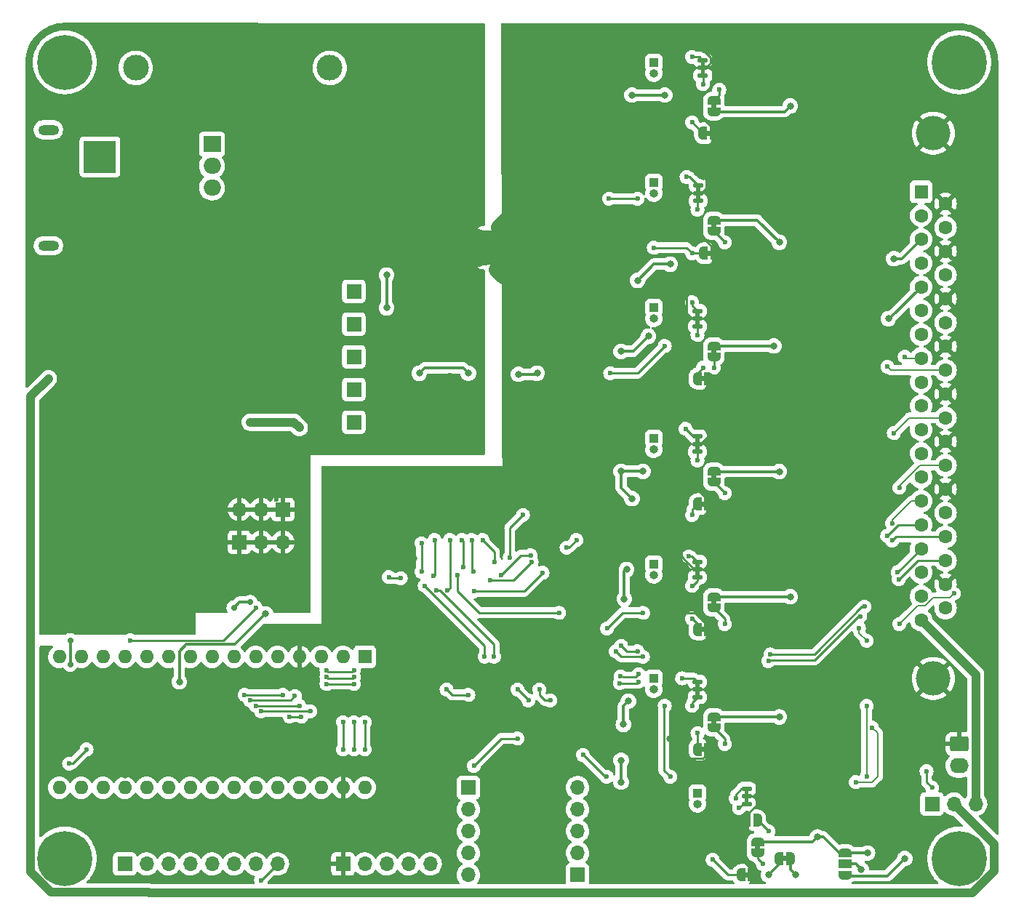
<source format=gbr>
%TF.GenerationSoftware,KiCad,Pcbnew,(6.0.0)*%
%TF.CreationDate,2022-09-29T10:08:53+01:00*%
%TF.ProjectId,truss_PCB,74727573-735f-4504-9342-2e6b69636164,rev?*%
%TF.SameCoordinates,Original*%
%TF.FileFunction,Copper,L2,Bot*%
%TF.FilePolarity,Positive*%
%FSLAX46Y46*%
G04 Gerber Fmt 4.6, Leading zero omitted, Abs format (unit mm)*
G04 Created by KiCad (PCBNEW (6.0.0)) date 2022-09-29 10:08:53*
%MOMM*%
%LPD*%
G01*
G04 APERTURE LIST*
G04 Aperture macros list*
%AMRoundRect*
0 Rectangle with rounded corners*
0 $1 Rounding radius*
0 $2 $3 $4 $5 $6 $7 $8 $9 X,Y pos of 4 corners*
0 Add a 4 corners polygon primitive as box body*
4,1,4,$2,$3,$4,$5,$6,$7,$8,$9,$2,$3,0*
0 Add four circle primitives for the rounded corners*
1,1,$1+$1,$2,$3*
1,1,$1+$1,$4,$5*
1,1,$1+$1,$6,$7*
1,1,$1+$1,$8,$9*
0 Add four rect primitives between the rounded corners*
20,1,$1+$1,$2,$3,$4,$5,0*
20,1,$1+$1,$4,$5,$6,$7,0*
20,1,$1+$1,$6,$7,$8,$9,0*
20,1,$1+$1,$8,$9,$2,$3,0*%
%AMFreePoly0*
4,1,22,0.500000,-0.750000,0.000000,-0.750000,0.000000,-0.745033,-0.079941,-0.743568,-0.215256,-0.701293,-0.333266,-0.622738,-0.424486,-0.514219,-0.481581,-0.384460,-0.499164,-0.250000,-0.500000,-0.250000,-0.500000,0.250000,-0.499164,0.250000,-0.499963,0.256109,-0.478152,0.396186,-0.417904,0.524511,-0.324060,0.630769,-0.204165,0.706417,-0.067858,0.745374,0.000000,0.744959,0.000000,0.750000,
0.500000,0.750000,0.500000,-0.750000,0.500000,-0.750000,$1*%
%AMFreePoly1*
4,1,20,0.000000,0.744959,0.073905,0.744508,0.209726,0.703889,0.328688,0.626782,0.421226,0.519385,0.479903,0.390333,0.500000,0.250000,0.500000,-0.250000,0.499851,-0.262216,0.476331,-0.402017,0.414519,-0.529596,0.319384,-0.634700,0.198574,-0.708877,0.061801,-0.746166,0.000000,-0.745033,0.000000,-0.750000,-0.500000,-0.750000,-0.500000,0.750000,0.000000,0.750000,0.000000,0.744959,
0.000000,0.744959,$1*%
%AMFreePoly2*
4,1,22,0.550000,-0.750000,0.000000,-0.750000,0.000000,-0.745033,-0.079941,-0.743568,-0.215256,-0.701293,-0.333266,-0.622738,-0.424486,-0.514219,-0.481581,-0.384460,-0.499164,-0.250000,-0.500000,-0.250000,-0.500000,0.250000,-0.499164,0.250000,-0.499963,0.256109,-0.478152,0.396186,-0.417904,0.524511,-0.324060,0.630769,-0.204165,0.706417,-0.067858,0.745374,0.000000,0.744959,0.000000,0.750000,
0.550000,0.750000,0.550000,-0.750000,0.550000,-0.750000,$1*%
%AMFreePoly3*
4,1,20,0.000000,0.744959,0.073905,0.744508,0.209726,0.703889,0.328688,0.626782,0.421226,0.519385,0.479903,0.390333,0.500000,0.250000,0.500000,-0.250000,0.499851,-0.262216,0.476331,-0.402017,0.414519,-0.529596,0.319384,-0.634700,0.198574,-0.708877,0.061801,-0.746166,0.000000,-0.745033,0.000000,-0.750000,-0.550000,-0.750000,-0.550000,0.750000,0.000000,0.750000,0.000000,0.744959,
0.000000,0.744959,$1*%
G04 Aperture macros list end*
%TA.AperFunction,ComponentPad*%
%ADD10R,1.700000X1.700000*%
%TD*%
%TA.AperFunction,ComponentPad*%
%ADD11C,6.400000*%
%TD*%
%TA.AperFunction,ComponentPad*%
%ADD12C,0.800000*%
%TD*%
%TA.AperFunction,ComponentPad*%
%ADD13R,1.000000X1.000000*%
%TD*%
%TA.AperFunction,ComponentPad*%
%ADD14O,1.000000X1.000000*%
%TD*%
%TA.AperFunction,ComponentPad*%
%ADD15RoundRect,0.250000X-0.845000X0.620000X-0.845000X-0.620000X0.845000X-0.620000X0.845000X0.620000X0*%
%TD*%
%TA.AperFunction,ComponentPad*%
%ADD16O,2.190000X1.740000*%
%TD*%
%TA.AperFunction,ComponentPad*%
%ADD17O,1.700000X1.700000*%
%TD*%
%TA.AperFunction,ComponentPad*%
%ADD18C,4.000000*%
%TD*%
%TA.AperFunction,ComponentPad*%
%ADD19R,1.600000X1.600000*%
%TD*%
%TA.AperFunction,ComponentPad*%
%ADD20C,1.600000*%
%TD*%
%TA.AperFunction,ComponentPad*%
%ADD21O,1.600000X1.600000*%
%TD*%
%TA.AperFunction,ComponentPad*%
%ADD22C,3.716000*%
%TD*%
%TA.AperFunction,ComponentPad*%
%ADD23R,3.716000X3.716000*%
%TD*%
%TA.AperFunction,ComponentPad*%
%ADD24O,2.400000X1.200000*%
%TD*%
%TA.AperFunction,ComponentPad*%
%ADD25R,2.000000X1.905000*%
%TD*%
%TA.AperFunction,ComponentPad*%
%ADD26O,2.000000X1.905000*%
%TD*%
%TA.AperFunction,ComponentPad*%
%ADD27C,3.000000*%
%TD*%
%TA.AperFunction,SMDPad,CuDef*%
%ADD28FreePoly0,90.000000*%
%TD*%
%TA.AperFunction,SMDPad,CuDef*%
%ADD29FreePoly1,90.000000*%
%TD*%
%TA.AperFunction,SMDPad,CuDef*%
%ADD30RoundRect,0.325000X0.325000X1.675000X-0.325000X1.675000X-0.325000X-1.675000X0.325000X-1.675000X0*%
%TD*%
%TA.AperFunction,SMDPad,CuDef*%
%ADD31RoundRect,0.250000X0.250000X1.750000X-0.250000X1.750000X-0.250000X-1.750000X0.250000X-1.750000X0*%
%TD*%
%TA.AperFunction,SMDPad,CuDef*%
%ADD32RoundRect,0.146375X0.436625X0.146375X-0.436625X0.146375X-0.436625X-0.146375X0.436625X-0.146375X0*%
%TD*%
%TA.AperFunction,SMDPad,CuDef*%
%ADD33FreePoly0,180.000000*%
%TD*%
%TA.AperFunction,SMDPad,CuDef*%
%ADD34FreePoly1,180.000000*%
%TD*%
%TA.AperFunction,SMDPad,CuDef*%
%ADD35FreePoly2,270.000000*%
%TD*%
%TA.AperFunction,SMDPad,CuDef*%
%ADD36R,1.500000X1.000000*%
%TD*%
%TA.AperFunction,SMDPad,CuDef*%
%ADD37FreePoly3,270.000000*%
%TD*%
%TA.AperFunction,SMDPad,CuDef*%
%ADD38FreePoly0,270.000000*%
%TD*%
%TA.AperFunction,SMDPad,CuDef*%
%ADD39FreePoly1,270.000000*%
%TD*%
%TA.AperFunction,SMDPad,CuDef*%
%ADD40FreePoly0,0.000000*%
%TD*%
%TA.AperFunction,SMDPad,CuDef*%
%ADD41FreePoly1,0.000000*%
%TD*%
%TA.AperFunction,ViaPad*%
%ADD42C,0.600000*%
%TD*%
%TA.AperFunction,ViaPad*%
%ADD43C,0.800000*%
%TD*%
%TA.AperFunction,ViaPad*%
%ADD44C,0.700000*%
%TD*%
%TA.AperFunction,Conductor*%
%ADD45C,0.250000*%
%TD*%
%TA.AperFunction,Conductor*%
%ADD46C,0.300000*%
%TD*%
%TA.AperFunction,Conductor*%
%ADD47C,2.000000*%
%TD*%
%TA.AperFunction,Conductor*%
%ADD48C,1.000000*%
%TD*%
%TA.AperFunction,Conductor*%
%ADD49C,0.200000*%
%TD*%
G04 APERTURE END LIST*
%TO.C,JP14*%
G36*
X183180000Y-106945000D02*
G01*
X182580000Y-106945000D01*
X182580000Y-106445000D01*
X183180000Y-106445000D01*
X183180000Y-106945000D01*
G37*
%TO.C,JP8*%
G36*
X183180000Y-77720000D02*
G01*
X182580000Y-77720000D01*
X182580000Y-77220000D01*
X183180000Y-77220000D01*
X183180000Y-77720000D01*
G37*
%TO.C,N2*%
G36*
X157202000Y-67407600D02*
G01*
X156202000Y-67407600D01*
X156202000Y-63402400D01*
X157202000Y-63402400D01*
X157202000Y-67407600D01*
G37*
%TO.C,JP15*%
G36*
X181194000Y-103643375D02*
G01*
X180721000Y-103643375D01*
X180721000Y-103143375D01*
X181194000Y-103143375D01*
X181194000Y-103643375D01*
G37*
G36*
X181194000Y-102741244D02*
G01*
X180721000Y-102741244D01*
X180721000Y-102241244D01*
X181194000Y-102241244D01*
X181194000Y-102741244D01*
G37*
%TO.C,JP21*%
G36*
X188260000Y-135490000D02*
G01*
X187660000Y-135490000D01*
X187660000Y-134990000D01*
X188260000Y-134990000D01*
X188260000Y-135490000D01*
G37*
%TO.C,JP10*%
G36*
X181860000Y-80945000D02*
G01*
X181360000Y-80945000D01*
X181360000Y-80345000D01*
X181860000Y-80345000D01*
X181860000Y-80945000D01*
G37*
%TO.C,JP11*%
G36*
X183180000Y-92310000D02*
G01*
X182580000Y-92310000D01*
X182580000Y-91810000D01*
X183180000Y-91810000D01*
X183180000Y-92310000D01*
G37*
%TO.C,JP7*%
G36*
X182585000Y-66340000D02*
G01*
X182085000Y-66340000D01*
X182085000Y-65740000D01*
X182585000Y-65740000D01*
X182585000Y-66340000D01*
G37*
%TO.C,JP16*%
G36*
X181845000Y-110155000D02*
G01*
X181345000Y-110155000D01*
X181345000Y-109555000D01*
X181845000Y-109555000D01*
X181845000Y-110155000D01*
G37*
%TO.C,JP13*%
G36*
X181860000Y-95550000D02*
G01*
X181360000Y-95550000D01*
X181360000Y-94950000D01*
X181860000Y-94950000D01*
X181860000Y-95550000D01*
G37*
%TO.C,JP25*%
G36*
X186940000Y-138730000D02*
G01*
X186440000Y-138730000D01*
X186440000Y-138130000D01*
X186940000Y-138130000D01*
X186940000Y-138730000D01*
G37*
%TO.C,JP6*%
G36*
X181295000Y-58926244D02*
G01*
X180822000Y-58926244D01*
X180822000Y-58426244D01*
X181295000Y-58426244D01*
X181295000Y-58926244D01*
G37*
G36*
X181295000Y-59828375D02*
G01*
X180822000Y-59828375D01*
X180822000Y-59328375D01*
X181295000Y-59328375D01*
X181295000Y-59828375D01*
G37*
%TO.C,JP12*%
G36*
X181220000Y-89038375D02*
G01*
X180747000Y-89038375D01*
X180747000Y-88538375D01*
X181220000Y-88538375D01*
X181220000Y-89038375D01*
G37*
G36*
X181220000Y-88136244D02*
G01*
X180747000Y-88136244D01*
X180747000Y-87636244D01*
X181220000Y-87636244D01*
X181220000Y-88136244D01*
G37*
%TO.C,JP4*%
G36*
X182495000Y-52370000D02*
G01*
X181995000Y-52370000D01*
X181995000Y-51770000D01*
X182495000Y-51770000D01*
X182495000Y-52370000D01*
G37*
%TO.C,JP18*%
G36*
X181194000Y-117613375D02*
G01*
X180721000Y-117613375D01*
X180721000Y-117113375D01*
X181194000Y-117113375D01*
X181194000Y-117613375D01*
G37*
G36*
X181194000Y-116711244D02*
G01*
X180721000Y-116711244D01*
X180721000Y-116211244D01*
X181194000Y-116211244D01*
X181194000Y-116711244D01*
G37*
%TO.C,JP17*%
G36*
X183180000Y-120915000D02*
G01*
X182580000Y-120915000D01*
X182580000Y-120415000D01*
X183180000Y-120415000D01*
X183180000Y-120915000D01*
G37*
%TO.C,JP5*%
G36*
X183180000Y-63100000D02*
G01*
X182580000Y-63100000D01*
X182580000Y-62600000D01*
X183180000Y-62600000D01*
X183180000Y-63100000D01*
G37*
%TO.C,JP19*%
G36*
X181860000Y-124125000D02*
G01*
X181360000Y-124125000D01*
X181360000Y-123525000D01*
X181860000Y-123525000D01*
X181860000Y-124125000D01*
G37*
%TO.C,JP24*%
G36*
X186935000Y-130059375D02*
G01*
X186462000Y-130059375D01*
X186462000Y-129559375D01*
X186935000Y-129559375D01*
X186935000Y-130059375D01*
G37*
G36*
X186935000Y-129157244D02*
G01*
X186462000Y-129157244D01*
X186462000Y-128657244D01*
X186935000Y-128657244D01*
X186935000Y-129157244D01*
G37*
%TO.C,JP2*%
G36*
X183180000Y-49160000D02*
G01*
X182580000Y-49160000D01*
X182580000Y-48660000D01*
X183180000Y-48660000D01*
X183180000Y-49160000D01*
G37*
%TO.C,JP3*%
G36*
X181829000Y-44321244D02*
G01*
X181356000Y-44321244D01*
X181356000Y-43821244D01*
X181829000Y-43821244D01*
X181829000Y-44321244D01*
G37*
G36*
X181829000Y-45223375D02*
G01*
X181356000Y-45223375D01*
X181356000Y-44723375D01*
X181829000Y-44723375D01*
X181829000Y-45223375D01*
G37*
%TO.C,JP23*%
G36*
X191370000Y-136825000D02*
G01*
X190870000Y-136825000D01*
X190870000Y-136225000D01*
X191370000Y-136225000D01*
X191370000Y-136825000D01*
G37*
%TO.C,JP9*%
G36*
X181220000Y-74433375D02*
G01*
X180747000Y-74433375D01*
X180747000Y-73933375D01*
X181220000Y-73933375D01*
X181220000Y-74433375D01*
G37*
G36*
X181220000Y-73531244D02*
G01*
X180747000Y-73531244D01*
X180747000Y-73031244D01*
X181220000Y-73031244D01*
X181220000Y-73531244D01*
G37*
%TD*%
D10*
%TO.P,J18,1,Pin_1*%
%TO.N,/Power Distribution/12V_BUS*%
X140970000Y-70485000D03*
%TD*%
D11*
%TO.P,H4,1*%
%TO.N,N/C*%
X211455000Y-136525000D03*
D12*
X213855000Y-136525000D03*
X213152056Y-134827944D03*
X209757944Y-134827944D03*
X213152056Y-138222056D03*
X211455000Y-138925000D03*
X209055000Y-136525000D03*
X211455000Y-134125000D03*
X209757944Y-138222056D03*
%TD*%
D13*
%TO.P,J6,1,Pin_1*%
%TO.N,Net-(J6-Pad1)*%
X175895000Y-57785000D03*
D14*
%TO.P,J6,2,Pin_2*%
%TO.N,Net-(J6-Pad2)*%
X175895000Y-59055000D03*
%TD*%
D15*
%TO.P,J2,1,Pin_1*%
%TO.N,GNDA*%
X211455000Y-123190000D03*
D16*
%TO.P,J2,2,Pin_2*%
%TO.N,/LIMIT_SWITCH*%
X211455000Y-125730000D03*
%TD*%
D11*
%TO.P,H2,1*%
%TO.N,N/C*%
X211455000Y-43815000D03*
D12*
X213152056Y-45512056D03*
X211455000Y-46215000D03*
X213152056Y-42117944D03*
X213855000Y-43815000D03*
X209757944Y-42117944D03*
X209757944Y-45512056D03*
X209055000Y-43815000D03*
X211455000Y-41415000D03*
%TD*%
D13*
%TO.P,J8,1,Pin_1*%
%TO.N,Net-(J8-Pad1)*%
X175895000Y-87630000D03*
D14*
%TO.P,J8,2,Pin_2*%
%TO.N,Net-(J8-Pad2)*%
X175895000Y-88900000D03*
%TD*%
D10*
%TO.P,J13,1,Pin_1*%
%TO.N,Net-(A1-Pad19)*%
X114300000Y-137160000D03*
D17*
%TO.P,J13,2,Pin_2*%
%TO.N,Net-(A1-Pad21)*%
X116840000Y-137160000D03*
%TO.P,J13,3,Pin_3*%
%TO.N,Net-(A1-Pad22)*%
X119380000Y-137160000D03*
%TO.P,J13,4,Pin_4*%
%TO.N,Net-(A1-Pad23)*%
X121920000Y-137160000D03*
%TO.P,J13,5,Pin_5*%
%TO.N,/MCU/LED_2*%
X124460000Y-137160000D03*
%TO.P,J13,6,Pin_6*%
%TO.N,/MCU/LED_3*%
X127000000Y-137160000D03*
%TO.P,J13,7,Pin_7*%
%TO.N,/MCU/LED_4*%
X129540000Y-137160000D03*
%TO.P,J13,8,Pin_8*%
%TO.N,/MCU/SPARE_0*%
X132080000Y-137160000D03*
%TD*%
D13*
%TO.P,J5,1,Pin_1*%
%TO.N,Net-(J5-Pad1)*%
X175895000Y-43815000D03*
D14*
%TO.P,J5,2,Pin_2*%
%TO.N,Net-(J5-Pad2)*%
X175895000Y-45085000D03*
%TD*%
D13*
%TO.P,J9,1,Pin_1*%
%TO.N,Net-(J9-Pad1)*%
X175895000Y-102235000D03*
D14*
%TO.P,J9,2,Pin_2*%
%TO.N,Net-(J9-Pad2)*%
X175895000Y-103505000D03*
%TD*%
D10*
%TO.P,J19,1,Pin_1*%
%TO.N,/SERVO_POWER*%
X140970000Y-81915000D03*
%TD*%
D18*
%TO.P,J4,0,PAD*%
%TO.N,GNDA*%
X208430000Y-115570000D03*
X208430000Y-52070000D03*
D19*
%TO.P,J4,1,1*%
%TO.N,/BridgeDriver0/V_LC*%
X207010000Y-58890000D03*
D20*
%TO.P,J4,2,2*%
%TO.N,/BridgeDriver0/LC-*%
X207010000Y-61660000D03*
%TO.P,J4,3,3*%
%TO.N,/BridgeDriver1/V_LC*%
X207010000Y-64430000D03*
%TO.P,J4,4,4*%
%TO.N,/BridgeDriver1/LC-*%
X207010000Y-67200000D03*
%TO.P,J4,5,5*%
%TO.N,/BridgeDriver2/V_LC*%
X207010000Y-69970000D03*
%TO.P,J4,6,6*%
%TO.N,/BridgeDriver2/LC-*%
X207010000Y-72740000D03*
%TO.P,J4,7,7*%
%TO.N,/BridgeDriver3/V_LC*%
X207010000Y-75510000D03*
%TO.P,J4,8,8*%
%TO.N,/BridgeDriver3/LC-*%
X207010000Y-78280000D03*
%TO.P,J4,9,9*%
%TO.N,/BridgeDriver4/V_LC*%
X207010000Y-81050000D03*
%TO.P,J4,10,10*%
%TO.N,/BridgeDriver4/LC-*%
X207010000Y-83820000D03*
%TO.P,J4,11,11*%
%TO.N,/BridgeDriver5/V_LC*%
X207010000Y-86590000D03*
%TO.P,J4,12,12*%
%TO.N,/BridgeDriver5/LC-*%
X207010000Y-89360000D03*
%TO.P,J4,13,13*%
%TO.N,/LoadCell/V_LC*%
X207010000Y-92130000D03*
%TO.P,J4,14,14*%
%TO.N,/LoadCell/LC-*%
X207010000Y-94900000D03*
%TO.P,J4,15,15*%
%TO.N,/MCU/SPARE_0*%
X207010000Y-97670000D03*
%TO.P,J4,16,16*%
%TO.N,/MCU/LED_3*%
X207010000Y-100440000D03*
%TO.P,J4,17,17*%
%TO.N,/LIMIT_SWITCH*%
X207010000Y-103210000D03*
%TO.P,J4,18,18*%
%TO.N,/PWM*%
X207010000Y-105980000D03*
%TO.P,J4,19,19*%
%TO.N,/SERVO_GND*%
X207010000Y-108750000D03*
%TO.P,J4,20,20*%
%TO.N,GNDA*%
X209850000Y-60275000D03*
%TO.P,J4,21,21*%
%TO.N,/BridgeDriver0/LC+*%
X209850000Y-63045000D03*
%TO.P,J4,22,22*%
%TO.N,GNDA*%
X209850000Y-65815000D03*
%TO.P,J4,23,23*%
%TO.N,/BridgeDriver1/LC+*%
X209850000Y-68585000D03*
%TO.P,J4,24,24*%
%TO.N,GNDA*%
X209850000Y-71355000D03*
%TO.P,J4,25,25*%
%TO.N,/BridgeDriver2/LC+*%
X209850000Y-74125000D03*
%TO.P,J4,26,26*%
%TO.N,GNDA*%
X209850000Y-76895000D03*
%TO.P,J4,27,27*%
%TO.N,/BridgeDriver3/LC+*%
X209850000Y-79665000D03*
%TO.P,J4,28,28*%
%TO.N,GNDA*%
X209850000Y-82435000D03*
%TO.P,J4,29,29*%
%TO.N,/BridgeDriver4/LC+*%
X209850000Y-85205000D03*
%TO.P,J4,30,30*%
%TO.N,GNDA*%
X209850000Y-87975000D03*
%TO.P,J4,31,31*%
%TO.N,/BridgeDriver5/LC+*%
X209850000Y-90745000D03*
%TO.P,J4,32,32*%
%TO.N,GNDA*%
X209850000Y-93515000D03*
%TO.P,J4,33,33*%
%TO.N,/LoadCell/LC+*%
X209850000Y-96285000D03*
%TO.P,J4,34,34*%
%TO.N,/MCU/LED_2*%
X209850000Y-99055000D03*
%TO.P,J4,35,35*%
%TO.N,/MCU/LED_4*%
X209850000Y-101825000D03*
%TO.P,J4,36,36*%
%TO.N,GNDA*%
X209850000Y-104595000D03*
%TO.P,J4,37,37*%
%TO.N,/SERVO_POWER*%
X209850000Y-107365000D03*
%TD*%
D10*
%TO.P,J16,1,Pin_1*%
%TO.N,GNDPWR*%
X127635000Y-99695000D03*
D17*
%TO.P,J16,2,Pin_2*%
X130175000Y-99695000D03*
%TO.P,J16,3,Pin_3*%
X132715000Y-99695000D03*
%TD*%
D13*
%TO.P,J7,1,Pin_1*%
%TO.N,Net-(J7-Pad1)*%
X175895000Y-72390000D03*
D14*
%TO.P,J7,2,Pin_2*%
%TO.N,Net-(J7-Pad2)*%
X175895000Y-73660000D03*
%TD*%
D13*
%TO.P,J10,1,Pin_1*%
%TO.N,Net-(J10-Pad1)*%
X175895000Y-115570000D03*
D14*
%TO.P,J10,2,Pin_2*%
%TO.N,Net-(J10-Pad2)*%
X175895000Y-116840000D03*
%TD*%
D10*
%TO.P,J14,1,Pin_1*%
%TO.N,Net-(J14-Pad1)*%
X154305000Y-128270000D03*
D17*
%TO.P,J14,2,Pin_2*%
%TO.N,Net-(J14-Pad2)*%
X154305000Y-130810000D03*
%TO.P,J14,3,Pin_3*%
%TO.N,Net-(J14-Pad3)*%
X154305000Y-133350000D03*
%TO.P,J14,4,Pin_4*%
%TO.N,Net-(J14-Pad4)*%
X154305000Y-135890000D03*
%TO.P,J14,5,Pin_5*%
%TO.N,Net-(J14-Pad5)*%
X154305000Y-138430000D03*
%TD*%
D19*
%TO.P,A1,1,D1/TX*%
%TO.N,/MCU/TX*%
X142240000Y-113030000D03*
D21*
%TO.P,A1,2,D0/RX*%
%TO.N,/MCU/RX*%
X139700000Y-113030000D03*
%TO.P,A1,3,~{RESET}*%
%TO.N,/MCU/RST*%
X137160000Y-113030000D03*
%TO.P,A1,4,GND*%
%TO.N,GNDA*%
X134620000Y-113030000D03*
%TO.P,A1,5,D2*%
%TO.N,/MCU/SCK*%
X132080000Y-113030000D03*
%TO.P,A1,6,D3*%
%TO.N,/MCU/DT0*%
X129540000Y-113030000D03*
%TO.P,A1,7,D4*%
%TO.N,/MCU/DT1*%
X127000000Y-113030000D03*
%TO.P,A1,8,D5*%
%TO.N,/MCU/DT2*%
X124460000Y-113030000D03*
%TO.P,A1,9,D6*%
%TO.N,/MCU/DT3*%
X121920000Y-113030000D03*
%TO.P,A1,10,D7*%
%TO.N,/MCU/DT4*%
X119380000Y-113030000D03*
%TO.P,A1,11,D8*%
%TO.N,/MCU/DT5*%
X116840000Y-113030000D03*
%TO.P,A1,12,D9*%
%TO.N,/MCU/DT6*%
X114300000Y-113030000D03*
%TO.P,A1,13,D10*%
%TO.N,/MCU/DT7*%
X111760000Y-113030000D03*
%TO.P,A1,14,D11*%
%TO.N,/MCU/LIMIT_SWITCH*%
X109220000Y-113030000D03*
%TO.P,A1,15,D12*%
%TO.N,/MCU/SERVO_PWM_PIN*%
X106680000Y-113030000D03*
%TO.P,A1,16,D13*%
%TO.N,/MCU/SPARE_0*%
X106680000Y-128270000D03*
%TO.P,A1,17,3V3*%
%TO.N,Net-(A1-Pad17)*%
X109220000Y-128270000D03*
%TO.P,A1,18,AREF*%
%TO.N,unconnected-(A1-Pad18)*%
X111760000Y-128270000D03*
%TO.P,A1,19,A0*%
%TO.N,Net-(A1-Pad19)*%
X114300000Y-128270000D03*
%TO.P,A1,20,A1*%
%TO.N,/MCU/OUTPUT_ENABLE*%
X116840000Y-128270000D03*
%TO.P,A1,21,A2*%
%TO.N,Net-(A1-Pad21)*%
X119380000Y-128270000D03*
%TO.P,A1,22,A3*%
%TO.N,Net-(A1-Pad22)*%
X121920000Y-128270000D03*
%TO.P,A1,23,A4*%
%TO.N,Net-(A1-Pad23)*%
X124460000Y-128270000D03*
%TO.P,A1,24,A5*%
%TO.N,/MCU/LED_2*%
X127000000Y-128270000D03*
%TO.P,A1,25,A6*%
%TO.N,/MCU/LED_3*%
X129540000Y-128270000D03*
%TO.P,A1,26,A7*%
%TO.N,/MCU/LED_4*%
X132080000Y-128270000D03*
%TO.P,A1,27,+5V*%
%TO.N,Net-(A1-Pad27)*%
X134620000Y-128270000D03*
%TO.P,A1,28,~{RESET}*%
%TO.N,/MCU/RST*%
X137160000Y-128270000D03*
%TO.P,A1,29,GND*%
%TO.N,GNDA*%
X139700000Y-128270000D03*
%TO.P,A1,30,VIN*%
%TO.N,Net-(A1-Pad30)*%
X142240000Y-128270000D03*
%TD*%
D10*
%TO.P,J12,1,Pin_1*%
%TO.N,GNDA*%
X139700000Y-137160000D03*
D17*
%TO.P,J12,2,Pin_2*%
%TO.N,/MCU/V_USB*%
X142240000Y-137160000D03*
%TO.P,J12,3,Pin_3*%
%TO.N,/MCU/RST*%
X144780000Y-137160000D03*
%TO.P,J12,4,Pin_4*%
%TO.N,/MCU/RX*%
X147320000Y-137160000D03*
%TO.P,J12,5,Pin_5*%
%TO.N,/MCU/TX*%
X149860000Y-137160000D03*
%TD*%
D11*
%TO.P,H1,1*%
%TO.N,N/C*%
X107315000Y-43815000D03*
D12*
X105617944Y-42117944D03*
X107315000Y-41415000D03*
X107315000Y-46215000D03*
X109012056Y-42117944D03*
X105617944Y-45512056D03*
X104915000Y-43815000D03*
X109012056Y-45512056D03*
X109715000Y-43815000D03*
%TD*%
D22*
%TO.P,J1,1,V-*%
%TO.N,GNDPWR*%
X111410000Y-62020000D03*
D23*
%TO.P,J1,2,V+*%
%TO.N,/Power Distribution/12V_IN*%
X111410000Y-54820000D03*
D24*
%TO.P,J1,S1,S1*%
%TO.N,unconnected-(J1-PadS1)*%
X105410000Y-51670000D03*
%TO.P,J1,S2,S2*%
%TO.N,unconnected-(J1-PadS2)*%
X105410000Y-65170000D03*
%TD*%
D10*
%TO.P,J20,1,Pin_1*%
%TO.N,5VDC*%
X140970000Y-78105000D03*
%TD*%
%TO.P,J15,1,Pin_1*%
%TO.N,Net-(J15-Pad1)*%
X167005000Y-138425000D03*
D17*
%TO.P,J15,2,Pin_2*%
%TO.N,Net-(J15-Pad2)*%
X167005000Y-135885000D03*
%TO.P,J15,3,Pin_3*%
%TO.N,Net-(J15-Pad3)*%
X167005000Y-133345000D03*
%TO.P,J15,4,Pin_4*%
%TO.N,Net-(J15-Pad4)*%
X167005000Y-130805000D03*
%TO.P,J15,5,Pin_5*%
%TO.N,Net-(J15-Pad5)*%
X167005000Y-128265000D03*
%TD*%
D13*
%TO.P,J11,1,Pin_1*%
%TO.N,Net-(J11-Pad1)*%
X180975000Y-128905000D03*
D14*
%TO.P,J11,2,Pin_2*%
%TO.N,Net-(J11-Pad2)*%
X180975000Y-130175000D03*
%TD*%
D10*
%TO.P,J17,1,Pin_1*%
%TO.N,GNDPWR*%
X132715000Y-95885000D03*
D17*
%TO.P,J17,2,Pin_2*%
X130175000Y-95885000D03*
%TO.P,J17,3,Pin_3*%
X127635000Y-95885000D03*
%TD*%
D12*
%TO.P,H3,1*%
%TO.N,N/C*%
X105617944Y-138222056D03*
X109012056Y-134827944D03*
X107315000Y-134125000D03*
X109012056Y-138222056D03*
D11*
X107315000Y-136525000D03*
D12*
X109715000Y-136525000D03*
X107315000Y-138925000D03*
X105617944Y-134827944D03*
X104915000Y-136525000D03*
%TD*%
D25*
%TO.P,Q8,1,G*%
%TO.N,/Power Distribution/12V_00*%
X124460000Y-53340000D03*
D26*
%TO.P,Q8,2,D*%
%TO.N,/Power Distribution/12V*%
X124460000Y-55880000D03*
%TO.P,Q8,3,S*%
%TO.N,/Power Distribution/12V_BUS*%
X124460000Y-58420000D03*
%TD*%
D10*
%TO.P,J3,1,Pin_1*%
%TO.N,/SERVO_PWM*%
X208280000Y-130175000D03*
D17*
%TO.P,J3,2,Pin_2*%
%TO.N,/SERVO_POWER*%
X210820000Y-130175000D03*
%TO.P,J3,3,Pin_3*%
%TO.N,/SERVO_GND*%
X213360000Y-130175000D03*
%TD*%
D10*
%TO.P,J21,1,Pin_1*%
%TO.N,3V3DC*%
X140970000Y-85725000D03*
%TD*%
%TO.P,J22,1,Pin_1*%
%TO.N,/10V_DC*%
X140970000Y-74295000D03*
%TD*%
D27*
%TO.P,F1,1*%
%TO.N,/Power Distribution/12V_IN*%
X115570000Y-44450000D03*
%TO.P,F1,2*%
%TO.N,/Power Distribution/12V*%
X138170000Y-44450000D03*
%TD*%
D28*
%TO.P,JP14,1,A*%
%TO.N,Net-(JP14-Pad1)*%
X182880000Y-107345000D03*
D29*
%TO.P,JP14,2,B*%
%TO.N,/BridgeDriver4/V_LC*%
X182880000Y-106045000D03*
%TD*%
D28*
%TO.P,JP8,1,A*%
%TO.N,Net-(JP8-Pad1)*%
X182880000Y-78120000D03*
D29*
%TO.P,JP8,2,B*%
%TO.N,/BridgeDriver2/V_LC*%
X182880000Y-76820000D03*
%TD*%
D30*
%TO.P,N2,1,A*%
%TO.N,GNDA*%
X157210000Y-65405000D03*
D31*
%TO.P,N2,2,C*%
%TO.N,GNDPWR*%
X156210000Y-65405000D03*
%TD*%
D32*
%TO.P,JP15,1,A*%
%TO.N,Net-(J9-Pad1)*%
X180949000Y-101981000D03*
%TO.P,JP15,2,C*%
%TO.N,GNDA*%
X180949000Y-102870000D03*
%TO.P,JP15,3,B*%
%TO.N,Net-(J9-Pad2)*%
X180949000Y-103759000D03*
%TD*%
D28*
%TO.P,JP21,1,A*%
%TO.N,Net-(JP21-Pad1)*%
X187960000Y-135890000D03*
D29*
%TO.P,JP21,2,B*%
%TO.N,Net-(EC13-Pad1)*%
X187960000Y-134590000D03*
%TD*%
D33*
%TO.P,JP10,1,A*%
%TO.N,GNDA*%
X182260000Y-80645000D03*
D34*
%TO.P,JP10,2,B*%
%TO.N,Net-(JP10-Pad2)*%
X180960000Y-80645000D03*
%TD*%
D28*
%TO.P,JP11,1,A*%
%TO.N,Net-(JP11-Pad1)*%
X182880000Y-92710000D03*
D29*
%TO.P,JP11,2,B*%
%TO.N,/BridgeDriver3/V_LC*%
X182880000Y-91410000D03*
%TD*%
D33*
%TO.P,JP7,1,A*%
%TO.N,GNDA*%
X182985000Y-66040000D03*
D34*
%TO.P,JP7,2,B*%
%TO.N,Net-(JP7-Pad2)*%
X181685000Y-66040000D03*
%TD*%
D33*
%TO.P,JP16,1,A*%
%TO.N,GNDA*%
X182245000Y-109855000D03*
D34*
%TO.P,JP16,2,B*%
%TO.N,Net-(JP16-Pad2)*%
X180945000Y-109855000D03*
%TD*%
D33*
%TO.P,JP13,1,A*%
%TO.N,GNDA*%
X182260000Y-95250000D03*
D34*
%TO.P,JP13,2,B*%
%TO.N,Net-(JP13-Pad2)*%
X180960000Y-95250000D03*
%TD*%
D33*
%TO.P,JP25,1,A*%
%TO.N,GNDA*%
X187340000Y-138430000D03*
D34*
%TO.P,JP25,2,B*%
%TO.N,Net-(JP25-Pad2)*%
X186040000Y-138430000D03*
%TD*%
D32*
%TO.P,JP6,1,A*%
%TO.N,Net-(J6-Pad1)*%
X181050000Y-58166000D03*
%TO.P,JP6,2,C*%
%TO.N,GNDA*%
X181050000Y-59055000D03*
%TO.P,JP6,3,B*%
%TO.N,Net-(J6-Pad2)*%
X181050000Y-59944000D03*
%TD*%
%TO.P,JP12,1,A*%
%TO.N,Net-(J8-Pad1)*%
X180975000Y-87376000D03*
%TO.P,JP12,2,C*%
%TO.N,GNDA*%
X180975000Y-88265000D03*
%TO.P,JP12,3,B*%
%TO.N,Net-(J8-Pad2)*%
X180975000Y-89154000D03*
%TD*%
D33*
%TO.P,JP4,1,A*%
%TO.N,GNDA*%
X182895000Y-52070000D03*
D34*
%TO.P,JP4,2,B*%
%TO.N,Net-(JP4-Pad2)*%
X181595000Y-52070000D03*
%TD*%
D35*
%TO.P,JP20,1,A*%
%TO.N,Net-(EC13-Pad1)*%
X198120000Y-135860000D03*
D36*
%TO.P,JP20,2,C*%
%TO.N,/LoadCell/V_LC*%
X198120000Y-137160000D03*
D37*
%TO.P,JP20,3,B*%
%TO.N,/10V_DC*%
X198120000Y-138460000D03*
%TD*%
D32*
%TO.P,JP18,1,A*%
%TO.N,Net-(J10-Pad1)*%
X180949000Y-115951000D03*
%TO.P,JP18,2,C*%
%TO.N,GNDA*%
X180949000Y-116840000D03*
%TO.P,JP18,3,B*%
%TO.N,Net-(J10-Pad2)*%
X180949000Y-117729000D03*
%TD*%
D28*
%TO.P,JP17,1,A*%
%TO.N,Net-(JP17-Pad1)*%
X182880000Y-121315000D03*
D29*
%TO.P,JP17,2,B*%
%TO.N,/BridgeDriver5/V_LC*%
X182880000Y-120015000D03*
%TD*%
D28*
%TO.P,JP5,1,A*%
%TO.N,Net-(JP5-Pad1)*%
X182880000Y-63500000D03*
D29*
%TO.P,JP5,2,B*%
%TO.N,/BridgeDriver1/V_LC*%
X182880000Y-62200000D03*
%TD*%
D33*
%TO.P,JP19,1,A*%
%TO.N,GNDA*%
X182260000Y-123825000D03*
D34*
%TO.P,JP19,2,B*%
%TO.N,Net-(JP19-Pad2)*%
X180960000Y-123825000D03*
%TD*%
D32*
%TO.P,JP24,1,A*%
%TO.N,Net-(J11-Pad1)*%
X186690000Y-128397000D03*
%TO.P,JP24,2,C*%
%TO.N,GNDA*%
X186690000Y-129286000D03*
%TO.P,JP24,3,B*%
%TO.N,Net-(J11-Pad2)*%
X186690000Y-130175000D03*
%TD*%
D38*
%TO.P,JP2,1,A*%
%TO.N,Net-(JP2-Pad1)*%
X182880000Y-48260000D03*
D39*
%TO.P,JP2,2,B*%
%TO.N,/BridgeDriver0/V_LC*%
X182880000Y-49560000D03*
%TD*%
D34*
%TO.P,JP22,2,B*%
%TO.N,GNDA*%
X186660000Y-132080000D03*
D33*
%TO.P,JP22,1,A*%
%TO.N,Net-(JP22-Pad1)*%
X187960000Y-132080000D03*
%TD*%
D32*
%TO.P,JP3,1,A*%
%TO.N,Net-(J5-Pad1)*%
X181584000Y-43561000D03*
%TO.P,JP3,2,C*%
%TO.N,GNDA*%
X181584000Y-44450000D03*
%TO.P,JP3,3,B*%
%TO.N,Net-(J5-Pad2)*%
X181584000Y-45339000D03*
%TD*%
D40*
%TO.P,JP23,1,A*%
%TO.N,Net-(JP23-Pad1)*%
X190470000Y-136525000D03*
D41*
%TO.P,JP23,2,B*%
%TO.N,Net-(JP23-Pad2)*%
X191770000Y-136525000D03*
%TD*%
D32*
%TO.P,JP9,1,A*%
%TO.N,Net-(J7-Pad1)*%
X180975000Y-72771000D03*
%TO.P,JP9,2,C*%
%TO.N,GNDA*%
X180975000Y-73660000D03*
%TO.P,JP9,3,B*%
%TO.N,Net-(J7-Pad2)*%
X180975000Y-74549000D03*
%TD*%
D42*
%TO.N,/MCU/SPARE_0*%
X130175000Y-139065000D03*
%TO.N,/MCU/RST*%
X139700000Y-120650000D03*
X139700000Y-123825000D03*
%TO.N,SCK*%
X177800000Y-127000000D03*
X177165000Y-118745000D03*
%TO.N,/MCU/DT1*%
X157353000Y-101981000D03*
X155956000Y-99441000D03*
%TO.N,/MCU/DT2*%
X154919005Y-103136100D03*
X154685999Y-99441001D03*
%TO.N,/MCU/DT3*%
X153543000Y-99441000D03*
X153670000Y-102616000D03*
%TO.N,/MCU/DT4*%
X151889089Y-105285911D03*
X152146000Y-99441000D03*
%TO.N,/MCU/DT5*%
X150368000Y-99441000D03*
X150241000Y-103632000D03*
%TO.N,/MCU/DT6*%
X148844000Y-99822000D03*
X148844000Y-103124000D03*
%TO.N,/MCU/DT7*%
X146431000Y-103886000D03*
X145034000Y-103759000D03*
%TO.N,/MCU/SERVO_PWM_PIN*%
X160020000Y-122555000D03*
X154940000Y-125744500D03*
%TO.N,/MCU/SPARE_0*%
X132717797Y-117472203D03*
X173990000Y-112395000D03*
X172085000Y-111760000D03*
X107823000Y-125476000D03*
X203061048Y-98951884D03*
X109855000Y-123825002D03*
X128261583Y-117474999D03*
%TO.N,/MCU/OUTPUT_ENABLE*%
X129540000Y-107315000D03*
X114935000Y-111125000D03*
%TO.N,/MCU/LED_2*%
X174625000Y-113030000D03*
X134109089Y-117599089D03*
X137795000Y-114605994D03*
X203641589Y-99501589D03*
X128907983Y-118099499D03*
X171450000Y-112395000D03*
X140970000Y-114605994D03*
%TO.N,/MCU/LED_3*%
X189459046Y-112757531D03*
X129540000Y-118745000D03*
X134620000Y-118745000D03*
X140970000Y-115405497D03*
X174117637Y-115062637D03*
X137795000Y-115405497D03*
X204271000Y-103179000D03*
X172022029Y-115312041D03*
X200406000Y-107188000D03*
%TO.N,/MCU/LED_4*%
X140970000Y-116205000D03*
X135890000Y-119380000D03*
X171935026Y-116106796D03*
X204411961Y-104010369D03*
X189230000Y-113538000D03*
X130175000Y-119380000D03*
X137795000Y-116205000D03*
X199898000Y-108331000D03*
X174114726Y-115948726D03*
D43*
%TO.N,GNDA*%
X179070000Y-85090000D03*
X196850000Y-132715000D03*
X183515000Y-60325000D03*
X114326720Y-126781318D03*
X170180000Y-68961000D03*
X158115000Y-91440000D03*
X161925000Y-138430000D03*
X198120000Y-88265000D03*
D42*
X122650000Y-122460000D03*
D43*
X173355000Y-128270000D03*
X172720000Y-82550000D03*
X180340000Y-49530000D03*
X191770000Y-89535000D03*
X147955000Y-101600000D03*
X177785100Y-122555000D03*
X187300500Y-75565000D03*
X199899510Y-103240188D03*
D42*
X148854239Y-125095000D03*
D43*
X178435000Y-114389500D03*
X168275000Y-55245000D03*
X173355000Y-123825000D03*
X172720000Y-97790000D03*
X193040000Y-59690000D03*
D42*
X158750000Y-62230000D03*
D43*
X187960000Y-129540000D03*
X191784900Y-133363260D03*
X132715000Y-130175000D03*
X168275000Y-113119500D03*
X177785100Y-107963260D03*
D42*
X159639000Y-65405000D03*
X159639000Y-67818000D03*
D43*
X159385000Y-95250000D03*
X163195000Y-127000000D03*
D42*
X148870204Y-132736554D03*
X158496000Y-68707000D03*
X159639000Y-63119000D03*
D43*
X174625000Y-53975000D03*
X180340000Y-93345000D03*
X173990000Y-109855000D03*
X179705000Y-70485000D03*
X177785100Y-78753260D03*
X173355000Y-64770000D03*
X179070000Y-41275000D03*
X172720000Y-42545000D03*
X157480000Y-127635000D03*
X193040000Y-75565000D03*
X187325000Y-46990000D03*
X180340000Y-64135000D03*
X195580000Y-43815000D03*
X200025000Y-130810000D03*
X186055000Y-136525000D03*
X178435000Y-135890000D03*
X172085000Y-84455000D03*
D42*
X148866364Y-127635000D03*
D43*
X187325000Y-90170000D03*
X187300500Y-104775000D03*
X192405000Y-118110000D03*
X192405000Y-46990000D03*
X179070000Y-99695000D03*
X181610000Y-57150000D03*
X187325000Y-118745000D03*
D42*
X148863266Y-130175000D03*
D43*
X198755000Y-115570000D03*
D42*
X127234980Y-121285000D03*
D43*
X119380000Y-122555000D03*
%TO.N,5VDC*%
X154305000Y-80010000D03*
X172355000Y-120920000D03*
X162306000Y-80010000D03*
X120649998Y-115951000D03*
X174625000Y-91440002D03*
X172085000Y-125095000D03*
X148590000Y-80010002D03*
X172460000Y-106305000D03*
X130682375Y-108034412D03*
X172932200Y-118196582D03*
X175260000Y-75706482D03*
X177165000Y-47625000D03*
X172085000Y-77470000D03*
X172720000Y-102870000D03*
X173990000Y-69215000D03*
X177800000Y-67310000D03*
X173355000Y-94615000D03*
X172085000Y-127635000D03*
X173355000Y-47625000D03*
X160147000Y-80137000D03*
X172085000Y-91440000D03*
D44*
%TO.N,3V3DC*%
X127000002Y-107315000D03*
X107950000Y-113919000D03*
X107950000Y-111125000D03*
X128905000Y-106680000D03*
D42*
%TO.N,GNDPWR*%
X105665000Y-93725000D03*
X152155000Y-83430000D03*
X112474510Y-104060490D03*
X125730000Y-74930000D03*
X105150000Y-103765000D03*
X105665000Y-91820000D03*
X105665000Y-95630000D03*
X151325000Y-56955000D03*
X151180000Y-63500000D03*
X115570000Y-53340000D03*
X107185000Y-104645000D03*
X131965000Y-92190000D03*
X123507500Y-80327500D03*
X152155000Y-67555000D03*
X128212500Y-101657500D03*
X152155000Y-80255000D03*
X131965000Y-94730000D03*
X129800000Y-103245000D03*
X109934510Y-104060490D03*
X114865000Y-65475000D03*
X152155000Y-68825000D03*
X115570000Y-55245000D03*
X131965000Y-102350000D03*
X126365000Y-78740000D03*
X151440000Y-45410000D03*
X105150000Y-101225000D03*
X114972500Y-58457500D03*
X151180000Y-61545000D03*
X115570000Y-57150000D03*
X113702500Y-59727500D03*
X152155000Y-75810000D03*
X151325000Y-55050000D03*
X131965000Y-97905000D03*
X152155000Y-72000000D03*
X151440000Y-47315000D03*
X113595000Y-64205000D03*
X151130000Y-65405000D03*
D43*
%TO.N,/SERVO_POWER*%
X105410000Y-80645000D03*
X128905000Y-85725000D03*
X134620000Y-86360000D03*
%TO.N,/10V_DC*%
X144780000Y-68580000D03*
X205105000Y-136525000D03*
X144780000Y-72390000D03*
%TO.N,/BridgeDriver0/V_LC*%
X191770000Y-48895000D03*
%TO.N,/BridgeDriver1/V_LC*%
X190500000Y-64770000D03*
X203835000Y-66675000D03*
%TO.N,/BridgeDriver2/V_LC*%
X203200000Y-73660000D03*
X189865000Y-76835000D03*
%TO.N,/BridgeDriver3/V_LC*%
X190500000Y-91469500D03*
%TO.N,/BridgeDriver4/V_LC*%
X191770000Y-106045000D03*
%TO.N,/BridgeDriver5/V_LC*%
X190500000Y-120044500D03*
%TO.N,Net-(EC13-Pad1)*%
X200774500Y-135890000D03*
X194944463Y-134014358D03*
D42*
%TO.N,/SERVO_PWM*%
X207645000Y-126365000D03*
X208295000Y-128285000D03*
%TO.N,/BridgeDriver3/LC-*%
X205105000Y-78105000D03*
D43*
%TO.N,/LoadCell/V_LC*%
X200025000Y-137795000D03*
D42*
%TO.N,/LoadCell/LC-*%
X200660000Y-111163492D03*
X199771000Y-109728000D03*
X203649855Y-97479900D03*
X200660000Y-118745000D03*
X200660000Y-127000000D03*
%TO.N,Net-(JP25-Pad2)*%
X182741964Y-136663036D03*
%TO.N,/BridgeDriver3/LC+*%
X203093589Y-79268589D03*
%TO.N,/BridgeDriver4/LC+*%
X203835000Y-86995000D03*
%TO.N,/BridgeDriver5/LC+*%
X204470000Y-93345000D03*
%TO.N,/LoadCell/LC+*%
X210820000Y-105664000D03*
X199390000Y-127635000D03*
X204470000Y-109220000D03*
X201295000Y-121285000D03*
%TO.N,Net-(J5-Pad1)*%
X180340000Y-43180000D03*
%TO.N,Net-(J5-Pad2)*%
X181610000Y-46355000D03*
%TO.N,Net-(J6-Pad1)*%
X179705000Y-57150000D03*
%TO.N,Net-(J6-Pad2)*%
X180975000Y-60960000D03*
%TO.N,Net-(J7-Pad1)*%
X180340000Y-71755000D03*
%TO.N,Net-(J7-Pad2)*%
X180975000Y-75565000D03*
%TO.N,Net-(J8-Pad1)*%
X179580911Y-86484089D03*
%TO.N,Net-(J8-Pad2)*%
X180975000Y-90170000D03*
%TO.N,Net-(J9-Pad1)*%
X179953616Y-101351384D03*
%TO.N,Net-(J9-Pad2)*%
X180340000Y-104775000D03*
%TO.N,Net-(J10-Pad1)*%
X179186438Y-115545839D03*
%TO.N,Net-(J10-Pad2)*%
X180340000Y-118745000D03*
%TO.N,Net-(J11-Pad1)*%
X185420000Y-129540000D03*
%TO.N,Net-(J11-Pad2)*%
X185811824Y-130644373D03*
%TO.N,Net-(JP2-Pad1)*%
X183515000Y-46990000D03*
%TO.N,Net-(JP4-Pad2)*%
X180340000Y-50800000D03*
%TO.N,Net-(JP5-Pad1)*%
X184150000Y-64770000D03*
%TO.N,Net-(JP7-Pad2)*%
X180340000Y-66040000D03*
X175895000Y-65405000D03*
%TO.N,Net-(JP8-Pad1)*%
X182880000Y-79375000D03*
%TO.N,Net-(JP10-Pad2)*%
X181610000Y-79375000D03*
%TO.N,Net-(JP11-Pad1)*%
X184150000Y-93980000D03*
%TO.N,Net-(JP13-Pad2)*%
X180340000Y-96520000D03*
%TO.N,Net-(JP14-Pad1)*%
X184150000Y-109220000D03*
%TO.N,Net-(JP16-Pad2)*%
X180340000Y-108587760D03*
%TO.N,Net-(JP17-Pad1)*%
X184150000Y-123190000D03*
%TO.N,Net-(JP19-Pad2)*%
X180975000Y-121920000D03*
%TO.N,Net-(JP21-Pad1)*%
X188595000Y-137160000D03*
%TO.N,Net-(JP22-Pad1)*%
X189230000Y-133350000D03*
D43*
%TO.N,Net-(JP23-Pad2)*%
X192405000Y-138430000D03*
%TO.N,Net-(JP23-Pad1)*%
X189230000Y-138430000D03*
D42*
%TO.N,/BridgeDriver0/D_OUT*%
X159131000Y-101473000D03*
X160655000Y-96520000D03*
%TO.N,/BridgeDriver1/D_OUT*%
X170680020Y-59690000D03*
X158115000Y-103505000D03*
X173990000Y-59690000D03*
X161544000Y-101219000D03*
%TO.N,/BridgeDriver2/D_OUT*%
X170815000Y-80010000D03*
X156845000Y-104140000D03*
X161675437Y-102007625D03*
X177165000Y-76835000D03*
%TO.N,/BridgeDriver3/D_OUT*%
X165735000Y-100330000D03*
X166878000Y-99441000D03*
X154940000Y-105410000D03*
X162941000Y-103251000D03*
%TO.N,/BridgeDriver4/D_OUT*%
X170434000Y-109728000D03*
X174644105Y-107919359D03*
X164876641Y-107919359D03*
X153035000Y-103505000D03*
%TO.N,/BridgeDriver5/D_OUT*%
X163830000Y-118110000D03*
X150619089Y-105285911D03*
X162560000Y-116840000D03*
X157287215Y-113019500D03*
%TO.N,/LoadCell/D_OUT*%
X160020000Y-116840000D03*
X167640000Y-124460000D03*
X149217500Y-104775000D03*
X161290000Y-118109998D03*
X156199412Y-113019500D03*
X170402536Y-127000000D03*
%TO.N,/MCU/LIMIT_SWITCH*%
X134847612Y-120015000D03*
X133516592Y-120004500D03*
X154305000Y-117475000D03*
X151765000Y-116840000D03*
%TO.N,/MCU/TX*%
X142240000Y-123825000D03*
X142240000Y-120650000D03*
%TO.N,/MCU/RX*%
X140970000Y-123825000D03*
X140970000Y-120650000D03*
%TD*%
D45*
%TO.N,/MCU/RST*%
X139700000Y-123825000D02*
X139700000Y-120650000D01*
%TO.N,/MCU/LED_2*%
X137970002Y-114780996D02*
X137795000Y-114605994D01*
X140794998Y-114780996D02*
X137970002Y-114780996D01*
X140970000Y-114605994D02*
X140794998Y-114780996D01*
%TO.N,/MCU/LED_3*%
X137959503Y-115570000D02*
X137795000Y-115405497D01*
X140970000Y-115405497D02*
X140805497Y-115570000D01*
X140805497Y-115570000D02*
X137959503Y-115570000D01*
%TO.N,/MCU/LED_4*%
X140970000Y-116205000D02*
X137795000Y-116205000D01*
%TO.N,/MCU/LIMIT_SWITCH*%
X133527092Y-120015000D02*
X134847612Y-120015000D01*
X133516592Y-120004500D02*
X133527092Y-120015000D01*
%TO.N,/LoadCell/D_OUT*%
X149225000Y-104775000D02*
X156199412Y-111749412D01*
X149217500Y-104775000D02*
X149225000Y-104775000D01*
X156199412Y-111749412D02*
X156199412Y-113019500D01*
%TO.N,/BridgeDriver5/D_OUT*%
X151005911Y-105285911D02*
X150619089Y-105285911D01*
X157287215Y-111567215D02*
X151005911Y-105285911D01*
X157287215Y-113019500D02*
X157287215Y-111567215D01*
%TO.N,/MCU/DT4*%
X152146000Y-105029000D02*
X151889089Y-105285911D01*
X152146000Y-99441000D02*
X152146000Y-105029000D01*
%TO.N,/BridgeDriver4/D_OUT*%
X155544359Y-107919359D02*
X153035000Y-105410000D01*
X164876641Y-107919359D02*
X155544359Y-107919359D01*
X153035000Y-105410000D02*
X153035000Y-103505000D01*
%TO.N,/BridgeDriver3/D_OUT*%
X160782000Y-105410000D02*
X154940000Y-105410000D01*
X162941000Y-103251000D02*
X160782000Y-105410000D01*
%TO.N,/MCU/OUTPUT_ENABLE*%
X129540000Y-107315000D02*
X125730000Y-111125000D01*
X125730000Y-111125000D02*
X114935000Y-111125000D01*
D46*
%TO.N,5VDC*%
X120649998Y-112395002D02*
X120649998Y-115951000D01*
X121445489Y-111599511D02*
X120649998Y-112395002D01*
X130682375Y-108034412D02*
X127117276Y-111599511D01*
X127117276Y-111599511D02*
X121445489Y-111599511D01*
D45*
%TO.N,/MCU/SPARE_0*%
X130175000Y-139065000D02*
X132080000Y-137160000D01*
%TO.N,SCK*%
X177060599Y-118849401D02*
X177060599Y-126260599D01*
X177060599Y-126260599D02*
X177800000Y-127000000D01*
X177165000Y-118745000D02*
X177060599Y-118849401D01*
%TO.N,/MCU/DT1*%
X157353000Y-100838000D02*
X157353000Y-101981000D01*
X155956000Y-99441000D02*
X157353000Y-100838000D01*
%TO.N,/MCU/DT2*%
X154685999Y-99441001D02*
X154685999Y-102903094D01*
X154685999Y-102903094D02*
X154919005Y-103136100D01*
%TO.N,/MCU/DT3*%
X153680499Y-102605501D02*
X153670000Y-102616000D01*
X153543000Y-99441000D02*
X153680499Y-99578499D01*
X153680499Y-99578499D02*
X153680499Y-102605501D01*
%TO.N,/MCU/DT5*%
X150368000Y-99441000D02*
X150368000Y-103505000D01*
X150368000Y-103505000D02*
X150241000Y-103632000D01*
%TO.N,/MCU/DT6*%
X148844000Y-99822000D02*
X148844000Y-103124000D01*
%TO.N,/MCU/DT7*%
X145034000Y-103759000D02*
X145161000Y-103886000D01*
X145161000Y-103886000D02*
X146431000Y-103886000D01*
%TO.N,/MCU/SERVO_PWM_PIN*%
X160020000Y-122555000D02*
X158115000Y-122555000D01*
X154940000Y-125730000D02*
X154940000Y-125744500D01*
X158115000Y-122555000D02*
X154940000Y-125730000D01*
%TO.N,/MCU/SPARE_0*%
X204342932Y-97670000D02*
X203061048Y-98951884D01*
X207010000Y-97670000D02*
X204342932Y-97670000D01*
X172720000Y-112395000D02*
X172085000Y-111760000D01*
X108204002Y-125476000D02*
X107823000Y-125476000D01*
X173990000Y-112395000D02*
X172720000Y-112395000D01*
X132715001Y-117474999D02*
X132717797Y-117472203D01*
X128261583Y-117474999D02*
X132715001Y-117474999D01*
X109855000Y-123825002D02*
X108204002Y-125476000D01*
%TO.N,/MCU/LED_2*%
X128907985Y-118099501D02*
X133608678Y-118099501D01*
X172085000Y-113030000D02*
X171450000Y-112395000D01*
X174625000Y-113030000D02*
X172085000Y-113030000D01*
X128907983Y-118099499D02*
X128907985Y-118099501D01*
X133608678Y-118099501D02*
X134109089Y-117599089D01*
X209850000Y-99055000D02*
X204088179Y-99055000D01*
X204088179Y-99055000D02*
X203641589Y-99501589D01*
%TO.N,/MCU/LED_3*%
X194581765Y-112757531D02*
X200151296Y-107188000D01*
X174117637Y-115062637D02*
X173795763Y-115384511D01*
X189459046Y-112757531D02*
X194581765Y-112757531D01*
X173795763Y-115384511D02*
X172270489Y-115384511D01*
X204271000Y-103179000D02*
X207010000Y-100440000D01*
X200151296Y-107188000D02*
X200406000Y-107188000D01*
X129540000Y-118745000D02*
X134620000Y-118745000D01*
%TO.N,/MCU/LED_4*%
X206597330Y-101825000D02*
X204411961Y-104010369D01*
X173956657Y-116106796D02*
X171935026Y-116106796D01*
X189230000Y-113538000D02*
X189357000Y-113411000D01*
X209850000Y-101825000D02*
X206597330Y-101825000D01*
X135890000Y-119380000D02*
X130175000Y-119380000D01*
X174114726Y-115948726D02*
X173956657Y-116106796D01*
X189357000Y-113411000D02*
X194564000Y-113411000D01*
X194564000Y-113411000D02*
X199644000Y-108331000D01*
X199644000Y-108331000D02*
X199898000Y-108331000D01*
D47*
%TO.N,GNDA*%
X158496000Y-68707000D02*
X157726965Y-67937965D01*
D45*
X182985000Y-66040000D02*
X182985000Y-65631060D01*
X187706000Y-129286000D02*
X187960000Y-129540000D01*
X182491520Y-43219574D02*
X180546946Y-41275000D01*
X179070000Y-101350946D02*
X180589054Y-102870000D01*
X180340000Y-73660000D02*
X179705000Y-73025000D01*
X186690000Y-129286000D02*
X187706000Y-129286000D01*
D47*
X158750000Y-62230000D02*
X157909520Y-63070480D01*
D45*
X180477527Y-85090000D02*
X179070000Y-85090000D01*
X181409946Y-59055000D02*
X181957520Y-58507426D01*
X182245000Y-109855000D02*
X182245000Y-109446060D01*
X182491520Y-43902426D02*
X182491520Y-43219574D01*
D47*
X159639000Y-63119000D02*
X157909520Y-64848480D01*
D45*
X181957520Y-58507426D02*
X181957520Y-57497520D01*
X181488940Y-64135000D02*
X180340000Y-64135000D01*
X187960000Y-130153946D02*
X187960000Y-129540000D01*
X180546946Y-41275000D02*
X179070000Y-41275000D01*
X181594429Y-124899511D02*
X180129611Y-124899511D01*
X182260000Y-94841060D02*
X180763940Y-93345000D01*
X180129611Y-124899511D02*
X177785100Y-122555000D01*
X182260000Y-95250000D02*
X182260000Y-94841060D01*
X182245000Y-87354946D02*
X182245000Y-86857473D01*
X180589054Y-102870000D02*
X180949000Y-102870000D01*
X182985000Y-65631060D02*
X181488940Y-64135000D01*
X181334946Y-88265000D02*
X182245000Y-87354946D01*
X186660000Y-132080000D02*
X186660000Y-131453946D01*
X182260000Y-124233940D02*
X181594429Y-124899511D01*
X187340000Y-138430000D02*
X187340000Y-137810000D01*
D47*
X159639000Y-65405000D02*
X159639000Y-63119000D01*
X159639000Y-65405000D02*
X159639000Y-67818000D01*
D45*
X179705000Y-73025000D02*
X179705000Y-70485000D01*
X182895000Y-51661060D02*
X182895000Y-52070000D01*
X186660000Y-132080000D02*
X186660000Y-131671060D01*
X182260000Y-123825000D02*
X182260000Y-124233940D01*
X180340000Y-49530000D02*
X180763940Y-49530000D01*
X182245000Y-86857473D02*
X180477527Y-85090000D01*
X180763940Y-93345000D02*
X180340000Y-93345000D01*
X179070000Y-99695000D02*
X179070000Y-101350946D01*
X180975000Y-88265000D02*
X181334946Y-88265000D01*
X186660000Y-131453946D02*
X187960000Y-130153946D01*
D47*
X159639000Y-67818000D02*
X157909520Y-66088520D01*
D45*
X181584000Y-44450000D02*
X181943946Y-44450000D01*
X181050000Y-59055000D02*
X181409946Y-59055000D01*
X181943946Y-44450000D02*
X182491520Y-43902426D01*
X181957520Y-57497520D02*
X181610000Y-57150000D01*
X180763940Y-49530000D02*
X182895000Y-51661060D01*
X180975000Y-73660000D02*
X180340000Y-73660000D01*
X187340000Y-137810000D02*
X186055000Y-136525000D01*
X182245000Y-109446060D02*
X180762200Y-107963260D01*
D47*
X159639000Y-65405000D02*
X157909520Y-65405000D01*
D45*
X180762200Y-107963260D02*
X177785100Y-107963260D01*
D46*
%TO.N,5VDC*%
X160147000Y-80137000D02*
X162179000Y-80137000D01*
X173355000Y-94615000D02*
X172085000Y-93345000D01*
X172355000Y-118773782D02*
X172932200Y-118196582D01*
X153670000Y-79375000D02*
X149225002Y-79375000D01*
X172085000Y-91440000D02*
X174624998Y-91440000D01*
X162179000Y-80137000D02*
X162306000Y-80010000D01*
X172720000Y-102870000D02*
X172460000Y-103130000D01*
X175895000Y-67310000D02*
X177800000Y-67310000D01*
X154305000Y-80010000D02*
X153670000Y-79375000D01*
X149225002Y-79375000D02*
X148590000Y-80010002D01*
X174624998Y-91440000D02*
X174625000Y-91440002D01*
X172085000Y-125095000D02*
X172085000Y-127635000D01*
X172460000Y-103130000D02*
X172460000Y-106305000D01*
X172085000Y-93345000D02*
X172085000Y-91440000D01*
X173355000Y-47625000D02*
X177165000Y-47625000D01*
X173496482Y-77470000D02*
X175260000Y-75706482D01*
X172355000Y-120920000D02*
X172355000Y-118773782D01*
X173990000Y-69215000D02*
X175895000Y-67310000D01*
X172085000Y-77470000D02*
X173496482Y-77470000D01*
%TO.N,3V3DC*%
X107950000Y-111125000D02*
X107950000Y-113919000D01*
X127000002Y-107315000D02*
X127635002Y-106680000D01*
X127635002Y-106680000D02*
X128905000Y-106680000D01*
D47*
%TO.N,GNDPWR*%
X151130000Y-65405000D02*
X154305000Y-65405000D01*
X151130000Y-65405000D02*
X155495480Y-65405000D01*
X154305000Y-65405000D02*
X155495480Y-66595480D01*
X154305000Y-65405000D02*
X155495480Y-64214520D01*
D48*
%TO.N,/SERVO_POWER*%
X105699769Y-140424511D02*
X103370020Y-138094762D01*
X215482371Y-138012371D02*
X212970232Y-140524510D01*
X215482371Y-134822371D02*
X215482371Y-138012371D01*
X103370020Y-138094762D02*
X103370020Y-82684980D01*
X133985000Y-85725000D02*
X134620000Y-86360000D01*
X117033477Y-140424511D02*
X105699769Y-140424511D01*
X212970232Y-140524510D02*
X117133476Y-140524510D01*
X103370020Y-82684980D02*
X105410000Y-80645000D01*
X117133476Y-140524510D02*
X117033477Y-140424511D01*
X128905000Y-85725000D02*
X133985000Y-85725000D01*
X210835000Y-130175000D02*
X215482371Y-134822371D01*
D46*
%TO.N,/10V_DC*%
X144780000Y-68580000D02*
X144780000Y-72390000D01*
X203085499Y-138544501D02*
X205105000Y-136525000D01*
X198204501Y-138544501D02*
X203085499Y-138544501D01*
X198120000Y-138460000D02*
X198204501Y-138544501D01*
%TO.N,/BridgeDriver0/V_LC*%
X191105000Y-49560000D02*
X191770000Y-48895000D01*
X182880000Y-49560000D02*
X191105000Y-49560000D01*
%TO.N,/BridgeDriver1/V_LC*%
X182880000Y-62200000D02*
X187930000Y-62200000D01*
X187930000Y-62200000D02*
X190500000Y-64770000D01*
X203835000Y-66675000D02*
X204765000Y-66675000D01*
X204765000Y-66675000D02*
X207010000Y-64430000D01*
%TO.N,/BridgeDriver2/V_LC*%
X203320000Y-73660000D02*
X203200000Y-73660000D01*
X182895000Y-76835000D02*
X189865000Y-76835000D01*
X182880000Y-76820000D02*
X182895000Y-76835000D01*
X207010000Y-69970000D02*
X203320000Y-73660000D01*
%TO.N,/BridgeDriver3/V_LC*%
X182880000Y-91410000D02*
X182939500Y-91469500D01*
X182939500Y-91469500D02*
X190500000Y-91469500D01*
%TO.N,/BridgeDriver4/V_LC*%
X182880000Y-106045000D02*
X191770000Y-106045000D01*
%TO.N,/BridgeDriver5/V_LC*%
X182880000Y-120015000D02*
X190470500Y-120015000D01*
X190470500Y-120015000D02*
X190500000Y-120044500D01*
%TO.N,Net-(EC13-Pad1)*%
X197455000Y-135860000D02*
X198120000Y-135860000D01*
X198120000Y-135860000D02*
X200744500Y-135860000D01*
X200744500Y-135860000D02*
X200774500Y-135890000D01*
X187960000Y-134590000D02*
X194368821Y-134590000D01*
X195609358Y-134014358D02*
X197455000Y-135860000D01*
X194944463Y-134014358D02*
X195609358Y-134014358D01*
X194368821Y-134590000D02*
X194944463Y-134014358D01*
D45*
%TO.N,/SERVO_PWM*%
X207645000Y-126365000D02*
X207645000Y-127635000D01*
X207645000Y-127635000D02*
X208295000Y-128285000D01*
D49*
%TO.N,/BridgeDriver3/LC-*%
X205280000Y-78280000D02*
X205105000Y-78105000D01*
X207010000Y-78280000D02*
X205280000Y-78280000D01*
D46*
%TO.N,/LoadCell/V_LC*%
X198120000Y-137160000D02*
X199390000Y-137160000D01*
X199390000Y-137160000D02*
X200025000Y-137795000D01*
D49*
%TO.N,/LoadCell/LC-*%
X207010000Y-94900000D02*
X205878630Y-94900000D01*
X200660000Y-118745000D02*
X200660000Y-120650000D01*
X199771000Y-109728000D02*
X199771000Y-110274492D01*
X203649855Y-97128775D02*
X203649855Y-97479900D01*
X205878630Y-94900000D02*
X203649855Y-97128775D01*
X200660000Y-127000000D02*
X200660000Y-120650000D01*
X199771000Y-110274492D02*
X200660000Y-111163492D01*
D45*
%TO.N,Net-(JP25-Pad2)*%
X185420000Y-138430000D02*
X184508928Y-138430000D01*
X184508928Y-138430000D02*
X182741964Y-136663036D01*
X186040000Y-138430000D02*
X185420000Y-138430000D01*
D49*
%TO.N,/BridgeDriver3/LC+*%
X203490000Y-79665000D02*
X203093589Y-79268589D01*
X209850000Y-79665000D02*
X203490000Y-79665000D01*
%TO.N,/BridgeDriver4/LC+*%
X209850000Y-85205000D02*
X205625000Y-85205000D01*
X205625000Y-85205000D02*
X203835000Y-86995000D01*
%TO.N,/BridgeDriver5/LC+*%
X204470000Y-93115056D02*
X206840056Y-90745000D01*
X206840056Y-90745000D02*
X209850000Y-90745000D01*
X204470000Y-93345000D02*
X204470000Y-93115056D01*
%TO.N,/LoadCell/LC+*%
X207465433Y-107079511D02*
X206610489Y-107079511D01*
X208389972Y-106154972D02*
X207465433Y-107079511D01*
X201295000Y-127635000D02*
X201930000Y-127000000D01*
X210329028Y-106154972D02*
X208389972Y-106154972D01*
X201930000Y-127000000D02*
X201930000Y-121920000D01*
X206610489Y-107079511D02*
X204470000Y-109220000D01*
X201930000Y-121920000D02*
X201295000Y-121285000D01*
X210820000Y-105664000D02*
X210329028Y-106154972D01*
X199390000Y-127635000D02*
X201295000Y-127635000D01*
D45*
%TO.N,Net-(J5-Pad1)*%
X181203000Y-43180000D02*
X181584000Y-43561000D01*
X180340000Y-43180000D02*
X181203000Y-43180000D01*
%TO.N,Net-(J5-Pad2)*%
X181610000Y-46355000D02*
X181610000Y-45365000D01*
X181610000Y-45365000D02*
X181584000Y-45339000D01*
%TO.N,Net-(J6-Pad1)*%
X180034000Y-57150000D02*
X181050000Y-58166000D01*
X179705000Y-57150000D02*
X180034000Y-57150000D01*
%TO.N,Net-(J6-Pad2)*%
X180975000Y-60960000D02*
X180975000Y-60019000D01*
X180975000Y-60019000D02*
X181050000Y-59944000D01*
%TO.N,Net-(J7-Pad1)*%
X180340000Y-71755000D02*
X180340000Y-72136000D01*
X180340000Y-72136000D02*
X180975000Y-72771000D01*
%TO.N,Net-(J7-Pad2)*%
X180975000Y-75565000D02*
X180975000Y-74549000D01*
%TO.N,Net-(J8-Pad1)*%
X180472822Y-87376000D02*
X179580911Y-86484089D01*
X180975000Y-87376000D02*
X180472822Y-87376000D01*
%TO.N,Net-(J8-Pad2)*%
X180975000Y-90170000D02*
X180975000Y-89154000D01*
%TO.N,Net-(J9-Pad1)*%
X180319384Y-101351384D02*
X179953616Y-101351384D01*
X180949000Y-101981000D02*
X180319384Y-101351384D01*
%TO.N,Net-(J9-Pad2)*%
X180949000Y-103759000D02*
X180949000Y-104166000D01*
X180949000Y-104166000D02*
X180340000Y-104775000D01*
%TO.N,Net-(J10-Pad1)*%
X180949000Y-115951000D02*
X180543839Y-115545839D01*
X180543839Y-115545839D02*
X179186438Y-115545839D01*
%TO.N,Net-(J10-Pad2)*%
X180340000Y-118338000D02*
X180949000Y-117729000D01*
X180340000Y-118745000D02*
X180340000Y-118338000D01*
%TO.N,Net-(J11-Pad1)*%
X185420000Y-129059567D02*
X185420000Y-129540000D01*
X186082567Y-128397000D02*
X185420000Y-129059567D01*
X186690000Y-128397000D02*
X186082567Y-128397000D01*
%TO.N,Net-(J11-Pad2)*%
X186281197Y-130175000D02*
X185811824Y-130644373D01*
X186690000Y-130175000D02*
X186281197Y-130175000D01*
%TO.N,Net-(JP2-Pad1)*%
X183515000Y-46990000D02*
X183515000Y-47625000D01*
X183515000Y-47625000D02*
X182880000Y-48260000D01*
%TO.N,Net-(JP4-Pad2)*%
X181595000Y-52070000D02*
X181595000Y-52055000D01*
X181595000Y-52055000D02*
X180340000Y-50800000D01*
%TO.N,Net-(JP5-Pad1)*%
X184150000Y-64770000D02*
X182880000Y-63500000D01*
%TO.N,Net-(JP7-Pad2)*%
X179705000Y-65405000D02*
X175895000Y-65405000D01*
X180340000Y-66040000D02*
X179705000Y-65405000D01*
X180340000Y-66040000D02*
X181685000Y-66040000D01*
%TO.N,Net-(JP8-Pad1)*%
X182880000Y-78120000D02*
X182880000Y-79375000D01*
%TO.N,Net-(JP10-Pad2)*%
X180960000Y-80025000D02*
X181610000Y-79375000D01*
X180960000Y-80645000D02*
X180960000Y-80025000D01*
%TO.N,Net-(JP11-Pad1)*%
X184150000Y-93980000D02*
X182880000Y-92710000D01*
%TO.N,Net-(JP13-Pad2)*%
X180340000Y-96520000D02*
X180340000Y-95870000D01*
X180340000Y-95870000D02*
X180960000Y-95250000D01*
%TO.N,Net-(JP14-Pad1)*%
X184150000Y-108615000D02*
X182880000Y-107345000D01*
X184150000Y-109220000D02*
X184150000Y-108615000D01*
%TO.N,Net-(JP16-Pad2)*%
X180945000Y-109855000D02*
X180945000Y-109192760D01*
X180945000Y-109192760D02*
X180340000Y-108587760D01*
%TO.N,Net-(JP17-Pad1)*%
X184150000Y-123190000D02*
X184150000Y-122585000D01*
X184150000Y-122585000D02*
X182880000Y-121315000D01*
%TO.N,Net-(JP19-Pad2)*%
X180975000Y-121920000D02*
X180975000Y-123810000D01*
X180975000Y-123810000D02*
X180960000Y-123825000D01*
%TO.N,Net-(JP21-Pad1)*%
X187960000Y-135890000D02*
X187960000Y-136525000D01*
X187960000Y-136525000D02*
X188595000Y-137160000D01*
%TO.N,Net-(JP22-Pad1)*%
X189230000Y-133350000D02*
X187960000Y-132080000D01*
D46*
%TO.N,Net-(JP23-Pad2)*%
X191770000Y-137795000D02*
X192405000Y-138430000D01*
X191770000Y-136525000D02*
X191770000Y-137795000D01*
%TO.N,Net-(JP23-Pad1)*%
X190470000Y-136525000D02*
X190470000Y-137190000D01*
X190470000Y-137190000D02*
X189230000Y-138430000D01*
D45*
%TO.N,/BridgeDriver0/D_OUT*%
X159131000Y-98044000D02*
X159131000Y-101473000D01*
X160655000Y-96520000D02*
X159131000Y-98044000D01*
%TO.N,/BridgeDriver1/D_OUT*%
X160401000Y-101219000D02*
X161544000Y-101219000D01*
X173990000Y-59690000D02*
X170680020Y-59690000D01*
X158115000Y-103505000D02*
X160401000Y-101219000D01*
%TO.N,/BridgeDriver2/D_OUT*%
X177165000Y-76835000D02*
X173990000Y-80010000D01*
X156845000Y-104140000D02*
X159543062Y-104140000D01*
X159543062Y-104140000D02*
X161675437Y-102007625D01*
X173990000Y-80010000D02*
X170815000Y-80010000D01*
%TO.N,/BridgeDriver3/D_OUT*%
X165989000Y-100330000D02*
X166878000Y-99441000D01*
X165735000Y-100330000D02*
X165989000Y-100330000D01*
%TO.N,/BridgeDriver4/D_OUT*%
X170434000Y-109728000D02*
X172242641Y-107919359D01*
X172242641Y-107919359D02*
X174644105Y-107919359D01*
%TO.N,/BridgeDriver5/D_OUT*%
X163830000Y-118110000D02*
X163195000Y-118110000D01*
X162560000Y-117475000D02*
X162560000Y-116840000D01*
X163195000Y-118110000D02*
X162560000Y-117475000D01*
%TO.N,/LoadCell/D_OUT*%
X160020000Y-116840000D02*
X161290000Y-118109998D01*
X170180000Y-127000000D02*
X167640000Y-124460000D01*
X170402536Y-127000000D02*
X170180000Y-127000000D01*
%TO.N,/MCU/LIMIT_SWITCH*%
X154305000Y-117475000D02*
X152400000Y-117475000D01*
X152400000Y-117475000D02*
X151765000Y-116840000D01*
D48*
%TO.N,/SERVO_GND*%
X207010000Y-108750000D02*
X213360000Y-115100000D01*
X213360000Y-115100000D02*
X213360000Y-130175000D01*
D45*
%TO.N,/MCU/TX*%
X142240000Y-120650000D02*
X142240000Y-123825000D01*
%TO.N,/MCU/RX*%
X140970000Y-120650000D02*
X140970000Y-123825000D01*
%TD*%
%TA.AperFunction,Conductor*%
%TO.N,GNDPWR*%
G36*
X152674228Y-39224994D02*
G01*
X156084039Y-39226038D01*
X156152153Y-39246061D01*
X156198630Y-39299731D01*
X156210000Y-39352038D01*
X156210000Y-62771001D01*
X156189998Y-62839122D01*
X156136342Y-62885615D01*
X156084000Y-62897001D01*
X155912905Y-62897001D01*
X155906386Y-62897338D01*
X155810794Y-62907257D01*
X155797400Y-62910149D01*
X155643216Y-62961588D01*
X155630038Y-62967761D01*
X155492193Y-63053063D01*
X155480792Y-63062099D01*
X155366261Y-63176829D01*
X155357249Y-63188240D01*
X155272184Y-63326243D01*
X155266037Y-63339424D01*
X155214862Y-63493710D01*
X155211995Y-63507086D01*
X155202328Y-63601438D01*
X155202000Y-63607855D01*
X155202000Y-65132885D01*
X155206475Y-65148124D01*
X155207865Y-65149329D01*
X155215548Y-65151000D01*
X155925500Y-65151000D01*
X155993621Y-65171002D01*
X156040114Y-65224658D01*
X156051500Y-65277000D01*
X156051501Y-65533000D01*
X156031499Y-65601120D01*
X155977844Y-65647613D01*
X155925501Y-65659000D01*
X155220116Y-65659000D01*
X155204877Y-65663475D01*
X155203672Y-65664865D01*
X155202001Y-65672548D01*
X155202001Y-67202095D01*
X155202338Y-67208614D01*
X155212257Y-67304206D01*
X155215149Y-67317600D01*
X155266588Y-67471784D01*
X155272761Y-67484962D01*
X155358063Y-67622807D01*
X155367099Y-67634208D01*
X155481829Y-67748739D01*
X155493240Y-67757751D01*
X155631243Y-67842816D01*
X155644424Y-67848963D01*
X155798710Y-67900138D01*
X155812086Y-67903005D01*
X155906438Y-67912672D01*
X155912854Y-67913000D01*
X156083999Y-67912999D01*
X156152120Y-67933001D01*
X156198613Y-67986656D01*
X156210000Y-68038999D01*
X156210000Y-89409000D01*
X156189998Y-89477121D01*
X156136342Y-89523614D01*
X156084000Y-89535000D01*
X135890000Y-89535000D01*
X135897902Y-107556358D01*
X135898019Y-107823945D01*
X135878047Y-107892074D01*
X135824412Y-107938591D01*
X135772019Y-107950000D01*
X131699672Y-107950000D01*
X131631551Y-107929998D01*
X131585058Y-107876342D01*
X131576560Y-107850606D01*
X131575917Y-107844484D01*
X131516902Y-107662856D01*
X131421415Y-107497468D01*
X131353057Y-107421548D01*
X131298050Y-107360457D01*
X131298049Y-107360456D01*
X131293628Y-107355546D01*
X131139127Y-107243294D01*
X131133099Y-107240610D01*
X131133097Y-107240609D01*
X130970694Y-107168303D01*
X130970693Y-107168303D01*
X130964663Y-107165618D01*
X130871263Y-107145765D01*
X130784319Y-107127284D01*
X130784314Y-107127284D01*
X130777862Y-107125912D01*
X130586888Y-107125912D01*
X130580436Y-107127284D01*
X130580431Y-107127284D01*
X130456659Y-107153593D01*
X130385868Y-107148191D01*
X130329236Y-107105374D01*
X130311474Y-107071790D01*
X130273745Y-106963448D01*
X130177626Y-106809624D01*
X130170749Y-106802699D01*
X130054778Y-106685915D01*
X130054774Y-106685912D01*
X130049815Y-106680918D01*
X129896666Y-106583727D01*
X129842267Y-106564356D01*
X129819070Y-106556096D01*
X129761607Y-106514401D01*
X129741505Y-106476333D01*
X129695641Y-106335178D01*
X129693599Y-106328893D01*
X129603367Y-106172607D01*
X129584369Y-106151507D01*
X129487035Y-106043407D01*
X129487034Y-106043406D01*
X129482613Y-106038496D01*
X129477016Y-106034429D01*
X129341957Y-105936303D01*
X129341956Y-105936302D01*
X129336615Y-105932422D01*
X129330587Y-105929738D01*
X129330585Y-105929737D01*
X129177783Y-105861705D01*
X129177781Y-105861705D01*
X129171752Y-105859020D01*
X129083492Y-105840260D01*
X129001689Y-105822872D01*
X129001685Y-105822872D01*
X128995232Y-105821500D01*
X128814768Y-105821500D01*
X128808315Y-105822872D01*
X128808311Y-105822872D01*
X128726508Y-105840260D01*
X128638248Y-105859020D01*
X128632219Y-105861704D01*
X128632217Y-105861705D01*
X128479416Y-105929737D01*
X128479414Y-105929738D01*
X128473386Y-105932422D01*
X128468044Y-105936303D01*
X128468039Y-105936306D01*
X128383900Y-105997436D01*
X128309840Y-106021500D01*
X127717062Y-106021500D01*
X127705205Y-106020941D01*
X127697465Y-106019211D01*
X127689540Y-106019460D01*
X127689539Y-106019460D01*
X127626601Y-106021438D01*
X127622643Y-106021500D01*
X127593570Y-106021500D01*
X127589636Y-106021997D01*
X127589634Y-106021997D01*
X127589191Y-106022053D01*
X127577356Y-106022985D01*
X127544566Y-106024016D01*
X127539091Y-106024188D01*
X127539090Y-106024188D01*
X127531171Y-106024437D01*
X127517275Y-106028474D01*
X127510573Y-106030421D01*
X127491220Y-106034429D01*
X127487745Y-106034868D01*
X127469938Y-106037118D01*
X127462570Y-106040035D01*
X127462567Y-106040036D01*
X127426984Y-106054125D01*
X127415749Y-106057971D01*
X127379018Y-106068642D01*
X127379015Y-106068643D01*
X127371402Y-106070855D01*
X127352937Y-106081775D01*
X127335197Y-106090466D01*
X127315246Y-106098365D01*
X127277876Y-106125516D01*
X127267954Y-106132033D01*
X127235025Y-106151507D01*
X127235021Y-106151510D01*
X127228195Y-106155547D01*
X127213031Y-106170711D01*
X127197998Y-106183551D01*
X127180645Y-106196159D01*
X127158078Y-106223438D01*
X127151200Y-106231752D01*
X127143210Y-106240532D01*
X126958351Y-106425391D01*
X126895453Y-106459543D01*
X126860519Y-106466969D01*
X126733250Y-106494020D01*
X126727221Y-106496704D01*
X126727219Y-106496705D01*
X126574418Y-106564737D01*
X126574416Y-106564738D01*
X126568388Y-106567422D01*
X126563047Y-106571302D01*
X126563046Y-106571303D01*
X126427733Y-106669613D01*
X126427731Y-106669615D01*
X126422389Y-106673496D01*
X126301635Y-106807607D01*
X126211403Y-106963893D01*
X126209361Y-106970178D01*
X126158315Y-107127284D01*
X126155637Y-107135525D01*
X126136773Y-107315000D01*
X126137463Y-107321565D01*
X126145999Y-107402773D01*
X126155637Y-107494475D01*
X126211403Y-107666107D01*
X126214706Y-107671829D01*
X126214707Y-107671830D01*
X126266190Y-107761000D01*
X126282928Y-107829995D01*
X126259708Y-107897087D01*
X126203901Y-107940974D01*
X126157071Y-107950000D01*
X122555000Y-107950000D01*
X122555000Y-110364002D01*
X122534998Y-110432123D01*
X122481342Y-110478616D01*
X122429003Y-110490002D01*
X121092466Y-110490021D01*
X115480135Y-110490099D01*
X115412620Y-110470485D01*
X115297613Y-110397500D01*
X115297606Y-110397496D01*
X115291666Y-110393727D01*
X115277880Y-110388818D01*
X115127425Y-110335243D01*
X115127420Y-110335242D01*
X115120790Y-110332881D01*
X115113802Y-110332048D01*
X115113799Y-110332047D01*
X114990698Y-110317368D01*
X114940680Y-110311404D01*
X114933677Y-110312140D01*
X114933676Y-110312140D01*
X114767288Y-110329628D01*
X114767286Y-110329629D01*
X114760288Y-110330364D01*
X114588579Y-110388818D01*
X114454289Y-110471434D01*
X114388274Y-110490115D01*
X110833938Y-110490166D01*
X108577778Y-110490197D01*
X108509657Y-110470196D01*
X108503715Y-110466133D01*
X108386957Y-110381303D01*
X108386956Y-110381302D01*
X108381615Y-110377422D01*
X108375587Y-110374738D01*
X108375585Y-110374737D01*
X108222783Y-110306705D01*
X108222781Y-110306705D01*
X108216752Y-110304020D01*
X108128492Y-110285260D01*
X108046689Y-110267872D01*
X108046685Y-110267872D01*
X108040232Y-110266500D01*
X107859768Y-110266500D01*
X107853315Y-110267872D01*
X107853311Y-110267872D01*
X107771508Y-110285260D01*
X107683248Y-110304020D01*
X107677219Y-110306704D01*
X107677217Y-110306705D01*
X107524416Y-110374737D01*
X107524414Y-110374738D01*
X107518386Y-110377422D01*
X107396258Y-110466153D01*
X107322204Y-110490215D01*
X104504522Y-110490255D01*
X104436401Y-110470254D01*
X104389907Y-110416599D01*
X104378520Y-110364255D01*
X104378520Y-100589669D01*
X126277001Y-100589669D01*
X126277371Y-100596490D01*
X126282895Y-100647352D01*
X126286521Y-100662604D01*
X126331676Y-100783054D01*
X126340214Y-100798649D01*
X126416715Y-100900724D01*
X126429276Y-100913285D01*
X126531351Y-100989786D01*
X126546946Y-100998324D01*
X126667394Y-101043478D01*
X126682649Y-101047105D01*
X126733514Y-101052631D01*
X126740328Y-101053000D01*
X127362885Y-101053000D01*
X127378124Y-101048525D01*
X127379329Y-101047135D01*
X127381000Y-101039452D01*
X127381000Y-101034884D01*
X127889000Y-101034884D01*
X127893475Y-101050123D01*
X127894865Y-101051328D01*
X127902548Y-101052999D01*
X128529669Y-101052999D01*
X128536490Y-101052629D01*
X128587352Y-101047105D01*
X128602604Y-101043479D01*
X128723054Y-100998324D01*
X128738649Y-100989786D01*
X128840724Y-100913285D01*
X128853285Y-100900724D01*
X128929786Y-100798649D01*
X128938325Y-100783052D01*
X128979425Y-100673418D01*
X129022066Y-100616653D01*
X129088628Y-100591953D01*
X129157977Y-100607160D01*
X129192645Y-100635150D01*
X129218219Y-100664674D01*
X129225580Y-100671883D01*
X129389434Y-100807916D01*
X129397881Y-100813831D01*
X129581756Y-100921279D01*
X129591042Y-100925729D01*
X129790001Y-101001703D01*
X129799899Y-101004579D01*
X129903250Y-101025606D01*
X129917299Y-101024410D01*
X129921000Y-101014065D01*
X129921000Y-101013517D01*
X130429000Y-101013517D01*
X130433064Y-101027359D01*
X130446478Y-101029393D01*
X130453184Y-101028534D01*
X130463262Y-101026392D01*
X130667255Y-100965191D01*
X130676842Y-100961433D01*
X130868095Y-100867739D01*
X130876945Y-100862464D01*
X131050328Y-100738792D01*
X131058200Y-100732139D01*
X131209052Y-100581812D01*
X131215730Y-100573965D01*
X131343022Y-100396819D01*
X131344147Y-100397627D01*
X131391669Y-100353876D01*
X131461607Y-100341661D01*
X131527046Y-100369197D01*
X131554870Y-100401028D01*
X131612690Y-100495383D01*
X131618777Y-100503699D01*
X131758213Y-100664667D01*
X131765580Y-100671883D01*
X131929434Y-100807916D01*
X131937881Y-100813831D01*
X132121756Y-100921279D01*
X132131042Y-100925729D01*
X132330001Y-101001703D01*
X132339899Y-101004579D01*
X132443250Y-101025606D01*
X132457299Y-101024410D01*
X132461000Y-101014065D01*
X132461000Y-101013517D01*
X132969000Y-101013517D01*
X132973064Y-101027359D01*
X132986478Y-101029393D01*
X132993184Y-101028534D01*
X133003262Y-101026392D01*
X133207255Y-100965191D01*
X133216842Y-100961433D01*
X133408095Y-100867739D01*
X133416945Y-100862464D01*
X133590328Y-100738792D01*
X133598200Y-100732139D01*
X133749052Y-100581812D01*
X133755730Y-100573965D01*
X133880003Y-100401020D01*
X133885313Y-100392183D01*
X133979670Y-100201267D01*
X133983469Y-100191672D01*
X134045377Y-99987910D01*
X134047555Y-99977837D01*
X134048986Y-99966962D01*
X134046775Y-99952778D01*
X134033617Y-99949000D01*
X132987115Y-99949000D01*
X132971876Y-99953475D01*
X132970671Y-99954865D01*
X132969000Y-99962548D01*
X132969000Y-101013517D01*
X132461000Y-101013517D01*
X132461000Y-99967115D01*
X132456525Y-99951876D01*
X132455135Y-99950671D01*
X132447452Y-99949000D01*
X130447115Y-99949000D01*
X130431876Y-99953475D01*
X130430671Y-99954865D01*
X130429000Y-99962548D01*
X130429000Y-101013517D01*
X129921000Y-101013517D01*
X129921000Y-99967115D01*
X129916525Y-99951876D01*
X129915135Y-99950671D01*
X129907452Y-99949000D01*
X127907115Y-99949000D01*
X127891876Y-99953475D01*
X127890671Y-99954865D01*
X127889000Y-99962548D01*
X127889000Y-101034884D01*
X127381000Y-101034884D01*
X127381000Y-99967115D01*
X127376525Y-99951876D01*
X127375135Y-99950671D01*
X127367452Y-99949000D01*
X126295116Y-99949000D01*
X126279877Y-99953475D01*
X126278672Y-99954865D01*
X126277001Y-99962548D01*
X126277001Y-100589669D01*
X104378520Y-100589669D01*
X104378520Y-99422885D01*
X126277000Y-99422885D01*
X126281475Y-99438124D01*
X126282865Y-99439329D01*
X126290548Y-99441000D01*
X127362885Y-99441000D01*
X127378124Y-99436525D01*
X127379329Y-99435135D01*
X127381000Y-99427452D01*
X127381000Y-99422885D01*
X127889000Y-99422885D01*
X127893475Y-99438124D01*
X127894865Y-99439329D01*
X127902548Y-99441000D01*
X129902885Y-99441000D01*
X129918124Y-99436525D01*
X129919329Y-99435135D01*
X129921000Y-99427452D01*
X129921000Y-99422885D01*
X130429000Y-99422885D01*
X130433475Y-99438124D01*
X130434865Y-99439329D01*
X130442548Y-99441000D01*
X132442885Y-99441000D01*
X132458124Y-99436525D01*
X132459329Y-99435135D01*
X132461000Y-99427452D01*
X132461000Y-99422885D01*
X132969000Y-99422885D01*
X132973475Y-99438124D01*
X132974865Y-99439329D01*
X132982548Y-99441000D01*
X134033344Y-99441000D01*
X134046875Y-99437027D01*
X134048180Y-99427947D01*
X134006214Y-99260875D01*
X134002894Y-99251124D01*
X133917972Y-99055814D01*
X133913105Y-99046739D01*
X133797426Y-98867926D01*
X133791136Y-98859757D01*
X133647806Y-98702240D01*
X133640273Y-98695215D01*
X133473139Y-98563222D01*
X133464552Y-98557517D01*
X133278117Y-98454599D01*
X133268705Y-98450369D01*
X133067959Y-98379280D01*
X133057988Y-98376646D01*
X132986837Y-98363972D01*
X132973540Y-98365432D01*
X132969000Y-98379989D01*
X132969000Y-99422885D01*
X132461000Y-99422885D01*
X132461000Y-98378102D01*
X132457082Y-98364758D01*
X132442806Y-98362771D01*
X132404324Y-98368660D01*
X132394288Y-98371051D01*
X132191868Y-98437212D01*
X132182359Y-98441209D01*
X131993463Y-98539542D01*
X131984738Y-98545036D01*
X131814433Y-98672905D01*
X131806726Y-98679748D01*
X131659590Y-98833717D01*
X131653104Y-98841727D01*
X131548193Y-98995521D01*
X131493282Y-99040524D01*
X131422757Y-99048695D01*
X131359010Y-99017441D01*
X131338313Y-98992957D01*
X131257427Y-98867926D01*
X131251136Y-98859757D01*
X131107806Y-98702240D01*
X131100273Y-98695215D01*
X130933139Y-98563222D01*
X130924552Y-98557517D01*
X130738117Y-98454599D01*
X130728705Y-98450369D01*
X130527959Y-98379280D01*
X130517988Y-98376646D01*
X130446837Y-98363972D01*
X130433540Y-98365432D01*
X130429000Y-98379989D01*
X130429000Y-99422885D01*
X129921000Y-99422885D01*
X129921000Y-98378102D01*
X129917082Y-98364758D01*
X129902806Y-98362771D01*
X129864324Y-98368660D01*
X129854288Y-98371051D01*
X129651868Y-98437212D01*
X129642359Y-98441209D01*
X129453463Y-98539542D01*
X129444738Y-98545036D01*
X129274433Y-98672905D01*
X129266726Y-98679748D01*
X129189094Y-98760985D01*
X129127570Y-98796415D01*
X129056657Y-98792958D01*
X128998871Y-98751712D01*
X128980018Y-98718164D01*
X128938324Y-98606946D01*
X128929786Y-98591351D01*
X128853285Y-98489276D01*
X128840724Y-98476715D01*
X128738649Y-98400214D01*
X128723054Y-98391676D01*
X128602606Y-98346522D01*
X128587351Y-98342895D01*
X128536486Y-98337369D01*
X128529672Y-98337000D01*
X127907115Y-98337000D01*
X127891876Y-98341475D01*
X127890671Y-98342865D01*
X127889000Y-98350548D01*
X127889000Y-99422885D01*
X127381000Y-99422885D01*
X127381000Y-98355116D01*
X127376525Y-98339877D01*
X127375135Y-98338672D01*
X127367452Y-98337001D01*
X126740331Y-98337001D01*
X126733510Y-98337371D01*
X126682648Y-98342895D01*
X126667396Y-98346521D01*
X126546946Y-98391676D01*
X126531351Y-98400214D01*
X126429276Y-98476715D01*
X126416715Y-98489276D01*
X126340214Y-98591351D01*
X126331676Y-98606946D01*
X126286522Y-98727394D01*
X126282895Y-98742649D01*
X126277369Y-98793514D01*
X126277000Y-98800328D01*
X126277000Y-99422885D01*
X104378520Y-99422885D01*
X104378520Y-96152966D01*
X126303257Y-96152966D01*
X126333565Y-96287446D01*
X126336645Y-96297275D01*
X126416770Y-96494603D01*
X126421413Y-96503794D01*
X126532694Y-96685388D01*
X126538777Y-96693699D01*
X126678213Y-96854667D01*
X126685580Y-96861883D01*
X126849434Y-96997916D01*
X126857881Y-97003831D01*
X127041756Y-97111279D01*
X127051042Y-97115729D01*
X127250001Y-97191703D01*
X127259899Y-97194579D01*
X127363250Y-97215606D01*
X127377299Y-97214410D01*
X127381000Y-97204065D01*
X127381000Y-97203517D01*
X127889000Y-97203517D01*
X127893064Y-97217359D01*
X127906478Y-97219393D01*
X127913184Y-97218534D01*
X127923262Y-97216392D01*
X128127255Y-97155191D01*
X128136842Y-97151433D01*
X128328095Y-97057739D01*
X128336945Y-97052464D01*
X128510328Y-96928792D01*
X128518200Y-96922139D01*
X128669052Y-96771812D01*
X128675730Y-96763965D01*
X128803022Y-96586819D01*
X128804147Y-96587627D01*
X128851669Y-96543876D01*
X128921607Y-96531661D01*
X128987046Y-96559197D01*
X129014870Y-96591028D01*
X129072690Y-96685383D01*
X129078777Y-96693699D01*
X129218213Y-96854667D01*
X129225580Y-96861883D01*
X129389434Y-96997916D01*
X129397881Y-97003831D01*
X129581756Y-97111279D01*
X129591042Y-97115729D01*
X129790001Y-97191703D01*
X129799899Y-97194579D01*
X129903250Y-97215606D01*
X129917299Y-97214410D01*
X129921000Y-97204065D01*
X129921000Y-97203517D01*
X130429000Y-97203517D01*
X130433064Y-97217359D01*
X130446478Y-97219393D01*
X130453184Y-97218534D01*
X130463262Y-97216392D01*
X130667255Y-97155191D01*
X130676842Y-97151433D01*
X130868095Y-97057739D01*
X130876945Y-97052464D01*
X131050328Y-96928792D01*
X131058200Y-96922139D01*
X131163286Y-96817418D01*
X131225657Y-96783501D01*
X131296464Y-96788689D01*
X131353226Y-96831335D01*
X131370208Y-96862439D01*
X131411675Y-96973052D01*
X131420214Y-96988649D01*
X131496715Y-97090724D01*
X131509276Y-97103285D01*
X131611351Y-97179786D01*
X131626946Y-97188324D01*
X131747394Y-97233478D01*
X131762649Y-97237105D01*
X131813514Y-97242631D01*
X131820328Y-97243000D01*
X132442885Y-97243000D01*
X132458124Y-97238525D01*
X132459329Y-97237135D01*
X132461000Y-97229452D01*
X132461000Y-97224884D01*
X132969000Y-97224884D01*
X132973475Y-97240123D01*
X132974865Y-97241328D01*
X132982548Y-97242999D01*
X133609669Y-97242999D01*
X133616490Y-97242629D01*
X133667352Y-97237105D01*
X133682604Y-97233479D01*
X133803054Y-97188324D01*
X133818649Y-97179786D01*
X133920724Y-97103285D01*
X133933285Y-97090724D01*
X134009786Y-96988649D01*
X134018324Y-96973054D01*
X134063478Y-96852606D01*
X134067105Y-96837351D01*
X134072631Y-96786486D01*
X134073000Y-96779672D01*
X134073000Y-96157115D01*
X134068525Y-96141876D01*
X134067135Y-96140671D01*
X134059452Y-96139000D01*
X132987115Y-96139000D01*
X132971876Y-96143475D01*
X132970671Y-96144865D01*
X132969000Y-96152548D01*
X132969000Y-97224884D01*
X132461000Y-97224884D01*
X132461000Y-96157115D01*
X132456525Y-96141876D01*
X132455135Y-96140671D01*
X132447452Y-96139000D01*
X130447115Y-96139000D01*
X130431876Y-96143475D01*
X130430671Y-96144865D01*
X130429000Y-96152548D01*
X130429000Y-97203517D01*
X129921000Y-97203517D01*
X129921000Y-96157115D01*
X129916525Y-96141876D01*
X129915135Y-96140671D01*
X129907452Y-96139000D01*
X127907115Y-96139000D01*
X127891876Y-96143475D01*
X127890671Y-96144865D01*
X127889000Y-96152548D01*
X127889000Y-97203517D01*
X127381000Y-97203517D01*
X127381000Y-96157115D01*
X127376525Y-96141876D01*
X127375135Y-96140671D01*
X127367452Y-96139000D01*
X126318225Y-96139000D01*
X126304694Y-96142973D01*
X126303257Y-96152966D01*
X104378520Y-96152966D01*
X104378520Y-95619183D01*
X126299389Y-95619183D01*
X126300912Y-95627607D01*
X126313292Y-95631000D01*
X127362885Y-95631000D01*
X127378124Y-95626525D01*
X127379329Y-95625135D01*
X127381000Y-95617452D01*
X127381000Y-95612885D01*
X127889000Y-95612885D01*
X127893475Y-95628124D01*
X127894865Y-95629329D01*
X127902548Y-95631000D01*
X129902885Y-95631000D01*
X129918124Y-95626525D01*
X129919329Y-95625135D01*
X129921000Y-95617452D01*
X129921000Y-95612885D01*
X130429000Y-95612885D01*
X130433475Y-95628124D01*
X130434865Y-95629329D01*
X130442548Y-95631000D01*
X132442885Y-95631000D01*
X132458124Y-95626525D01*
X132459329Y-95625135D01*
X132461000Y-95617452D01*
X132461000Y-95612885D01*
X132969000Y-95612885D01*
X132973475Y-95628124D01*
X132974865Y-95629329D01*
X132982548Y-95631000D01*
X134054884Y-95631000D01*
X134070123Y-95626525D01*
X134071328Y-95625135D01*
X134072999Y-95617452D01*
X134072999Y-94990331D01*
X134072629Y-94983510D01*
X134067105Y-94932648D01*
X134063479Y-94917396D01*
X134018324Y-94796946D01*
X134009786Y-94781351D01*
X133933285Y-94679276D01*
X133920724Y-94666715D01*
X133818649Y-94590214D01*
X133803054Y-94581676D01*
X133682606Y-94536522D01*
X133667351Y-94532895D01*
X133616486Y-94527369D01*
X133609672Y-94527000D01*
X132987115Y-94527000D01*
X132971876Y-94531475D01*
X132970671Y-94532865D01*
X132969000Y-94540548D01*
X132969000Y-95612885D01*
X132461000Y-95612885D01*
X132461000Y-94545116D01*
X132456525Y-94529877D01*
X132455135Y-94528672D01*
X132447452Y-94527001D01*
X131820331Y-94527001D01*
X131813510Y-94527371D01*
X131762648Y-94532895D01*
X131747396Y-94536521D01*
X131626946Y-94581676D01*
X131611351Y-94590214D01*
X131509276Y-94666715D01*
X131496715Y-94679276D01*
X131420214Y-94781351D01*
X131411676Y-94796946D01*
X131370100Y-94907849D01*
X131327458Y-94964613D01*
X131260897Y-94989313D01*
X131191548Y-94974105D01*
X131158925Y-94948419D01*
X131107806Y-94892240D01*
X131100273Y-94885215D01*
X130933139Y-94753222D01*
X130924552Y-94747517D01*
X130738117Y-94644599D01*
X130728705Y-94640369D01*
X130527959Y-94569280D01*
X130517988Y-94566646D01*
X130446837Y-94553972D01*
X130433540Y-94555432D01*
X130429000Y-94569989D01*
X130429000Y-95612885D01*
X129921000Y-95612885D01*
X129921000Y-94568102D01*
X129917082Y-94554758D01*
X129902806Y-94552771D01*
X129864324Y-94558660D01*
X129854288Y-94561051D01*
X129651868Y-94627212D01*
X129642359Y-94631209D01*
X129453463Y-94729542D01*
X129444738Y-94735036D01*
X129274433Y-94862905D01*
X129266726Y-94869748D01*
X129119590Y-95023717D01*
X129113104Y-95031727D01*
X129008193Y-95185521D01*
X128953282Y-95230524D01*
X128882757Y-95238695D01*
X128819010Y-95207441D01*
X128798313Y-95182957D01*
X128717427Y-95057926D01*
X128711136Y-95049757D01*
X128567806Y-94892240D01*
X128560273Y-94885215D01*
X128393139Y-94753222D01*
X128384552Y-94747517D01*
X128198117Y-94644599D01*
X128188705Y-94640369D01*
X127987959Y-94569280D01*
X127977988Y-94566646D01*
X127906837Y-94553972D01*
X127893540Y-94555432D01*
X127889000Y-94569989D01*
X127889000Y-95612885D01*
X127381000Y-95612885D01*
X127381000Y-94568102D01*
X127377082Y-94554758D01*
X127362806Y-94552771D01*
X127324324Y-94558660D01*
X127314288Y-94561051D01*
X127111868Y-94627212D01*
X127102359Y-94631209D01*
X126913463Y-94729542D01*
X126904738Y-94735036D01*
X126734433Y-94862905D01*
X126726726Y-94869748D01*
X126579590Y-95023717D01*
X126573104Y-95031727D01*
X126453098Y-95207649D01*
X126448000Y-95216623D01*
X126358338Y-95409783D01*
X126354775Y-95419470D01*
X126299389Y-95619183D01*
X104378520Y-95619183D01*
X104378520Y-85717925D01*
X127891645Y-85717925D01*
X127909570Y-85914888D01*
X127911308Y-85920794D01*
X127911309Y-85920798D01*
X127931552Y-85989578D01*
X127965410Y-86104619D01*
X127968263Y-86110077D01*
X127968265Y-86110081D01*
X128015720Y-86200853D01*
X128057040Y-86279890D01*
X128180968Y-86434025D01*
X128332474Y-86561154D01*
X128337872Y-86564121D01*
X128337877Y-86564125D01*
X128439000Y-86619717D01*
X128505787Y-86656433D01*
X128511654Y-86658294D01*
X128511656Y-86658295D01*
X128688436Y-86714373D01*
X128694306Y-86716235D01*
X128848227Y-86733500D01*
X133515074Y-86733500D01*
X133583195Y-86753502D01*
X133604169Y-86770404D01*
X133777408Y-86943642D01*
X133942075Y-87108309D01*
X134056262Y-87202103D01*
X134061689Y-87205013D01*
X134061692Y-87205015D01*
X134063563Y-87206018D01*
X134230563Y-87295563D01*
X134366798Y-87337215D01*
X134413800Y-87351585D01*
X134413802Y-87351585D01*
X134419698Y-87353388D01*
X134444164Y-87355873D01*
X134610335Y-87372752D01*
X134610339Y-87372752D01*
X134616463Y-87373374D01*
X134725396Y-87363077D01*
X134807230Y-87355342D01*
X134807234Y-87355341D01*
X134813362Y-87354762D01*
X134819260Y-87353004D01*
X134819264Y-87353003D01*
X134996993Y-87300020D01*
X134996995Y-87300019D01*
X135002896Y-87298260D01*
X135177847Y-87206018D01*
X135331548Y-87081553D01*
X135382641Y-87020229D01*
X135454206Y-86934335D01*
X135454209Y-86934330D01*
X135458147Y-86929604D01*
X135552822Y-86755960D01*
X135594447Y-86623134D01*
X139611500Y-86623134D01*
X139618255Y-86685316D01*
X139669385Y-86821705D01*
X139756739Y-86938261D01*
X139873295Y-87025615D01*
X140009684Y-87076745D01*
X140071866Y-87083500D01*
X141868134Y-87083500D01*
X141930316Y-87076745D01*
X142066705Y-87025615D01*
X142183261Y-86938261D01*
X142270615Y-86821705D01*
X142321745Y-86685316D01*
X142328500Y-86623134D01*
X142328500Y-84826866D01*
X142321745Y-84764684D01*
X142270615Y-84628295D01*
X142183261Y-84511739D01*
X142066705Y-84424385D01*
X141930316Y-84373255D01*
X141868134Y-84366500D01*
X140071866Y-84366500D01*
X140009684Y-84373255D01*
X139873295Y-84424385D01*
X139756739Y-84511739D01*
X139669385Y-84628295D01*
X139618255Y-84764684D01*
X139611500Y-84826866D01*
X139611500Y-86623134D01*
X135594447Y-86623134D01*
X135611965Y-86567232D01*
X135612631Y-86561105D01*
X135632660Y-86376737D01*
X135632660Y-86376733D01*
X135633325Y-86370612D01*
X135616087Y-86173587D01*
X135560909Y-85983664D01*
X135469892Y-85808074D01*
X135457162Y-85792128D01*
X135375460Y-85689781D01*
X135375457Y-85689778D01*
X135373262Y-85687028D01*
X134741855Y-85055621D01*
X134732753Y-85045478D01*
X134712897Y-85020782D01*
X134709032Y-85015975D01*
X134670578Y-84983708D01*
X134666931Y-84980528D01*
X134665119Y-84978885D01*
X134662925Y-84976691D01*
X134629651Y-84949358D01*
X134628853Y-84948696D01*
X134557526Y-84888846D01*
X134552856Y-84886278D01*
X134548739Y-84882897D01*
X134466914Y-84839023D01*
X134465755Y-84838394D01*
X134389619Y-84796538D01*
X134389611Y-84796535D01*
X134384213Y-84793567D01*
X134379131Y-84791955D01*
X134374437Y-84789438D01*
X134285469Y-84762238D01*
X134284441Y-84761918D01*
X134195694Y-84733765D01*
X134190398Y-84733171D01*
X134185302Y-84731613D01*
X134092743Y-84722210D01*
X134091607Y-84722089D01*
X134057992Y-84718319D01*
X134045270Y-84716892D01*
X134045266Y-84716892D01*
X134041773Y-84716500D01*
X134038246Y-84716500D01*
X134037261Y-84716445D01*
X134031581Y-84715998D01*
X134002175Y-84713011D01*
X133994663Y-84712248D01*
X133994661Y-84712248D01*
X133988538Y-84711626D01*
X133946259Y-84715623D01*
X133942891Y-84715941D01*
X133931033Y-84716500D01*
X128855231Y-84716500D01*
X128852175Y-84716800D01*
X128852168Y-84716800D01*
X128796915Y-84722218D01*
X128708167Y-84730920D01*
X128702266Y-84732702D01*
X128702264Y-84732702D01*
X128628947Y-84754838D01*
X128518831Y-84788084D01*
X128344204Y-84880934D01*
X128261174Y-84948652D01*
X128195713Y-85002040D01*
X128195710Y-85002043D01*
X128190938Y-85005935D01*
X128187011Y-85010682D01*
X128187009Y-85010684D01*
X128068799Y-85153575D01*
X128068797Y-85153579D01*
X128064870Y-85158325D01*
X127970802Y-85332299D01*
X127912318Y-85521232D01*
X127891645Y-85717925D01*
X104378520Y-85717925D01*
X104378520Y-83154905D01*
X104398522Y-83086784D01*
X104415425Y-83065810D01*
X104668101Y-82813134D01*
X139611500Y-82813134D01*
X139618255Y-82875316D01*
X139669385Y-83011705D01*
X139756739Y-83128261D01*
X139873295Y-83215615D01*
X140009684Y-83266745D01*
X140071866Y-83273500D01*
X141868134Y-83273500D01*
X141930316Y-83266745D01*
X142066705Y-83215615D01*
X142183261Y-83128261D01*
X142270615Y-83011705D01*
X142321745Y-82875316D01*
X142328500Y-82813134D01*
X142328500Y-81016866D01*
X142321745Y-80954684D01*
X142270615Y-80818295D01*
X142183261Y-80701739D01*
X142066705Y-80614385D01*
X141930316Y-80563255D01*
X141868134Y-80556500D01*
X140071866Y-80556500D01*
X140009684Y-80563255D01*
X139873295Y-80614385D01*
X139756739Y-80701739D01*
X139669385Y-80818295D01*
X139618255Y-80954684D01*
X139611500Y-81016866D01*
X139611500Y-82813134D01*
X104668101Y-82813134D01*
X106156125Y-81325109D01*
X106158309Y-81322925D01*
X106252102Y-81208739D01*
X106345562Y-81034437D01*
X106403387Y-80845302D01*
X106418883Y-80692749D01*
X106422752Y-80654666D01*
X106422752Y-80654661D01*
X106423374Y-80648538D01*
X106404761Y-80451638D01*
X106348259Y-80262104D01*
X106256018Y-80087154D01*
X106193542Y-80010002D01*
X147676496Y-80010002D01*
X147677186Y-80016565D01*
X147677186Y-80016567D01*
X147690825Y-80146331D01*
X147696458Y-80199930D01*
X147755473Y-80381558D01*
X147850960Y-80546946D01*
X147855378Y-80551853D01*
X147855379Y-80551854D01*
X147868142Y-80566029D01*
X147978747Y-80688868D01*
X148006345Y-80708919D01*
X148127904Y-80797237D01*
X148133248Y-80801120D01*
X148139276Y-80803804D01*
X148139278Y-80803805D01*
X148245730Y-80851200D01*
X148307712Y-80878796D01*
X148401113Y-80898649D01*
X148488056Y-80917130D01*
X148488061Y-80917130D01*
X148494513Y-80918502D01*
X148685487Y-80918502D01*
X148691939Y-80917130D01*
X148691944Y-80917130D01*
X148778887Y-80898649D01*
X148872288Y-80878796D01*
X148934270Y-80851200D01*
X149040722Y-80803805D01*
X149040724Y-80803804D01*
X149046752Y-80801120D01*
X149052097Y-80797237D01*
X149173655Y-80708919D01*
X149201253Y-80688868D01*
X149311858Y-80566029D01*
X149324621Y-80551854D01*
X149324622Y-80551853D01*
X149329040Y-80546946D01*
X149424527Y-80381558D01*
X149483542Y-80199930D01*
X149489175Y-80146330D01*
X149516187Y-80080674D01*
X149574409Y-80040043D01*
X149614485Y-80033500D01*
X153280515Y-80033500D01*
X153348636Y-80053502D01*
X153395129Y-80107158D01*
X153405825Y-80146328D01*
X153411458Y-80199928D01*
X153470473Y-80381556D01*
X153565960Y-80546944D01*
X153570378Y-80551851D01*
X153570379Y-80551852D01*
X153662953Y-80654666D01*
X153693747Y-80688866D01*
X153848248Y-80801118D01*
X153854276Y-80803802D01*
X153854278Y-80803803D01*
X154016681Y-80876109D01*
X154022712Y-80878794D01*
X154116112Y-80898647D01*
X154203056Y-80917128D01*
X154203061Y-80917128D01*
X154209513Y-80918500D01*
X154400487Y-80918500D01*
X154406939Y-80917128D01*
X154406944Y-80917128D01*
X154493888Y-80898647D01*
X154587288Y-80878794D01*
X154593319Y-80876109D01*
X154755722Y-80803803D01*
X154755724Y-80803802D01*
X154761752Y-80801118D01*
X154916253Y-80688866D01*
X154947047Y-80654666D01*
X155039621Y-80551852D01*
X155039622Y-80551851D01*
X155044040Y-80546944D01*
X155139527Y-80381556D01*
X155198542Y-80199928D01*
X155208293Y-80107158D01*
X155217814Y-80016565D01*
X155218504Y-80010000D01*
X155210044Y-79929508D01*
X155199232Y-79826635D01*
X155199232Y-79826633D01*
X155198542Y-79820072D01*
X155139527Y-79638444D01*
X155136004Y-79632341D01*
X155047341Y-79478774D01*
X155044040Y-79473056D01*
X155035104Y-79463131D01*
X154920675Y-79336045D01*
X154920674Y-79336044D01*
X154916253Y-79331134D01*
X154817157Y-79259136D01*
X154767094Y-79222763D01*
X154767093Y-79222762D01*
X154761752Y-79218882D01*
X154755724Y-79216198D01*
X154755722Y-79216197D01*
X154593319Y-79143891D01*
X154593318Y-79143891D01*
X154587288Y-79141206D01*
X154493887Y-79121353D01*
X154406944Y-79102872D01*
X154406939Y-79102872D01*
X154400487Y-79101500D01*
X154379950Y-79101500D01*
X154311829Y-79081498D01*
X154290855Y-79064595D01*
X154193655Y-78967395D01*
X154185665Y-78958615D01*
X154185663Y-78958613D01*
X154181416Y-78951920D01*
X154129742Y-78903395D01*
X154126901Y-78900641D01*
X154106333Y-78880073D01*
X154102826Y-78877353D01*
X154093804Y-78869647D01*
X154060133Y-78838028D01*
X154053181Y-78834206D01*
X154041342Y-78827697D01*
X154024818Y-78816843D01*
X154014132Y-78808555D01*
X154007868Y-78803696D01*
X154000596Y-78800549D01*
X154000594Y-78800548D01*
X153965465Y-78785346D01*
X153954805Y-78780124D01*
X153921284Y-78761695D01*
X153921282Y-78761694D01*
X153914337Y-78757876D01*
X153893559Y-78752541D01*
X153874869Y-78746142D01*
X153855176Y-78737620D01*
X153809552Y-78730394D01*
X153797929Y-78727987D01*
X153763661Y-78719189D01*
X153753188Y-78716500D01*
X153731741Y-78716500D01*
X153712031Y-78714949D01*
X153698677Y-78712834D01*
X153690848Y-78711594D01*
X153644859Y-78715941D01*
X153633004Y-78716500D01*
X149307058Y-78716500D01*
X149295202Y-78715941D01*
X149295199Y-78715941D01*
X149287465Y-78714212D01*
X149232448Y-78715941D01*
X149216633Y-78716438D01*
X149212675Y-78716500D01*
X149183570Y-78716500D01*
X149179170Y-78717056D01*
X149167338Y-78717988D01*
X149121171Y-78719438D01*
X149100581Y-78725420D01*
X149081220Y-78729430D01*
X149074232Y-78730312D01*
X149067798Y-78731125D01*
X149067797Y-78731125D01*
X149059938Y-78732118D01*
X149052573Y-78735034D01*
X149052569Y-78735035D01*
X149016984Y-78749124D01*
X149005754Y-78752969D01*
X148961401Y-78765855D01*
X148954577Y-78769891D01*
X148942945Y-78776770D01*
X148925189Y-78785469D01*
X148905246Y-78793365D01*
X148891027Y-78803696D01*
X148867870Y-78820520D01*
X148857951Y-78827035D01*
X148825025Y-78846508D01*
X148825021Y-78846511D01*
X148818195Y-78850548D01*
X148803034Y-78865709D01*
X148788002Y-78878548D01*
X148770645Y-78891159D01*
X148765592Y-78897267D01*
X148741196Y-78926757D01*
X148733206Y-78935537D01*
X148604146Y-79064597D01*
X148541834Y-79098623D01*
X148515051Y-79101502D01*
X148494513Y-79101502D01*
X148488061Y-79102874D01*
X148488056Y-79102874D01*
X148401113Y-79121355D01*
X148307712Y-79141208D01*
X148301682Y-79143893D01*
X148301681Y-79143893D01*
X148139278Y-79216199D01*
X148139276Y-79216200D01*
X148133248Y-79218884D01*
X147978747Y-79331136D01*
X147850960Y-79473058D01*
X147847660Y-79478774D01*
X147847659Y-79478776D01*
X147759072Y-79632213D01*
X147755473Y-79638446D01*
X147696458Y-79820074D01*
X147695768Y-79826635D01*
X147695768Y-79826637D01*
X147684038Y-79938243D01*
X147676496Y-80010002D01*
X106193542Y-80010002D01*
X106135432Y-79938243D01*
X106135431Y-79938242D01*
X106131553Y-79933453D01*
X106117680Y-79921895D01*
X105984335Y-79810795D01*
X105984330Y-79810792D01*
X105979604Y-79806854D01*
X105958061Y-79795108D01*
X105811364Y-79715126D01*
X105811365Y-79715126D01*
X105805959Y-79712179D01*
X105617232Y-79653036D01*
X105611109Y-79652371D01*
X105611105Y-79652370D01*
X105426736Y-79632341D01*
X105426732Y-79632341D01*
X105420611Y-79631676D01*
X105223587Y-79648913D01*
X105033663Y-79704091D01*
X104858074Y-79795108D01*
X104737027Y-79891739D01*
X102958096Y-81670670D01*
X102895784Y-81704696D01*
X102824969Y-81699631D01*
X102768133Y-81657084D01*
X102743322Y-81590564D01*
X102743001Y-81581575D01*
X102743001Y-79003134D01*
X139611500Y-79003134D01*
X139618255Y-79065316D01*
X139669385Y-79201705D01*
X139756739Y-79318261D01*
X139873295Y-79405615D01*
X140009684Y-79456745D01*
X140071866Y-79463500D01*
X141868134Y-79463500D01*
X141930316Y-79456745D01*
X142066705Y-79405615D01*
X142183261Y-79318261D01*
X142270615Y-79201705D01*
X142321745Y-79065316D01*
X142328500Y-79003134D01*
X142328500Y-77206866D01*
X142321745Y-77144684D01*
X142270615Y-77008295D01*
X142183261Y-76891739D01*
X142066705Y-76804385D01*
X141930316Y-76753255D01*
X141868134Y-76746500D01*
X140071866Y-76746500D01*
X140009684Y-76753255D01*
X139873295Y-76804385D01*
X139756739Y-76891739D01*
X139669385Y-77008295D01*
X139618255Y-77144684D01*
X139611500Y-77206866D01*
X139611500Y-79003134D01*
X102743001Y-79003134D01*
X102743001Y-75193134D01*
X139611500Y-75193134D01*
X139618255Y-75255316D01*
X139669385Y-75391705D01*
X139756739Y-75508261D01*
X139873295Y-75595615D01*
X140009684Y-75646745D01*
X140071866Y-75653500D01*
X141868134Y-75653500D01*
X141930316Y-75646745D01*
X142066705Y-75595615D01*
X142183261Y-75508261D01*
X142270615Y-75391705D01*
X142321745Y-75255316D01*
X142328500Y-75193134D01*
X142328500Y-73396866D01*
X142321745Y-73334684D01*
X142270615Y-73198295D01*
X142183261Y-73081739D01*
X142066705Y-72994385D01*
X141930316Y-72943255D01*
X141868134Y-72936500D01*
X140071866Y-72936500D01*
X140009684Y-72943255D01*
X139873295Y-72994385D01*
X139756739Y-73081739D01*
X139669385Y-73198295D01*
X139618255Y-73334684D01*
X139611500Y-73396866D01*
X139611500Y-75193134D01*
X102743001Y-75193134D01*
X102743001Y-72390000D01*
X143866496Y-72390000D01*
X143886458Y-72579928D01*
X143945473Y-72761556D01*
X144040960Y-72926944D01*
X144045378Y-72931851D01*
X144045379Y-72931852D01*
X144054878Y-72942402D01*
X144168747Y-73068866D01*
X144323248Y-73181118D01*
X144329276Y-73183802D01*
X144329278Y-73183803D01*
X144345688Y-73191109D01*
X144497712Y-73258794D01*
X144591113Y-73278647D01*
X144678056Y-73297128D01*
X144678061Y-73297128D01*
X144684513Y-73298500D01*
X144875487Y-73298500D01*
X144881939Y-73297128D01*
X144881944Y-73297128D01*
X144968887Y-73278647D01*
X145062288Y-73258794D01*
X145214312Y-73191109D01*
X145230722Y-73183803D01*
X145230724Y-73183802D01*
X145236752Y-73181118D01*
X145391253Y-73068866D01*
X145505122Y-72942402D01*
X145514621Y-72931852D01*
X145514622Y-72931851D01*
X145519040Y-72926944D01*
X145614527Y-72761556D01*
X145673542Y-72579928D01*
X145693504Y-72390000D01*
X145673542Y-72200072D01*
X145614527Y-72018444D01*
X145519040Y-71853056D01*
X145470864Y-71799551D01*
X145440146Y-71735544D01*
X145438500Y-71715241D01*
X145438500Y-69254759D01*
X145458502Y-69186638D01*
X145470864Y-69170449D01*
X145514621Y-69121852D01*
X145514622Y-69121851D01*
X145519040Y-69116944D01*
X145614527Y-68951556D01*
X145673542Y-68769928D01*
X145693504Y-68580000D01*
X145673542Y-68390072D01*
X145614527Y-68208444D01*
X145519040Y-68043056D01*
X145402388Y-67913500D01*
X145395675Y-67906045D01*
X145395674Y-67906044D01*
X145391253Y-67901134D01*
X145236752Y-67788882D01*
X145230724Y-67786198D01*
X145230722Y-67786197D01*
X145068319Y-67713891D01*
X145068318Y-67713891D01*
X145062288Y-67711206D01*
X144968888Y-67691353D01*
X144881944Y-67672872D01*
X144881939Y-67672872D01*
X144875487Y-67671500D01*
X144684513Y-67671500D01*
X144678061Y-67672872D01*
X144678056Y-67672872D01*
X144591112Y-67691353D01*
X144497712Y-67711206D01*
X144491682Y-67713891D01*
X144491681Y-67713891D01*
X144329278Y-67786197D01*
X144329276Y-67786198D01*
X144323248Y-67788882D01*
X144168747Y-67901134D01*
X144164326Y-67906044D01*
X144164325Y-67906045D01*
X144157613Y-67913500D01*
X144040960Y-68043056D01*
X143945473Y-68208444D01*
X143886458Y-68390072D01*
X143866496Y-68580000D01*
X143886458Y-68769928D01*
X143945473Y-68951556D01*
X144040960Y-69116944D01*
X144045378Y-69121851D01*
X144045379Y-69121852D01*
X144089136Y-69170449D01*
X144119854Y-69234456D01*
X144121500Y-69254759D01*
X144121500Y-71715241D01*
X144101498Y-71783362D01*
X144089136Y-71799551D01*
X144040960Y-71853056D01*
X143945473Y-72018444D01*
X143886458Y-72200072D01*
X143866496Y-72390000D01*
X102743001Y-72390000D01*
X102743001Y-71383134D01*
X139611500Y-71383134D01*
X139618255Y-71445316D01*
X139669385Y-71581705D01*
X139756739Y-71698261D01*
X139873295Y-71785615D01*
X140009684Y-71836745D01*
X140071866Y-71843500D01*
X141868134Y-71843500D01*
X141930316Y-71836745D01*
X142066705Y-71785615D01*
X142183261Y-71698261D01*
X142270615Y-71581705D01*
X142321745Y-71445316D01*
X142328500Y-71383134D01*
X142328500Y-69586866D01*
X142321745Y-69524684D01*
X142270615Y-69388295D01*
X142183261Y-69271739D01*
X142066705Y-69184385D01*
X141930316Y-69133255D01*
X141868134Y-69126500D01*
X140071866Y-69126500D01*
X140009684Y-69133255D01*
X139873295Y-69184385D01*
X139756739Y-69271739D01*
X139669385Y-69388295D01*
X139618255Y-69524684D01*
X139611500Y-69586866D01*
X139611500Y-71383134D01*
X102743001Y-71383134D01*
X102743001Y-65115604D01*
X103697787Y-65115604D01*
X103707567Y-65326899D01*
X103757125Y-65532534D01*
X103759607Y-65537992D01*
X103759608Y-65537996D01*
X103803053Y-65633546D01*
X103844674Y-65725087D01*
X103967054Y-65897611D01*
X104119850Y-66043881D01*
X104297548Y-66158620D01*
X104303114Y-66160863D01*
X104488168Y-66235442D01*
X104488171Y-66235443D01*
X104493737Y-66237686D01*
X104701337Y-66278228D01*
X104706899Y-66278500D01*
X106062846Y-66278500D01*
X106220566Y-66263452D01*
X106423534Y-66203908D01*
X106507111Y-66160863D01*
X106606249Y-66109804D01*
X106606252Y-66109802D01*
X106611580Y-66107058D01*
X106777920Y-65976396D01*
X106781852Y-65971865D01*
X106781855Y-65971862D01*
X106912621Y-65821167D01*
X106916552Y-65816637D01*
X106919552Y-65811451D01*
X106919555Y-65811447D01*
X107019467Y-65638742D01*
X107022473Y-65633546D01*
X107091861Y-65433729D01*
X107122213Y-65224396D01*
X107112433Y-65013101D01*
X107062875Y-64807466D01*
X107019525Y-64712122D01*
X106977806Y-64620368D01*
X106975326Y-64614913D01*
X106852946Y-64442389D01*
X106700150Y-64296119D01*
X106522452Y-64181380D01*
X106462354Y-64157160D01*
X106331832Y-64104558D01*
X106331829Y-64104557D01*
X106326263Y-64102314D01*
X106118663Y-64061772D01*
X106113101Y-64061500D01*
X104757154Y-64061500D01*
X104599434Y-64076548D01*
X104396466Y-64136092D01*
X104391139Y-64138836D01*
X104391138Y-64138836D01*
X104213751Y-64230196D01*
X104213748Y-64230198D01*
X104208420Y-64232942D01*
X104042080Y-64363604D01*
X104038148Y-64368135D01*
X104038145Y-64368138D01*
X103969474Y-64447275D01*
X103903448Y-64523363D01*
X103900448Y-64528549D01*
X103900445Y-64528553D01*
X103853312Y-64610026D01*
X103797527Y-64706454D01*
X103728139Y-64906271D01*
X103697787Y-65115604D01*
X102743001Y-65115604D01*
X102743001Y-58522263D01*
X122950064Y-58522263D01*
X122986404Y-58759744D01*
X123023094Y-58871997D01*
X123059434Y-58983183D01*
X123059437Y-58983189D01*
X123061042Y-58988101D01*
X123171975Y-59201200D01*
X123316223Y-59393320D01*
X123489912Y-59559301D01*
X123688378Y-59694686D01*
X123693061Y-59696860D01*
X123693065Y-59696862D01*
X123901595Y-59793658D01*
X123901599Y-59793659D01*
X123906290Y-59795837D01*
X124137798Y-59860040D01*
X124142935Y-59860589D01*
X124330593Y-59880644D01*
X124330601Y-59880644D01*
X124333928Y-59881000D01*
X124568402Y-59881000D01*
X124570975Y-59880788D01*
X124570986Y-59880788D01*
X124671946Y-59872487D01*
X124746937Y-59866322D01*
X124979944Y-59807794D01*
X125108771Y-59751779D01*
X125195526Y-59714057D01*
X125195529Y-59714055D01*
X125200263Y-59711997D01*
X125401977Y-59581502D01*
X125579670Y-59419814D01*
X125640347Y-59342983D01*
X125725367Y-59235330D01*
X125725370Y-59235325D01*
X125728568Y-59231276D01*
X125742885Y-59205342D01*
X125842177Y-59025474D01*
X125842179Y-59025470D01*
X125844674Y-59020950D01*
X125924870Y-58794485D01*
X125930183Y-58764659D01*
X125966095Y-58563052D01*
X125966096Y-58563046D01*
X125967001Y-58557963D01*
X125969936Y-58317737D01*
X125933596Y-58080256D01*
X125896906Y-57968003D01*
X125860566Y-57856817D01*
X125860563Y-57856811D01*
X125858958Y-57851899D01*
X125748025Y-57638800D01*
X125603777Y-57446680D01*
X125430088Y-57280699D01*
X125393097Y-57255465D01*
X125348096Y-57200556D01*
X125339925Y-57130032D01*
X125371179Y-57066284D01*
X125395660Y-57045589D01*
X125397635Y-57044311D01*
X125401977Y-57041502D01*
X125579670Y-56879814D01*
X125658135Y-56780460D01*
X125725367Y-56695330D01*
X125725370Y-56695325D01*
X125728568Y-56691276D01*
X125742885Y-56665342D01*
X125842177Y-56485474D01*
X125842179Y-56485470D01*
X125844674Y-56480950D01*
X125924870Y-56254485D01*
X125930183Y-56224659D01*
X125966095Y-56023052D01*
X125966096Y-56023046D01*
X125967001Y-56017963D01*
X125969936Y-55777737D01*
X125933596Y-55540256D01*
X125896906Y-55428003D01*
X125860566Y-55316817D01*
X125860563Y-55316811D01*
X125858958Y-55311899D01*
X125748025Y-55098800D01*
X125631585Y-54943717D01*
X125606680Y-54877235D01*
X125621672Y-54807839D01*
X125671802Y-54757565D01*
X125688115Y-54750085D01*
X125698293Y-54746269D01*
X125698296Y-54746267D01*
X125706705Y-54743115D01*
X125823261Y-54655761D01*
X125910615Y-54539205D01*
X125961745Y-54402816D01*
X125968500Y-54340634D01*
X125968500Y-52339366D01*
X125961745Y-52277184D01*
X125910615Y-52140795D01*
X125823261Y-52024239D01*
X125706705Y-51936885D01*
X125570316Y-51885755D01*
X125508134Y-51879000D01*
X123411866Y-51879000D01*
X123349684Y-51885755D01*
X123213295Y-51936885D01*
X123096739Y-52024239D01*
X123009385Y-52140795D01*
X122958255Y-52277184D01*
X122951500Y-52339366D01*
X122951500Y-54340634D01*
X122958255Y-54402816D01*
X123009385Y-54539205D01*
X123096739Y-54655761D01*
X123213295Y-54743115D01*
X123233189Y-54750573D01*
X123289953Y-54793213D01*
X123314654Y-54859774D01*
X123299447Y-54929123D01*
X123287842Y-54946647D01*
X123194633Y-55064670D01*
X123194630Y-55064675D01*
X123191432Y-55068724D01*
X123188939Y-55073240D01*
X123188937Y-55073243D01*
X123077823Y-55274526D01*
X123075326Y-55279050D01*
X122995130Y-55505515D01*
X122994223Y-55510608D01*
X122994222Y-55510611D01*
X122988942Y-55540256D01*
X122952999Y-55742037D01*
X122950064Y-55982263D01*
X122986404Y-56219744D01*
X123023094Y-56331997D01*
X123059434Y-56443183D01*
X123059437Y-56443189D01*
X123061042Y-56448101D01*
X123171975Y-56661200D01*
X123175085Y-56665342D01*
X123267417Y-56788316D01*
X123316223Y-56853320D01*
X123489912Y-57019301D01*
X123526903Y-57044535D01*
X123571904Y-57099444D01*
X123580075Y-57169968D01*
X123548821Y-57233716D01*
X123524340Y-57254411D01*
X123522707Y-57255468D01*
X123518023Y-57258498D01*
X123340330Y-57420186D01*
X123316141Y-57450815D01*
X123194633Y-57604670D01*
X123194630Y-57604675D01*
X123191432Y-57608724D01*
X123188939Y-57613240D01*
X123188937Y-57613243D01*
X123077823Y-57814526D01*
X123075326Y-57819050D01*
X122995130Y-58045515D01*
X122994223Y-58050608D01*
X122994222Y-58050611D01*
X122988942Y-58080256D01*
X122952999Y-58282037D01*
X122950064Y-58522263D01*
X102743001Y-58522263D01*
X102743001Y-56726134D01*
X109043500Y-56726134D01*
X109050255Y-56788316D01*
X109101385Y-56924705D01*
X109188739Y-57041261D01*
X109305295Y-57128615D01*
X109441684Y-57179745D01*
X109503866Y-57186500D01*
X113316134Y-57186500D01*
X113378316Y-57179745D01*
X113514705Y-57128615D01*
X113631261Y-57041261D01*
X113718615Y-56924705D01*
X113769745Y-56788316D01*
X113776500Y-56726134D01*
X113776500Y-52913866D01*
X113769745Y-52851684D01*
X113718615Y-52715295D01*
X113631261Y-52598739D01*
X113514705Y-52511385D01*
X113378316Y-52460255D01*
X113316134Y-52453500D01*
X109503866Y-52453500D01*
X109441684Y-52460255D01*
X109305295Y-52511385D01*
X109188739Y-52598739D01*
X109101385Y-52715295D01*
X109050255Y-52851684D01*
X109043500Y-52913866D01*
X109043500Y-56726134D01*
X102743001Y-56726134D01*
X102743001Y-51615604D01*
X103697787Y-51615604D01*
X103707567Y-51826899D01*
X103708971Y-51832724D01*
X103708971Y-51832725D01*
X103735372Y-51942271D01*
X103757125Y-52032534D01*
X103759607Y-52037992D01*
X103759608Y-52037996D01*
X103803053Y-52133546D01*
X103844674Y-52225087D01*
X103967054Y-52397611D01*
X104119850Y-52543881D01*
X104297548Y-52658620D01*
X104303114Y-52660863D01*
X104488168Y-52735442D01*
X104488171Y-52735443D01*
X104493737Y-52737686D01*
X104701337Y-52778228D01*
X104706899Y-52778500D01*
X106062846Y-52778500D01*
X106220566Y-52763452D01*
X106423534Y-52703908D01*
X106507111Y-52660863D01*
X106606249Y-52609804D01*
X106606252Y-52609802D01*
X106611580Y-52607058D01*
X106777920Y-52476396D01*
X106781852Y-52471865D01*
X106781855Y-52471862D01*
X106912621Y-52321167D01*
X106916552Y-52316637D01*
X106919552Y-52311451D01*
X106919555Y-52311447D01*
X107019467Y-52138742D01*
X107022473Y-52133546D01*
X107091861Y-51933729D01*
X107099743Y-51879369D01*
X107121352Y-51730336D01*
X107121352Y-51730333D01*
X107122213Y-51724396D01*
X107112433Y-51513101D01*
X107062875Y-51307466D01*
X107019525Y-51212122D01*
X106977806Y-51120368D01*
X106975326Y-51114913D01*
X106852946Y-50942389D01*
X106700150Y-50796119D01*
X106522452Y-50681380D01*
X106462354Y-50657160D01*
X106331832Y-50604558D01*
X106331829Y-50604557D01*
X106326263Y-50602314D01*
X106118663Y-50561772D01*
X106113101Y-50561500D01*
X104757154Y-50561500D01*
X104599434Y-50576548D01*
X104396466Y-50636092D01*
X104391139Y-50638836D01*
X104391138Y-50638836D01*
X104213751Y-50730196D01*
X104213748Y-50730198D01*
X104208420Y-50732942D01*
X104042080Y-50863604D01*
X104038148Y-50868135D01*
X104038145Y-50868138D01*
X103969474Y-50947275D01*
X103903448Y-51023363D01*
X103900448Y-51028549D01*
X103900445Y-51028553D01*
X103853312Y-51110026D01*
X103797527Y-51206454D01*
X103728139Y-51406271D01*
X103697787Y-51615604D01*
X102743001Y-51615604D01*
X102743001Y-43815000D01*
X103601411Y-43815000D01*
X103621754Y-44203176D01*
X103682562Y-44587099D01*
X103783167Y-44962562D01*
X103784352Y-44965650D01*
X103784353Y-44965652D01*
X103811317Y-45035895D01*
X103922468Y-45325453D01*
X103923966Y-45328393D01*
X104026040Y-45528723D01*
X104098938Y-45671794D01*
X104100734Y-45674560D01*
X104100736Y-45674563D01*
X104247049Y-45899867D01*
X104310643Y-45997793D01*
X104376166Y-46078707D01*
X104517502Y-46253241D01*
X104555266Y-46299876D01*
X104830124Y-46574734D01*
X105132207Y-46819357D01*
X105458205Y-47031062D01*
X105461139Y-47032557D01*
X105461146Y-47032561D01*
X105801607Y-47206034D01*
X105804547Y-47207532D01*
X106167438Y-47346833D01*
X106542901Y-47447438D01*
X106746793Y-47479732D01*
X106923576Y-47507732D01*
X106923584Y-47507733D01*
X106926824Y-47508246D01*
X107315000Y-47528589D01*
X107703176Y-47508246D01*
X107706416Y-47507733D01*
X107706424Y-47507732D01*
X107883207Y-47479732D01*
X108087099Y-47447438D01*
X108462562Y-47346833D01*
X108825453Y-47207532D01*
X108828393Y-47206034D01*
X109168854Y-47032561D01*
X109168861Y-47032557D01*
X109171795Y-47031062D01*
X109497793Y-46819357D01*
X109799876Y-46574734D01*
X110074734Y-46299876D01*
X110112499Y-46253241D01*
X110253834Y-46078707D01*
X110319357Y-45997793D01*
X110382951Y-45899867D01*
X110529264Y-45674563D01*
X110529266Y-45674560D01*
X110531062Y-45671794D01*
X110603961Y-45528723D01*
X110706034Y-45328393D01*
X110707532Y-45325453D01*
X110818683Y-45035895D01*
X110845647Y-44965652D01*
X110845648Y-44965650D01*
X110846833Y-44962562D01*
X110947438Y-44587099D01*
X110972492Y-44428918D01*
X113556917Y-44428918D01*
X113572682Y-44702320D01*
X113573507Y-44706525D01*
X113573508Y-44706533D01*
X113584127Y-44760657D01*
X113625405Y-44971053D01*
X113626792Y-44975103D01*
X113626793Y-44975108D01*
X113647605Y-45035895D01*
X113714112Y-45230144D01*
X113837160Y-45474799D01*
X113839586Y-45478328D01*
X113839589Y-45478334D01*
X113970530Y-45668853D01*
X113992274Y-45700490D01*
X114176582Y-45903043D01*
X114386675Y-46078707D01*
X114390316Y-46080991D01*
X114615024Y-46221951D01*
X114615028Y-46221953D01*
X114618664Y-46224234D01*
X114686544Y-46254883D01*
X114864345Y-46335164D01*
X114864349Y-46335166D01*
X114868257Y-46336930D01*
X114872377Y-46338150D01*
X114872376Y-46338150D01*
X115126723Y-46413491D01*
X115126727Y-46413492D01*
X115130836Y-46414709D01*
X115135070Y-46415357D01*
X115135075Y-46415358D01*
X115397298Y-46455483D01*
X115397300Y-46455483D01*
X115401540Y-46456132D01*
X115540912Y-46458322D01*
X115671071Y-46460367D01*
X115671077Y-46460367D01*
X115675362Y-46460434D01*
X115947235Y-46427534D01*
X116212127Y-46358041D01*
X116216087Y-46356401D01*
X116216092Y-46356399D01*
X116352549Y-46299876D01*
X116465136Y-46253241D01*
X116701582Y-46115073D01*
X116917089Y-45946094D01*
X116958809Y-45903043D01*
X117104686Y-45752509D01*
X117107669Y-45749431D01*
X117110202Y-45745983D01*
X117110206Y-45745978D01*
X117267257Y-45532178D01*
X117269795Y-45528723D01*
X117297154Y-45478334D01*
X117398418Y-45291830D01*
X117398419Y-45291828D01*
X117400468Y-45288054D01*
X117497269Y-45031877D01*
X117558407Y-44764933D01*
X117573994Y-44590288D01*
X117582531Y-44494627D01*
X117582531Y-44494625D01*
X117582751Y-44492161D01*
X117583193Y-44450000D01*
X117581756Y-44428918D01*
X136156917Y-44428918D01*
X136172682Y-44702320D01*
X136173507Y-44706525D01*
X136173508Y-44706533D01*
X136184127Y-44760657D01*
X136225405Y-44971053D01*
X136226792Y-44975103D01*
X136226793Y-44975108D01*
X136247605Y-45035895D01*
X136314112Y-45230144D01*
X136437160Y-45474799D01*
X136439586Y-45478328D01*
X136439589Y-45478334D01*
X136570530Y-45668853D01*
X136592274Y-45700490D01*
X136776582Y-45903043D01*
X136986675Y-46078707D01*
X136990316Y-46080991D01*
X137215024Y-46221951D01*
X137215028Y-46221953D01*
X137218664Y-46224234D01*
X137286544Y-46254883D01*
X137464345Y-46335164D01*
X137464349Y-46335166D01*
X137468257Y-46336930D01*
X137472377Y-46338150D01*
X137472376Y-46338150D01*
X137726723Y-46413491D01*
X137726727Y-46413492D01*
X137730836Y-46414709D01*
X137735070Y-46415357D01*
X137735075Y-46415358D01*
X137997298Y-46455483D01*
X137997300Y-46455483D01*
X138001540Y-46456132D01*
X138140912Y-46458322D01*
X138271071Y-46460367D01*
X138271077Y-46460367D01*
X138275362Y-46460434D01*
X138547235Y-46427534D01*
X138812127Y-46358041D01*
X138816087Y-46356401D01*
X138816092Y-46356399D01*
X138952549Y-46299876D01*
X139065136Y-46253241D01*
X139301582Y-46115073D01*
X139517089Y-45946094D01*
X139558809Y-45903043D01*
X139704686Y-45752509D01*
X139707669Y-45749431D01*
X139710202Y-45745983D01*
X139710206Y-45745978D01*
X139867257Y-45532178D01*
X139869795Y-45528723D01*
X139897154Y-45478334D01*
X139998418Y-45291830D01*
X139998419Y-45291828D01*
X140000468Y-45288054D01*
X140097269Y-45031877D01*
X140158407Y-44764933D01*
X140173994Y-44590288D01*
X140182531Y-44494627D01*
X140182531Y-44494625D01*
X140182751Y-44492161D01*
X140183193Y-44450000D01*
X140166367Y-44203176D01*
X140164859Y-44181055D01*
X140164858Y-44181049D01*
X140164567Y-44176778D01*
X140109032Y-43908612D01*
X140017617Y-43650465D01*
X139892013Y-43407112D01*
X139882040Y-43392921D01*
X139737008Y-43186562D01*
X139734545Y-43183057D01*
X139664466Y-43107643D01*
X139551046Y-42985588D01*
X139551043Y-42985585D01*
X139548125Y-42982445D01*
X139544810Y-42979731D01*
X139544806Y-42979728D01*
X139339523Y-42811706D01*
X139336205Y-42808990D01*
X139102704Y-42665901D01*
X139098768Y-42664173D01*
X138855873Y-42557549D01*
X138855869Y-42557548D01*
X138851945Y-42555825D01*
X138588566Y-42480800D01*
X138584324Y-42480196D01*
X138584318Y-42480195D01*
X138383834Y-42451662D01*
X138317443Y-42442213D01*
X138173589Y-42441460D01*
X138047877Y-42440802D01*
X138047871Y-42440802D01*
X138043591Y-42440780D01*
X138039347Y-42441339D01*
X138039343Y-42441339D01*
X137949752Y-42453134D01*
X137772078Y-42476525D01*
X137767938Y-42477658D01*
X137767936Y-42477658D01*
X137695008Y-42497609D01*
X137507928Y-42548788D01*
X137503980Y-42550472D01*
X137259982Y-42654546D01*
X137259978Y-42654548D01*
X137256030Y-42656232D01*
X137236125Y-42668145D01*
X137024725Y-42794664D01*
X137024721Y-42794667D01*
X137021043Y-42796868D01*
X136807318Y-42968094D01*
X136618808Y-43166742D01*
X136459002Y-43389136D01*
X136330857Y-43631161D01*
X136329385Y-43635184D01*
X136329383Y-43635188D01*
X136285156Y-43756043D01*
X136236743Y-43888337D01*
X136178404Y-44155907D01*
X136156917Y-44428918D01*
X117581756Y-44428918D01*
X117566367Y-44203176D01*
X117564859Y-44181055D01*
X117564858Y-44181049D01*
X117564567Y-44176778D01*
X117509032Y-43908612D01*
X117417617Y-43650465D01*
X117292013Y-43407112D01*
X117282040Y-43392921D01*
X117137008Y-43186562D01*
X117134545Y-43183057D01*
X117064466Y-43107643D01*
X116951046Y-42985588D01*
X116951043Y-42985585D01*
X116948125Y-42982445D01*
X116944810Y-42979731D01*
X116944806Y-42979728D01*
X116739523Y-42811706D01*
X116736205Y-42808990D01*
X116502704Y-42665901D01*
X116498768Y-42664173D01*
X116255873Y-42557549D01*
X116255869Y-42557548D01*
X116251945Y-42555825D01*
X115988566Y-42480800D01*
X115984324Y-42480196D01*
X115984318Y-42480195D01*
X115783834Y-42451662D01*
X115717443Y-42442213D01*
X115573589Y-42441460D01*
X115447877Y-42440802D01*
X115447871Y-42440802D01*
X115443591Y-42440780D01*
X115439347Y-42441339D01*
X115439343Y-42441339D01*
X115349752Y-42453134D01*
X115172078Y-42476525D01*
X115167938Y-42477658D01*
X115167936Y-42477658D01*
X115095008Y-42497609D01*
X114907928Y-42548788D01*
X114903980Y-42550472D01*
X114659982Y-42654546D01*
X114659978Y-42654548D01*
X114656030Y-42656232D01*
X114636125Y-42668145D01*
X114424725Y-42794664D01*
X114424721Y-42794667D01*
X114421043Y-42796868D01*
X114207318Y-42968094D01*
X114018808Y-43166742D01*
X113859002Y-43389136D01*
X113730857Y-43631161D01*
X113729385Y-43635184D01*
X113729383Y-43635188D01*
X113685156Y-43756043D01*
X113636743Y-43888337D01*
X113578404Y-44155907D01*
X113556917Y-44428918D01*
X110972492Y-44428918D01*
X111008246Y-44203176D01*
X111028589Y-43815000D01*
X111008246Y-43426824D01*
X111002877Y-43392921D01*
X110967604Y-43170222D01*
X110947438Y-43042901D01*
X110846833Y-42667438D01*
X110842532Y-42656232D01*
X110708716Y-42307632D01*
X110707532Y-42304547D01*
X110650848Y-42193298D01*
X110532561Y-41961147D01*
X110532557Y-41961140D01*
X110531062Y-41958206D01*
X110319357Y-41632207D01*
X110074734Y-41330124D01*
X109799876Y-41055266D01*
X109497793Y-40810643D01*
X109171795Y-40598938D01*
X109168861Y-40597443D01*
X109168854Y-40597439D01*
X108828393Y-40423966D01*
X108825453Y-40422468D01*
X108462562Y-40283167D01*
X108087099Y-40182562D01*
X107883207Y-40150268D01*
X107706424Y-40122268D01*
X107706416Y-40122267D01*
X107703176Y-40121754D01*
X107315000Y-40101411D01*
X106926824Y-40121754D01*
X106923584Y-40122267D01*
X106923576Y-40122268D01*
X106746793Y-40150268D01*
X106542901Y-40182562D01*
X106167438Y-40283167D01*
X105804547Y-40422468D01*
X105801607Y-40423966D01*
X105461147Y-40597439D01*
X105461140Y-40597443D01*
X105458206Y-40598938D01*
X105132207Y-40810643D01*
X104830124Y-41055266D01*
X104555266Y-41330124D01*
X104310643Y-41632207D01*
X104098938Y-41958206D01*
X104097443Y-41961140D01*
X104097439Y-41961147D01*
X103979152Y-42193298D01*
X103922468Y-42304547D01*
X103921284Y-42307632D01*
X103787469Y-42656232D01*
X103783167Y-42667438D01*
X103682562Y-43042901D01*
X103662396Y-43170222D01*
X103627124Y-43392921D01*
X103621754Y-43426824D01*
X103601411Y-43815000D01*
X102743001Y-43815000D01*
X102743001Y-43804385D01*
X102744747Y-43783481D01*
X102747265Y-43768513D01*
X102748072Y-43763717D01*
X102748225Y-43751178D01*
X102745886Y-43734842D01*
X102744734Y-43711489D01*
X102747399Y-43650465D01*
X102760037Y-43360978D01*
X102760995Y-43350029D01*
X102811257Y-42968254D01*
X102813166Y-42957428D01*
X102896511Y-42581486D01*
X102899356Y-42570869D01*
X103015146Y-42203627D01*
X103018905Y-42193298D01*
X103166267Y-41837534D01*
X103170913Y-41827571D01*
X103348719Y-41486012D01*
X103354215Y-41476493D01*
X103561108Y-41151735D01*
X103567412Y-41142731D01*
X103684623Y-40989978D01*
X103801838Y-40837221D01*
X103808901Y-40828804D01*
X103823641Y-40812718D01*
X104069049Y-40544902D01*
X104076818Y-40537133D01*
X104200319Y-40423966D01*
X104360719Y-40276987D01*
X104369136Y-40269923D01*
X104482988Y-40182562D01*
X104674643Y-40035500D01*
X104683647Y-40029196D01*
X105008405Y-39822303D01*
X105017924Y-39816807D01*
X105170203Y-39737535D01*
X105359491Y-39638997D01*
X105369439Y-39634358D01*
X105725217Y-39486990D01*
X105735531Y-39483237D01*
X105933647Y-39420771D01*
X106102781Y-39367444D01*
X106113398Y-39364599D01*
X106489340Y-39281254D01*
X106500166Y-39279345D01*
X106881941Y-39229083D01*
X106892890Y-39228125D01*
X107239673Y-39212985D01*
X107264552Y-39214365D01*
X107276820Y-39216275D01*
X107285721Y-39215111D01*
X107285727Y-39215111D01*
X107308246Y-39212166D01*
X107324622Y-39211102D01*
X152674228Y-39224994D01*
G37*
%TD.AperFunction*%
%TD*%
%TA.AperFunction,Conductor*%
%TO.N,GNDA*%
G36*
X205292733Y-39241112D02*
G01*
X211405614Y-39242985D01*
X211424959Y-39244485D01*
X211439857Y-39246805D01*
X211439860Y-39246805D01*
X211448730Y-39248186D01*
X211457631Y-39247022D01*
X211457636Y-39247022D01*
X211469118Y-39245520D01*
X211490974Y-39244577D01*
X211626126Y-39250502D01*
X211846777Y-39260174D01*
X211857760Y-39261140D01*
X212241053Y-39311806D01*
X212251917Y-39313729D01*
X212629296Y-39397739D01*
X212639953Y-39400606D01*
X212867730Y-39472731D01*
X213008545Y-39517319D01*
X213018900Y-39521104D01*
X213023541Y-39523035D01*
X213375875Y-39669628D01*
X213385868Y-39674310D01*
X213728452Y-39853487D01*
X213737998Y-39859025D01*
X214063597Y-40067497D01*
X214072622Y-40073849D01*
X214378739Y-40310020D01*
X214387171Y-40317137D01*
X214501436Y-40422468D01*
X214671430Y-40579172D01*
X214679209Y-40586999D01*
X214914860Y-40845890D01*
X214939466Y-40872923D01*
X214946530Y-40881402D01*
X215180762Y-41188994D01*
X215187057Y-41198059D01*
X215393470Y-41524959D01*
X215398948Y-41534539D01*
X215575974Y-41878266D01*
X215580592Y-41888290D01*
X215726850Y-42246163D01*
X215730574Y-42256550D01*
X215840923Y-42612826D01*
X215844965Y-42625877D01*
X215847764Y-42636547D01*
X215928445Y-43010057D01*
X215929393Y-43014447D01*
X215931248Y-43025318D01*
X215954797Y-43212540D01*
X215979499Y-43408934D01*
X215980395Y-43419933D01*
X215993471Y-43768386D01*
X215991936Y-43793272D01*
X215989954Y-43805497D01*
X215993098Y-43830772D01*
X215994141Y-43839159D01*
X215995104Y-43854663D01*
X216011211Y-90666424D01*
X216025995Y-133635527D01*
X216006016Y-133703654D01*
X215952377Y-133750166D01*
X215882106Y-133760294D01*
X215817515Y-133730823D01*
X215810900Y-133724665D01*
X213755031Y-131668796D01*
X213721005Y-131606484D01*
X213726070Y-131535669D01*
X213768617Y-131478833D01*
X213807917Y-131459016D01*
X213852421Y-131445664D01*
X213852432Y-131445660D01*
X213857384Y-131444174D01*
X214057994Y-131345896D01*
X214239860Y-131216173D01*
X214290742Y-131165469D01*
X214353406Y-131103023D01*
X214398096Y-131058489D01*
X214416755Y-131032523D01*
X214525435Y-130881277D01*
X214528453Y-130877077D01*
X214532821Y-130868240D01*
X214625136Y-130681453D01*
X214625137Y-130681451D01*
X214627430Y-130676811D01*
X214667603Y-130544588D01*
X214690865Y-130468023D01*
X214690865Y-130468021D01*
X214692370Y-130463069D01*
X214721529Y-130241590D01*
X214723156Y-130175000D01*
X214704852Y-129952361D01*
X214650431Y-129735702D01*
X214561354Y-129530840D01*
X214440014Y-129343277D01*
X214420117Y-129321410D01*
X214401306Y-129300737D01*
X214370254Y-129236891D01*
X214368500Y-129215938D01*
X214368500Y-115161842D01*
X214369237Y-115148235D01*
X214372659Y-115116737D01*
X214372659Y-115116732D01*
X214373324Y-115110611D01*
X214369991Y-115072508D01*
X214368950Y-115060609D01*
X214368621Y-115055784D01*
X214368500Y-115053313D01*
X214368500Y-115050231D01*
X214365898Y-115023693D01*
X214364309Y-115007489D01*
X214364187Y-115006174D01*
X214359794Y-114955960D01*
X214356087Y-114913587D01*
X214354600Y-114908468D01*
X214354080Y-114903167D01*
X214327209Y-114814166D01*
X214326874Y-114813033D01*
X214302630Y-114729586D01*
X214302628Y-114729582D01*
X214300909Y-114723664D01*
X214298456Y-114718932D01*
X214296916Y-114713831D01*
X214275836Y-114674184D01*
X214253269Y-114631740D01*
X214252657Y-114630574D01*
X214212729Y-114553547D01*
X214209892Y-114548074D01*
X214206569Y-114543911D01*
X214204066Y-114539204D01*
X214145245Y-114467082D01*
X214144554Y-114466226D01*
X214113262Y-114427027D01*
X214110758Y-114424523D01*
X214110116Y-114423805D01*
X214106415Y-114419472D01*
X214079065Y-114385938D01*
X214043737Y-114356712D01*
X214034958Y-114348723D01*
X211191000Y-111504765D01*
X208345118Y-108658884D01*
X208311092Y-108596572D01*
X208308692Y-108580770D01*
X208308050Y-108573427D01*
X208303543Y-108521913D01*
X208259561Y-108357772D01*
X208245707Y-108306067D01*
X208245706Y-108306065D01*
X208244284Y-108300757D01*
X208241961Y-108295775D01*
X208149849Y-108098238D01*
X208149846Y-108098233D01*
X208147523Y-108093251D01*
X208053292Y-107958675D01*
X208019357Y-107910211D01*
X208019355Y-107910208D01*
X208016198Y-107905700D01*
X207854300Y-107743802D01*
X207851913Y-107742131D01*
X207813034Y-107683687D01*
X207811910Y-107612699D01*
X207849344Y-107552373D01*
X207856644Y-107546322D01*
X207867505Y-107537988D01*
X207867508Y-107537985D01*
X207899420Y-107513498D01*
X207904450Y-107506943D01*
X207918885Y-107488132D01*
X207929752Y-107475741D01*
X208339270Y-107066223D01*
X208401582Y-107032197D01*
X208472397Y-107037262D01*
X208529233Y-107079809D01*
X208554044Y-107146329D01*
X208553886Y-107166300D01*
X208536502Y-107365000D01*
X208536981Y-107370475D01*
X208552712Y-107550276D01*
X208556457Y-107593087D01*
X208557881Y-107598400D01*
X208557881Y-107598402D01*
X208610732Y-107795641D01*
X208615716Y-107814243D01*
X208618039Y-107819224D01*
X208618039Y-107819225D01*
X208710151Y-108016762D01*
X208710154Y-108016767D01*
X208712477Y-108021749D01*
X208782462Y-108121697D01*
X208838900Y-108202299D01*
X208843802Y-108209300D01*
X209005700Y-108371198D01*
X209010208Y-108374355D01*
X209010211Y-108374357D01*
X209060501Y-108409570D01*
X209193251Y-108502523D01*
X209198233Y-108504846D01*
X209198238Y-108504849D01*
X209394941Y-108596572D01*
X209400757Y-108599284D01*
X209406065Y-108600706D01*
X209406067Y-108600707D01*
X209616598Y-108657119D01*
X209616600Y-108657119D01*
X209621913Y-108658543D01*
X209850000Y-108678498D01*
X210078087Y-108658543D01*
X210083400Y-108657119D01*
X210083402Y-108657119D01*
X210293933Y-108600707D01*
X210293935Y-108600706D01*
X210299243Y-108599284D01*
X210305059Y-108596572D01*
X210501762Y-108504849D01*
X210501767Y-108504846D01*
X210506749Y-108502523D01*
X210639499Y-108409570D01*
X210689789Y-108374357D01*
X210689792Y-108374355D01*
X210694300Y-108371198D01*
X210856198Y-108209300D01*
X210861101Y-108202299D01*
X210917538Y-108121697D01*
X210987523Y-108021749D01*
X210989846Y-108016767D01*
X210989849Y-108016762D01*
X211081961Y-107819225D01*
X211081961Y-107819224D01*
X211084284Y-107814243D01*
X211089269Y-107795641D01*
X211142119Y-107598402D01*
X211142119Y-107598400D01*
X211143543Y-107593087D01*
X211147289Y-107550276D01*
X211163019Y-107370475D01*
X211163498Y-107365000D01*
X211143543Y-107136913D01*
X211140277Y-107124723D01*
X211085707Y-106921067D01*
X211085706Y-106921065D01*
X211084284Y-106915757D01*
X211081961Y-106910775D01*
X210989849Y-106713238D01*
X210989846Y-106713233D01*
X210987523Y-106708251D01*
X210984197Y-106703500D01*
X210943424Y-106645271D01*
X210920736Y-106577997D01*
X210938021Y-106509136D01*
X210989791Y-106460552D01*
X211007701Y-106453167D01*
X211018843Y-106449547D01*
X211065999Y-106434225D01*
X211149409Y-106407124D01*
X211149412Y-106407123D01*
X211156108Y-106404947D01*
X211311912Y-106312069D01*
X211443266Y-106186982D01*
X211543643Y-106035902D01*
X211600062Y-105887380D01*
X211605555Y-105872920D01*
X211605556Y-105872918D01*
X211608055Y-105866338D01*
X211609035Y-105859366D01*
X211632748Y-105690639D01*
X211632748Y-105690636D01*
X211633299Y-105686717D01*
X211633616Y-105664000D01*
X211613397Y-105483745D01*
X211611080Y-105477091D01*
X211556064Y-105319106D01*
X211556062Y-105319103D01*
X211553745Y-105312448D01*
X211517149Y-105253882D01*
X211461359Y-105164598D01*
X211457626Y-105158624D01*
X211450833Y-105151783D01*
X211334778Y-105034915D01*
X211334774Y-105034912D01*
X211329815Y-105029918D01*
X211323867Y-105026143D01*
X211199813Y-104947416D01*
X211153014Y-104894027D01*
X211143750Y-104823060D01*
X211143049Y-104822999D01*
X211143327Y-104819822D01*
X211143240Y-104819156D01*
X211143528Y-104817521D01*
X211162517Y-104600475D01*
X211162517Y-104589525D01*
X211143528Y-104372481D01*
X211141625Y-104361688D01*
X211085236Y-104151239D01*
X211081490Y-104140947D01*
X210989414Y-103943489D01*
X210983931Y-103933994D01*
X210947491Y-103881952D01*
X210937012Y-103873576D01*
X210923566Y-103880644D01*
X209939095Y-104865115D01*
X209876783Y-104899141D01*
X209805968Y-104894076D01*
X209760905Y-104865115D01*
X208775713Y-103879923D01*
X208763938Y-103873493D01*
X208751923Y-103882789D01*
X208716069Y-103933994D01*
X208710586Y-103943489D01*
X208618510Y-104140947D01*
X208614764Y-104151239D01*
X208558375Y-104361688D01*
X208556472Y-104372481D01*
X208537483Y-104589525D01*
X208537483Y-104600475D01*
X208556472Y-104817519D01*
X208558375Y-104828312D01*
X208614764Y-105038761D01*
X208618510Y-105049053D01*
X208710586Y-105246511D01*
X208716069Y-105256007D01*
X208780624Y-105348201D01*
X208803312Y-105415475D01*
X208786027Y-105484336D01*
X208734257Y-105532920D01*
X208677411Y-105546472D01*
X208438116Y-105546472D01*
X208421670Y-105545394D01*
X208398160Y-105542299D01*
X208389972Y-105541221D01*
X208348905Y-105546628D01*
X208278758Y-105535689D01*
X208225659Y-105488562D01*
X208218264Y-105474956D01*
X208149849Y-105328238D01*
X208149846Y-105328233D01*
X208147523Y-105323251D01*
X208028153Y-105152773D01*
X208019357Y-105140211D01*
X208019355Y-105140208D01*
X208016198Y-105135700D01*
X207854300Y-104973802D01*
X207849792Y-104970645D01*
X207849789Y-104970643D01*
X207747673Y-104899141D01*
X207666749Y-104842477D01*
X207661767Y-104840154D01*
X207661762Y-104840151D01*
X207464225Y-104748039D01*
X207464224Y-104748039D01*
X207459243Y-104745716D01*
X207453935Y-104744294D01*
X207453933Y-104744293D01*
X207350981Y-104716707D01*
X207290358Y-104679755D01*
X207259337Y-104615894D01*
X207267765Y-104545400D01*
X207312968Y-104490653D01*
X207350981Y-104473293D01*
X207453933Y-104445707D01*
X207453935Y-104445706D01*
X207459243Y-104444284D01*
X207464225Y-104441961D01*
X207661762Y-104349849D01*
X207661767Y-104349846D01*
X207666749Y-104347523D01*
X207798280Y-104255424D01*
X207849789Y-104219357D01*
X207849792Y-104219355D01*
X207854300Y-104216198D01*
X208016198Y-104054300D01*
X208020276Y-104048477D01*
X208112978Y-103916084D01*
X208147523Y-103866749D01*
X208149846Y-103861767D01*
X208149849Y-103861762D01*
X208241961Y-103664225D01*
X208241961Y-103664224D01*
X208244284Y-103659243D01*
X208250087Y-103637588D01*
X208302119Y-103443402D01*
X208302119Y-103443400D01*
X208303543Y-103438087D01*
X208323498Y-103210000D01*
X208303543Y-102981913D01*
X208301123Y-102972881D01*
X208245707Y-102766067D01*
X208245706Y-102766065D01*
X208244284Y-102760757D01*
X208237228Y-102745624D01*
X208224189Y-102717662D01*
X208186925Y-102637749D01*
X208176264Y-102567558D01*
X208205244Y-102502746D01*
X208264664Y-102463889D01*
X208301120Y-102458500D01*
X208630606Y-102458500D01*
X208698727Y-102478502D01*
X208733819Y-102512229D01*
X208840643Y-102664789D01*
X208843802Y-102669300D01*
X209005700Y-102831198D01*
X209010208Y-102834355D01*
X209010211Y-102834357D01*
X209080021Y-102883238D01*
X209193251Y-102962523D01*
X209198233Y-102964846D01*
X209198238Y-102964849D01*
X209388750Y-103053685D01*
X209400757Y-103059284D01*
X209406064Y-103060706D01*
X209509986Y-103088552D01*
X209570608Y-103125504D01*
X209601630Y-103189365D01*
X209593201Y-103259859D01*
X209547998Y-103314606D01*
X209509985Y-103331966D01*
X209406239Y-103359764D01*
X209395947Y-103363510D01*
X209198489Y-103455586D01*
X209188994Y-103461069D01*
X209136952Y-103497509D01*
X209128576Y-103507988D01*
X209135644Y-103521434D01*
X209837188Y-104222978D01*
X209851132Y-104230592D01*
X209852965Y-104230461D01*
X209859580Y-104226210D01*
X210565077Y-103520713D01*
X210571507Y-103508938D01*
X210562211Y-103496923D01*
X210511006Y-103461069D01*
X210501511Y-103455586D01*
X210304053Y-103363510D01*
X210293761Y-103359764D01*
X210190015Y-103331966D01*
X210129392Y-103295015D01*
X210098371Y-103231154D01*
X210106799Y-103160660D01*
X210152002Y-103105912D01*
X210190014Y-103088552D01*
X210293936Y-103060706D01*
X210299243Y-103059284D01*
X210311250Y-103053685D01*
X210501762Y-102964849D01*
X210501767Y-102964846D01*
X210506749Y-102962523D01*
X210619979Y-102883238D01*
X210689789Y-102834357D01*
X210689792Y-102834355D01*
X210694300Y-102831198D01*
X210856198Y-102669300D01*
X210859370Y-102664771D01*
X210927439Y-102567558D01*
X210987523Y-102481749D01*
X210989846Y-102476767D01*
X210989849Y-102476762D01*
X211081961Y-102279225D01*
X211081961Y-102279224D01*
X211084284Y-102274243D01*
X211089645Y-102254238D01*
X211142119Y-102058402D01*
X211142119Y-102058400D01*
X211143543Y-102053087D01*
X211163498Y-101825000D01*
X211143543Y-101596913D01*
X211111478Y-101477245D01*
X211085707Y-101381067D01*
X211085706Y-101381065D01*
X211084284Y-101375757D01*
X211046971Y-101295738D01*
X210989849Y-101173238D01*
X210989846Y-101173233D01*
X210987523Y-101168251D01*
X210902443Y-101046745D01*
X210859357Y-100985211D01*
X210859355Y-100985208D01*
X210856198Y-100980700D01*
X210694300Y-100818802D01*
X210689792Y-100815645D01*
X210689789Y-100815643D01*
X210575611Y-100735695D01*
X210506749Y-100687477D01*
X210501767Y-100685154D01*
X210501762Y-100685151D01*
X210304225Y-100593039D01*
X210304224Y-100593039D01*
X210299243Y-100590716D01*
X210293935Y-100589294D01*
X210293933Y-100589293D01*
X210190981Y-100561707D01*
X210130358Y-100524755D01*
X210099337Y-100460894D01*
X210107765Y-100390400D01*
X210152968Y-100335653D01*
X210190981Y-100318293D01*
X210293933Y-100290707D01*
X210293935Y-100290706D01*
X210299243Y-100289284D01*
X210348887Y-100266135D01*
X210501762Y-100194849D01*
X210501767Y-100194846D01*
X210506749Y-100192523D01*
X210640206Y-100099075D01*
X210689789Y-100064357D01*
X210689792Y-100064355D01*
X210694300Y-100061198D01*
X210856198Y-99899300D01*
X210891499Y-99848886D01*
X210933923Y-99788297D01*
X210987523Y-99711749D01*
X210989846Y-99706767D01*
X210989849Y-99706762D01*
X211081961Y-99509225D01*
X211081961Y-99509224D01*
X211084284Y-99504243D01*
X211100169Y-99444962D01*
X211142119Y-99288402D01*
X211142119Y-99288400D01*
X211143543Y-99283087D01*
X211163498Y-99055000D01*
X211143543Y-98826913D01*
X211139524Y-98811915D01*
X211085707Y-98611067D01*
X211085706Y-98611065D01*
X211084284Y-98605757D01*
X211081961Y-98600775D01*
X210989849Y-98403238D01*
X210989846Y-98403233D01*
X210987523Y-98398251D01*
X210862287Y-98219396D01*
X210859357Y-98215211D01*
X210859355Y-98215208D01*
X210856198Y-98210700D01*
X210694300Y-98048802D01*
X210689792Y-98045645D01*
X210689789Y-98045643D01*
X210574396Y-97964844D01*
X210506749Y-97917477D01*
X210501767Y-97915154D01*
X210501762Y-97915151D01*
X210304225Y-97823039D01*
X210304224Y-97823039D01*
X210299243Y-97820716D01*
X210293935Y-97819294D01*
X210293933Y-97819293D01*
X210190981Y-97791707D01*
X210130358Y-97754755D01*
X210099337Y-97690894D01*
X210107765Y-97620400D01*
X210152968Y-97565653D01*
X210190981Y-97548293D01*
X210293933Y-97520707D01*
X210293935Y-97520706D01*
X210299243Y-97519284D01*
X210304225Y-97516961D01*
X210501762Y-97424849D01*
X210501767Y-97424846D01*
X210506749Y-97422523D01*
X210633975Y-97333438D01*
X210689789Y-97294357D01*
X210689792Y-97294355D01*
X210694300Y-97291198D01*
X210856198Y-97129300D01*
X210859377Y-97124761D01*
X210935235Y-97016424D01*
X210987523Y-96941749D01*
X210989846Y-96936767D01*
X210989849Y-96936762D01*
X211081961Y-96739225D01*
X211081961Y-96739224D01*
X211084284Y-96734243D01*
X211137502Y-96535634D01*
X211142119Y-96518402D01*
X211142119Y-96518400D01*
X211143543Y-96513087D01*
X211163498Y-96285000D01*
X211143543Y-96056913D01*
X211138971Y-96039849D01*
X211085707Y-95841067D01*
X211085706Y-95841065D01*
X211084284Y-95835757D01*
X211064116Y-95792506D01*
X210989849Y-95633238D01*
X210989846Y-95633233D01*
X210987523Y-95628251D01*
X210862871Y-95450230D01*
X210859357Y-95445211D01*
X210859355Y-95445208D01*
X210856198Y-95440700D01*
X210694300Y-95278802D01*
X210689792Y-95275645D01*
X210689789Y-95275643D01*
X210598440Y-95211680D01*
X210506749Y-95147477D01*
X210501767Y-95145154D01*
X210501762Y-95145151D01*
X210304225Y-95053039D01*
X210304224Y-95053039D01*
X210299243Y-95050716D01*
X210190014Y-95021448D01*
X210129392Y-94984496D01*
X210098370Y-94920635D01*
X210106799Y-94850141D01*
X210152002Y-94795394D01*
X210190015Y-94778034D01*
X210293761Y-94750236D01*
X210304053Y-94746490D01*
X210501511Y-94654414D01*
X210511006Y-94648931D01*
X210563048Y-94612491D01*
X210571424Y-94602012D01*
X210564356Y-94588566D01*
X209862812Y-93887022D01*
X209848868Y-93879408D01*
X209847035Y-93879539D01*
X209840420Y-93883790D01*
X209134923Y-94589287D01*
X209128493Y-94601062D01*
X209137789Y-94613077D01*
X209188994Y-94648931D01*
X209198489Y-94654414D01*
X209395947Y-94746490D01*
X209406239Y-94750236D01*
X209509985Y-94778034D01*
X209570608Y-94814985D01*
X209601629Y-94878846D01*
X209593201Y-94949340D01*
X209547998Y-95004088D01*
X209509986Y-95021448D01*
X209400757Y-95050716D01*
X209395776Y-95053039D01*
X209395775Y-95053039D01*
X209198238Y-95145151D01*
X209198233Y-95145154D01*
X209193251Y-95147477D01*
X209101560Y-95211680D01*
X209010211Y-95275643D01*
X209010208Y-95275645D01*
X209005700Y-95278802D01*
X208843802Y-95440700D01*
X208840645Y-95445208D01*
X208840643Y-95445211D01*
X208837129Y-95450230D01*
X208712477Y-95628251D01*
X208710154Y-95633233D01*
X208710151Y-95633238D01*
X208635884Y-95792506D01*
X208615716Y-95835757D01*
X208614294Y-95841065D01*
X208614293Y-95841067D01*
X208561029Y-96039849D01*
X208556457Y-96056913D01*
X208536502Y-96285000D01*
X208556457Y-96513087D01*
X208557881Y-96518400D01*
X208557881Y-96518402D01*
X208562498Y-96535634D01*
X208615716Y-96734243D01*
X208618039Y-96739224D01*
X208618039Y-96739225D01*
X208710151Y-96936762D01*
X208710154Y-96936767D01*
X208712477Y-96941749D01*
X208764765Y-97016424D01*
X208840624Y-97124761D01*
X208843802Y-97129300D01*
X209005700Y-97291198D01*
X209010208Y-97294355D01*
X209010211Y-97294357D01*
X209066025Y-97333438D01*
X209193251Y-97422523D01*
X209198233Y-97424846D01*
X209198238Y-97424849D01*
X209395775Y-97516961D01*
X209400757Y-97519284D01*
X209406065Y-97520706D01*
X209406067Y-97520707D01*
X209509019Y-97548293D01*
X209569642Y-97585245D01*
X209600663Y-97649106D01*
X209592235Y-97719600D01*
X209547032Y-97774347D01*
X209509019Y-97791707D01*
X209406067Y-97819293D01*
X209406065Y-97819294D01*
X209400757Y-97820716D01*
X209395776Y-97823039D01*
X209395775Y-97823039D01*
X209198238Y-97915151D01*
X209198233Y-97915154D01*
X209193251Y-97917477D01*
X209125604Y-97964844D01*
X209010211Y-98045643D01*
X209010208Y-98045645D01*
X209005700Y-98048802D01*
X208843802Y-98210700D01*
X208840645Y-98215208D01*
X208840643Y-98215211D01*
X208733819Y-98367771D01*
X208678362Y-98412099D01*
X208630606Y-98421500D01*
X208301120Y-98421500D01*
X208232999Y-98401498D01*
X208186506Y-98347842D01*
X208176402Y-98277568D01*
X208186925Y-98242250D01*
X208241961Y-98124225D01*
X208241961Y-98124224D01*
X208244284Y-98119243D01*
X208256441Y-98073875D01*
X208302119Y-97903402D01*
X208302119Y-97903400D01*
X208303543Y-97898087D01*
X208323498Y-97670000D01*
X208303543Y-97441913D01*
X208298971Y-97424849D01*
X208245707Y-97226067D01*
X208245706Y-97226065D01*
X208244284Y-97220757D01*
X208221398Y-97171677D01*
X208149849Y-97018238D01*
X208149846Y-97018233D01*
X208147523Y-97013251D01*
X208036427Y-96854590D01*
X208019357Y-96830211D01*
X208019355Y-96830208D01*
X208016198Y-96825700D01*
X207854300Y-96663802D01*
X207849792Y-96660645D01*
X207849789Y-96660643D01*
X207771611Y-96605902D01*
X207666749Y-96532477D01*
X207661767Y-96530154D01*
X207661762Y-96530151D01*
X207464225Y-96438039D01*
X207464224Y-96438039D01*
X207459243Y-96435716D01*
X207453935Y-96434294D01*
X207453933Y-96434293D01*
X207350981Y-96406707D01*
X207290358Y-96369755D01*
X207259337Y-96305894D01*
X207267765Y-96235400D01*
X207312968Y-96180653D01*
X207350981Y-96163293D01*
X207453933Y-96135707D01*
X207453935Y-96135706D01*
X207459243Y-96134284D01*
X207476099Y-96126424D01*
X207661762Y-96039849D01*
X207661767Y-96039846D01*
X207666749Y-96037523D01*
X207771611Y-95964098D01*
X207849789Y-95909357D01*
X207849792Y-95909355D01*
X207854300Y-95906198D01*
X208016198Y-95744300D01*
X208027869Y-95727633D01*
X208096533Y-95629570D01*
X208147523Y-95556749D01*
X208149846Y-95551767D01*
X208149849Y-95551762D01*
X208241961Y-95354225D01*
X208241961Y-95354224D01*
X208244284Y-95349243D01*
X208259123Y-95293866D01*
X208302119Y-95133402D01*
X208302119Y-95133400D01*
X208303543Y-95128087D01*
X208323498Y-94900000D01*
X208303543Y-94671913D01*
X208290493Y-94623211D01*
X208245707Y-94456067D01*
X208245706Y-94456065D01*
X208244284Y-94450757D01*
X208239978Y-94441522D01*
X208149849Y-94248238D01*
X208149846Y-94248233D01*
X208147523Y-94243251D01*
X208047892Y-94100964D01*
X208019357Y-94060211D01*
X208019355Y-94060208D01*
X208016198Y-94055700D01*
X207854300Y-93893802D01*
X207849792Y-93890645D01*
X207849789Y-93890643D01*
X207754444Y-93823882D01*
X207666749Y-93762477D01*
X207661767Y-93760154D01*
X207661762Y-93760151D01*
X207464225Y-93668039D01*
X207464224Y-93668039D01*
X207459243Y-93665716D01*
X207453935Y-93664294D01*
X207453933Y-93664293D01*
X207350981Y-93636707D01*
X207290358Y-93599755D01*
X207259337Y-93535894D01*
X207261180Y-93520475D01*
X208537483Y-93520475D01*
X208556472Y-93737519D01*
X208558375Y-93748312D01*
X208614764Y-93958761D01*
X208618510Y-93969053D01*
X208710586Y-94166511D01*
X208716069Y-94176006D01*
X208752509Y-94228048D01*
X208762988Y-94236424D01*
X208776434Y-94229356D01*
X209477978Y-93527812D01*
X209484356Y-93516132D01*
X210214408Y-93516132D01*
X210214539Y-93517965D01*
X210218790Y-93524580D01*
X210924287Y-94230077D01*
X210936062Y-94236507D01*
X210948077Y-94227211D01*
X210983931Y-94176006D01*
X210989414Y-94166511D01*
X211081490Y-93969053D01*
X211085236Y-93958761D01*
X211141625Y-93748312D01*
X211143528Y-93737519D01*
X211162517Y-93520475D01*
X211162517Y-93509525D01*
X211143528Y-93292481D01*
X211141625Y-93281688D01*
X211085236Y-93071239D01*
X211081490Y-93060947D01*
X210989414Y-92863489D01*
X210983931Y-92853994D01*
X210947491Y-92801952D01*
X210937012Y-92793576D01*
X210923566Y-92800644D01*
X210222022Y-93502188D01*
X210214408Y-93516132D01*
X209484356Y-93516132D01*
X209485592Y-93513868D01*
X209485461Y-93512035D01*
X209481210Y-93505420D01*
X208775713Y-92799923D01*
X208763938Y-92793493D01*
X208751923Y-92802789D01*
X208716069Y-92853994D01*
X208710586Y-92863489D01*
X208618510Y-93060947D01*
X208614764Y-93071239D01*
X208558375Y-93281688D01*
X208556472Y-93292481D01*
X208537483Y-93509525D01*
X208537483Y-93520475D01*
X207261180Y-93520475D01*
X207267765Y-93465400D01*
X207312968Y-93410653D01*
X207350981Y-93393293D01*
X207453933Y-93365707D01*
X207453935Y-93365706D01*
X207459243Y-93364284D01*
X207464225Y-93361961D01*
X207661762Y-93269849D01*
X207661767Y-93269846D01*
X207666749Y-93267523D01*
X207791106Y-93180447D01*
X207849789Y-93139357D01*
X207849792Y-93139355D01*
X207854300Y-93136198D01*
X208016198Y-92974300D01*
X208046963Y-92930364D01*
X208111588Y-92838069D01*
X208147523Y-92786749D01*
X208149846Y-92781767D01*
X208149849Y-92781762D01*
X208241961Y-92584225D01*
X208241961Y-92584224D01*
X208244284Y-92579243D01*
X208249187Y-92560947D01*
X208302119Y-92363402D01*
X208302119Y-92363400D01*
X208303543Y-92358087D01*
X208323498Y-92130000D01*
X208303543Y-91901913D01*
X208298971Y-91884849D01*
X208245707Y-91686067D01*
X208245706Y-91686065D01*
X208244284Y-91680757D01*
X208237266Y-91665706D01*
X208175268Y-91532749D01*
X208164607Y-91462558D01*
X208193587Y-91397745D01*
X208253007Y-91358889D01*
X208289463Y-91353500D01*
X208613101Y-91353500D01*
X208681222Y-91373502D01*
X208716314Y-91407229D01*
X208820428Y-91555918D01*
X208843802Y-91589300D01*
X209005700Y-91751198D01*
X209010208Y-91754355D01*
X209010211Y-91754357D01*
X209082924Y-91805271D01*
X209193251Y-91882523D01*
X209198233Y-91884846D01*
X209198238Y-91884849D01*
X209394514Y-91976373D01*
X209400757Y-91979284D01*
X209437615Y-91989160D01*
X209509986Y-92008552D01*
X209570608Y-92045504D01*
X209601630Y-92109365D01*
X209593201Y-92179859D01*
X209547998Y-92234606D01*
X209509985Y-92251966D01*
X209406239Y-92279764D01*
X209395947Y-92283510D01*
X209198489Y-92375586D01*
X209188994Y-92381069D01*
X209136952Y-92417509D01*
X209128576Y-92427988D01*
X209135644Y-92441434D01*
X209837188Y-93142978D01*
X209851132Y-93150592D01*
X209852965Y-93150461D01*
X209859580Y-93146210D01*
X210565077Y-92440713D01*
X210571507Y-92428938D01*
X210562211Y-92416923D01*
X210511006Y-92381069D01*
X210501511Y-92375586D01*
X210304053Y-92283510D01*
X210293761Y-92279764D01*
X210190015Y-92251966D01*
X210129392Y-92215015D01*
X210098371Y-92151154D01*
X210106799Y-92080660D01*
X210152002Y-92025912D01*
X210190014Y-92008552D01*
X210262386Y-91989160D01*
X210299243Y-91979284D01*
X210305486Y-91976373D01*
X210501762Y-91884849D01*
X210501767Y-91884846D01*
X210506749Y-91882523D01*
X210617076Y-91805271D01*
X210689789Y-91754357D01*
X210689792Y-91754355D01*
X210694300Y-91751198D01*
X210856198Y-91589300D01*
X210879573Y-91555918D01*
X210937299Y-91473476D01*
X210987523Y-91401749D01*
X210989846Y-91396767D01*
X210989849Y-91396762D01*
X211081961Y-91199225D01*
X211081961Y-91199224D01*
X211084284Y-91194243D01*
X211087071Y-91183844D01*
X211142119Y-90978402D01*
X211142119Y-90978400D01*
X211143543Y-90973087D01*
X211163498Y-90745000D01*
X211143543Y-90516913D01*
X211118520Y-90423526D01*
X211085707Y-90301067D01*
X211085706Y-90301065D01*
X211084284Y-90295757D01*
X211081961Y-90290775D01*
X210989849Y-90093238D01*
X210989846Y-90093233D01*
X210987523Y-90088251D01*
X210895796Y-89957251D01*
X210859357Y-89905211D01*
X210859355Y-89905208D01*
X210856198Y-89900700D01*
X210694300Y-89738802D01*
X210689792Y-89735645D01*
X210689789Y-89735643D01*
X210611611Y-89680902D01*
X210506749Y-89607477D01*
X210501767Y-89605154D01*
X210501762Y-89605151D01*
X210304225Y-89513039D01*
X210304224Y-89513039D01*
X210299243Y-89510716D01*
X210190014Y-89481448D01*
X210129392Y-89444496D01*
X210098370Y-89380635D01*
X210106799Y-89310141D01*
X210152002Y-89255394D01*
X210190015Y-89238034D01*
X210293761Y-89210236D01*
X210304053Y-89206490D01*
X210501511Y-89114414D01*
X210511006Y-89108931D01*
X210563048Y-89072491D01*
X210571424Y-89062012D01*
X210564356Y-89048566D01*
X209862812Y-88347022D01*
X209848868Y-88339408D01*
X209847035Y-88339539D01*
X209840420Y-88343790D01*
X209134923Y-89049287D01*
X209128493Y-89061062D01*
X209137789Y-89073077D01*
X209188994Y-89108931D01*
X209198489Y-89114414D01*
X209395947Y-89206490D01*
X209406239Y-89210236D01*
X209509985Y-89238034D01*
X209570608Y-89274985D01*
X209601629Y-89338846D01*
X209593201Y-89409340D01*
X209547998Y-89464088D01*
X209509986Y-89481448D01*
X209400757Y-89510716D01*
X209395776Y-89513039D01*
X209395775Y-89513039D01*
X209198238Y-89605151D01*
X209198233Y-89605154D01*
X209193251Y-89607477D01*
X209088389Y-89680902D01*
X209010211Y-89735643D01*
X209010208Y-89735645D01*
X209005700Y-89738802D01*
X208843802Y-89900700D01*
X208840645Y-89905208D01*
X208840643Y-89905211D01*
X208716314Y-90082771D01*
X208660857Y-90127099D01*
X208613101Y-90136500D01*
X208289463Y-90136500D01*
X208221342Y-90116498D01*
X208174849Y-90062842D01*
X208164745Y-89992568D01*
X208175268Y-89957251D01*
X208241959Y-89814230D01*
X208241961Y-89814225D01*
X208244284Y-89809243D01*
X208257907Y-89758404D01*
X208302119Y-89593402D01*
X208302119Y-89593400D01*
X208303543Y-89588087D01*
X208323498Y-89360000D01*
X208303543Y-89131913D01*
X208297385Y-89108931D01*
X208245707Y-88916067D01*
X208245706Y-88916065D01*
X208244284Y-88910757D01*
X208239268Y-88900000D01*
X208149849Y-88708238D01*
X208149846Y-88708233D01*
X208147523Y-88703251D01*
X208016198Y-88515700D01*
X207854300Y-88353802D01*
X207849792Y-88350645D01*
X207849789Y-88350643D01*
X207701360Y-88246712D01*
X207666749Y-88222477D01*
X207661767Y-88220154D01*
X207661762Y-88220151D01*
X207464225Y-88128039D01*
X207464224Y-88128039D01*
X207459243Y-88125716D01*
X207453935Y-88124294D01*
X207453933Y-88124293D01*
X207350981Y-88096707D01*
X207290358Y-88059755D01*
X207259337Y-87995894D01*
X207261180Y-87980475D01*
X208537483Y-87980475D01*
X208556472Y-88197519D01*
X208558375Y-88208312D01*
X208614764Y-88418761D01*
X208618510Y-88429053D01*
X208710586Y-88626511D01*
X208716069Y-88636006D01*
X208752509Y-88688048D01*
X208762988Y-88696424D01*
X208776434Y-88689356D01*
X209477978Y-87987812D01*
X209484356Y-87976132D01*
X210214408Y-87976132D01*
X210214539Y-87977965D01*
X210218790Y-87984580D01*
X210924287Y-88690077D01*
X210936062Y-88696507D01*
X210948077Y-88687211D01*
X210983931Y-88636006D01*
X210989414Y-88626511D01*
X211081490Y-88429053D01*
X211085236Y-88418761D01*
X211141625Y-88208312D01*
X211143528Y-88197519D01*
X211162517Y-87980475D01*
X211162517Y-87969525D01*
X211143528Y-87752481D01*
X211141625Y-87741688D01*
X211085236Y-87531239D01*
X211081490Y-87520947D01*
X210989414Y-87323489D01*
X210983931Y-87313994D01*
X210947491Y-87261952D01*
X210937012Y-87253576D01*
X210923566Y-87260644D01*
X210222022Y-87962188D01*
X210214408Y-87976132D01*
X209484356Y-87976132D01*
X209485592Y-87973868D01*
X209485461Y-87972035D01*
X209481210Y-87965420D01*
X208775713Y-87259923D01*
X208763938Y-87253493D01*
X208751923Y-87262789D01*
X208716069Y-87313994D01*
X208710586Y-87323489D01*
X208618510Y-87520947D01*
X208614764Y-87531239D01*
X208558375Y-87741688D01*
X208556472Y-87752481D01*
X208537483Y-87969525D01*
X208537483Y-87980475D01*
X207261180Y-87980475D01*
X207267765Y-87925400D01*
X207312968Y-87870653D01*
X207350981Y-87853293D01*
X207453933Y-87825707D01*
X207453935Y-87825706D01*
X207459243Y-87824284D01*
X207493225Y-87808438D01*
X207661762Y-87729849D01*
X207661767Y-87729846D01*
X207666749Y-87727523D01*
X207782209Y-87646677D01*
X207849789Y-87599357D01*
X207849792Y-87599355D01*
X207854300Y-87596198D01*
X208016198Y-87434300D01*
X208147523Y-87246749D01*
X208149846Y-87241767D01*
X208149849Y-87241762D01*
X208241961Y-87044225D01*
X208241961Y-87044224D01*
X208244284Y-87039243D01*
X208250392Y-87016450D01*
X208302119Y-86823402D01*
X208302119Y-86823400D01*
X208303543Y-86818087D01*
X208323498Y-86590000D01*
X208303543Y-86361913D01*
X208301386Y-86353862D01*
X208245707Y-86146067D01*
X208245706Y-86146065D01*
X208244284Y-86140757D01*
X208239558Y-86130622D01*
X208175268Y-85992749D01*
X208164607Y-85922558D01*
X208193587Y-85857745D01*
X208253007Y-85818889D01*
X208289463Y-85813500D01*
X208613101Y-85813500D01*
X208681222Y-85833502D01*
X208716314Y-85867229D01*
X208784727Y-85964932D01*
X208843802Y-86049300D01*
X209005700Y-86211198D01*
X209010208Y-86214355D01*
X209010211Y-86214357D01*
X209053623Y-86244754D01*
X209193251Y-86342523D01*
X209198233Y-86344846D01*
X209198238Y-86344849D01*
X209389479Y-86434025D01*
X209400757Y-86439284D01*
X209406064Y-86440706D01*
X209509986Y-86468552D01*
X209570608Y-86505504D01*
X209601630Y-86569365D01*
X209593201Y-86639859D01*
X209547998Y-86694606D01*
X209509985Y-86711966D01*
X209406239Y-86739764D01*
X209395947Y-86743510D01*
X209198489Y-86835586D01*
X209188994Y-86841069D01*
X209136952Y-86877509D01*
X209128576Y-86887988D01*
X209135644Y-86901434D01*
X209837188Y-87602978D01*
X209851132Y-87610592D01*
X209852965Y-87610461D01*
X209859580Y-87606210D01*
X210565077Y-86900713D01*
X210571507Y-86888938D01*
X210562211Y-86876923D01*
X210511006Y-86841069D01*
X210501511Y-86835586D01*
X210304053Y-86743510D01*
X210293761Y-86739764D01*
X210190015Y-86711966D01*
X210129392Y-86675015D01*
X210098371Y-86611154D01*
X210106799Y-86540660D01*
X210152002Y-86485912D01*
X210190014Y-86468552D01*
X210293936Y-86440706D01*
X210299243Y-86439284D01*
X210310521Y-86434025D01*
X210501762Y-86344849D01*
X210501767Y-86344846D01*
X210506749Y-86342523D01*
X210646377Y-86244754D01*
X210689789Y-86214357D01*
X210689792Y-86214355D01*
X210694300Y-86211198D01*
X210856198Y-86049300D01*
X210987523Y-85861749D01*
X210989846Y-85856767D01*
X210989849Y-85856762D01*
X211081961Y-85659225D01*
X211081961Y-85659224D01*
X211084284Y-85654243D01*
X211119925Y-85521232D01*
X211142119Y-85438402D01*
X211142119Y-85438400D01*
X211143543Y-85433087D01*
X211163498Y-85205000D01*
X211143543Y-84976913D01*
X211136073Y-84949035D01*
X211085707Y-84761067D01*
X211085706Y-84761065D01*
X211084284Y-84755757D01*
X211073026Y-84731613D01*
X210989849Y-84553238D01*
X210989846Y-84553233D01*
X210987523Y-84548251D01*
X210864989Y-84373255D01*
X210859357Y-84365211D01*
X210859355Y-84365208D01*
X210856198Y-84360700D01*
X210694300Y-84198802D01*
X210689792Y-84195645D01*
X210689789Y-84195643D01*
X210611611Y-84140902D01*
X210506749Y-84067477D01*
X210501767Y-84065154D01*
X210501762Y-84065151D01*
X210304225Y-83973039D01*
X210304224Y-83973039D01*
X210299243Y-83970716D01*
X210190014Y-83941448D01*
X210129392Y-83904496D01*
X210098370Y-83840635D01*
X210106799Y-83770141D01*
X210152002Y-83715394D01*
X210190015Y-83698034D01*
X210293761Y-83670236D01*
X210304053Y-83666490D01*
X210501511Y-83574414D01*
X210511006Y-83568931D01*
X210563048Y-83532491D01*
X210571424Y-83522012D01*
X210564356Y-83508566D01*
X209862812Y-82807022D01*
X209848868Y-82799408D01*
X209847035Y-82799539D01*
X209840420Y-82803790D01*
X209134923Y-83509287D01*
X209128493Y-83521062D01*
X209137789Y-83533077D01*
X209188994Y-83568931D01*
X209198489Y-83574414D01*
X209395947Y-83666490D01*
X209406239Y-83670236D01*
X209509985Y-83698034D01*
X209570608Y-83734985D01*
X209601629Y-83798846D01*
X209593201Y-83869340D01*
X209547998Y-83924088D01*
X209509986Y-83941448D01*
X209400757Y-83970716D01*
X209395776Y-83973039D01*
X209395775Y-83973039D01*
X209198238Y-84065151D01*
X209198233Y-84065154D01*
X209193251Y-84067477D01*
X209088389Y-84140902D01*
X209010211Y-84195643D01*
X209010208Y-84195645D01*
X209005700Y-84198802D01*
X208843802Y-84360700D01*
X208840645Y-84365208D01*
X208840643Y-84365211D01*
X208716314Y-84542771D01*
X208660857Y-84587099D01*
X208613101Y-84596500D01*
X208289463Y-84596500D01*
X208221342Y-84576498D01*
X208174849Y-84522842D01*
X208164745Y-84452568D01*
X208175268Y-84417251D01*
X208241959Y-84274230D01*
X208241961Y-84274225D01*
X208244284Y-84269243D01*
X208251199Y-84243438D01*
X208302119Y-84053402D01*
X208302119Y-84053400D01*
X208303543Y-84048087D01*
X208323498Y-83820000D01*
X208303543Y-83591913D01*
X208284813Y-83522012D01*
X208245707Y-83376067D01*
X208245706Y-83376065D01*
X208244284Y-83370757D01*
X208187856Y-83249745D01*
X208149849Y-83168238D01*
X208149846Y-83168233D01*
X208147523Y-83163251D01*
X208016198Y-82975700D01*
X207854300Y-82813802D01*
X207849792Y-82810645D01*
X207849789Y-82810643D01*
X207689956Y-82698727D01*
X207666749Y-82682477D01*
X207661767Y-82680154D01*
X207661762Y-82680151D01*
X207464225Y-82588039D01*
X207464224Y-82588039D01*
X207459243Y-82585716D01*
X207453935Y-82584294D01*
X207453933Y-82584293D01*
X207350981Y-82556707D01*
X207290358Y-82519755D01*
X207259337Y-82455894D01*
X207261180Y-82440475D01*
X208537483Y-82440475D01*
X208556472Y-82657519D01*
X208558375Y-82668312D01*
X208614764Y-82878761D01*
X208618510Y-82889053D01*
X208710586Y-83086511D01*
X208716069Y-83096006D01*
X208752509Y-83148048D01*
X208762988Y-83156424D01*
X208776434Y-83149356D01*
X209477978Y-82447812D01*
X209484356Y-82436132D01*
X210214408Y-82436132D01*
X210214539Y-82437965D01*
X210218790Y-82444580D01*
X210924287Y-83150077D01*
X210936062Y-83156507D01*
X210948077Y-83147211D01*
X210983931Y-83096006D01*
X210989414Y-83086511D01*
X211081490Y-82889053D01*
X211085236Y-82878761D01*
X211141625Y-82668312D01*
X211143528Y-82657519D01*
X211162517Y-82440475D01*
X211162517Y-82429525D01*
X211143528Y-82212481D01*
X211141625Y-82201688D01*
X211085236Y-81991239D01*
X211081490Y-81980947D01*
X210989414Y-81783489D01*
X210983931Y-81773994D01*
X210947491Y-81721952D01*
X210937012Y-81713576D01*
X210923566Y-81720644D01*
X210222022Y-82422188D01*
X210214408Y-82436132D01*
X209484356Y-82436132D01*
X209485592Y-82433868D01*
X209485461Y-82432035D01*
X209481210Y-82425420D01*
X208775713Y-81719923D01*
X208763938Y-81713493D01*
X208751923Y-81722789D01*
X208716069Y-81773994D01*
X208710586Y-81783489D01*
X208618510Y-81980947D01*
X208614764Y-81991239D01*
X208558375Y-82201688D01*
X208556472Y-82212481D01*
X208537483Y-82429525D01*
X208537483Y-82440475D01*
X207261180Y-82440475D01*
X207267765Y-82385400D01*
X207312968Y-82330653D01*
X207350981Y-82313293D01*
X207453933Y-82285707D01*
X207453935Y-82285706D01*
X207459243Y-82284284D01*
X207464225Y-82281961D01*
X207661762Y-82189849D01*
X207661767Y-82189846D01*
X207666749Y-82187523D01*
X207771611Y-82114098D01*
X207849789Y-82059357D01*
X207849792Y-82059355D01*
X207854300Y-82056198D01*
X208016198Y-81894300D01*
X208022175Y-81885765D01*
X208100437Y-81773994D01*
X208147523Y-81706749D01*
X208149846Y-81701767D01*
X208149849Y-81701762D01*
X208241961Y-81504225D01*
X208241961Y-81504224D01*
X208244284Y-81499243D01*
X208273424Y-81390494D01*
X208302119Y-81283402D01*
X208302119Y-81283400D01*
X208303543Y-81278087D01*
X208323498Y-81050000D01*
X208303543Y-80821913D01*
X208299547Y-80806998D01*
X208245707Y-80606067D01*
X208245706Y-80606065D01*
X208244284Y-80600757D01*
X208240193Y-80591983D01*
X208175268Y-80452749D01*
X208164607Y-80382558D01*
X208193587Y-80317745D01*
X208253007Y-80278889D01*
X208289463Y-80273500D01*
X208613101Y-80273500D01*
X208681222Y-80293502D01*
X208716314Y-80327229D01*
X208837571Y-80500401D01*
X208843802Y-80509300D01*
X209005700Y-80671198D01*
X209010208Y-80674355D01*
X209010211Y-80674357D01*
X209030932Y-80688866D01*
X209193251Y-80802523D01*
X209198233Y-80804846D01*
X209198238Y-80804849D01*
X209395775Y-80896961D01*
X209400757Y-80899284D01*
X209406064Y-80900706D01*
X209509986Y-80928552D01*
X209570608Y-80965504D01*
X209601630Y-81029365D01*
X209593201Y-81099859D01*
X209547998Y-81154606D01*
X209509985Y-81171966D01*
X209406239Y-81199764D01*
X209395947Y-81203510D01*
X209198489Y-81295586D01*
X209188994Y-81301069D01*
X209136952Y-81337509D01*
X209128576Y-81347988D01*
X209135644Y-81361434D01*
X209837188Y-82062978D01*
X209851132Y-82070592D01*
X209852965Y-82070461D01*
X209859580Y-82066210D01*
X210565077Y-81360713D01*
X210571507Y-81348938D01*
X210562211Y-81336923D01*
X210511006Y-81301069D01*
X210501511Y-81295586D01*
X210304053Y-81203510D01*
X210293761Y-81199764D01*
X210190015Y-81171966D01*
X210129392Y-81135015D01*
X210098371Y-81071154D01*
X210106799Y-81000660D01*
X210152002Y-80945912D01*
X210190014Y-80928552D01*
X210293936Y-80900706D01*
X210299243Y-80899284D01*
X210304225Y-80896961D01*
X210501762Y-80804849D01*
X210501767Y-80804846D01*
X210506749Y-80802523D01*
X210669068Y-80688866D01*
X210689789Y-80674357D01*
X210689792Y-80674355D01*
X210694300Y-80671198D01*
X210856198Y-80509300D01*
X210862556Y-80500221D01*
X210920525Y-80417432D01*
X210987523Y-80321749D01*
X210989846Y-80316767D01*
X210989849Y-80316762D01*
X211081961Y-80119225D01*
X211081961Y-80119224D01*
X211084284Y-80114243D01*
X211099345Y-80058037D01*
X211142119Y-79898402D01*
X211142119Y-79898400D01*
X211143543Y-79893087D01*
X211163498Y-79665000D01*
X211143543Y-79436913D01*
X211133975Y-79401204D01*
X211085707Y-79221067D01*
X211085706Y-79221065D01*
X211084284Y-79215757D01*
X211077750Y-79201744D01*
X210989849Y-79013238D01*
X210989846Y-79013233D01*
X210987523Y-79008251D01*
X210884256Y-78860771D01*
X210859357Y-78825211D01*
X210859355Y-78825208D01*
X210856198Y-78820700D01*
X210694300Y-78658802D01*
X210689792Y-78655645D01*
X210689789Y-78655643D01*
X210573423Y-78574163D01*
X210506749Y-78527477D01*
X210501767Y-78525154D01*
X210501762Y-78525151D01*
X210304225Y-78433039D01*
X210304224Y-78433039D01*
X210299243Y-78430716D01*
X210190014Y-78401448D01*
X210129392Y-78364496D01*
X210098370Y-78300635D01*
X210106799Y-78230141D01*
X210152002Y-78175394D01*
X210190015Y-78158034D01*
X210293761Y-78130236D01*
X210304053Y-78126490D01*
X210501511Y-78034414D01*
X210511006Y-78028931D01*
X210563048Y-77992491D01*
X210571424Y-77982012D01*
X210564356Y-77968566D01*
X209862812Y-77267022D01*
X209848868Y-77259408D01*
X209847035Y-77259539D01*
X209840420Y-77263790D01*
X209134923Y-77969287D01*
X209128493Y-77981062D01*
X209137789Y-77993077D01*
X209188994Y-78028931D01*
X209198489Y-78034414D01*
X209395947Y-78126490D01*
X209406239Y-78130236D01*
X209509985Y-78158034D01*
X209570608Y-78194985D01*
X209601629Y-78258846D01*
X209593201Y-78329340D01*
X209547998Y-78384088D01*
X209509986Y-78401448D01*
X209400757Y-78430716D01*
X209395776Y-78433039D01*
X209395775Y-78433039D01*
X209198238Y-78525151D01*
X209198233Y-78525154D01*
X209193251Y-78527477D01*
X209126577Y-78574163D01*
X209010211Y-78655643D01*
X209010208Y-78655645D01*
X209005700Y-78658802D01*
X208843802Y-78820700D01*
X208840645Y-78825208D01*
X208840643Y-78825211D01*
X208716314Y-79002771D01*
X208660857Y-79047099D01*
X208613101Y-79056500D01*
X208289463Y-79056500D01*
X208221342Y-79036498D01*
X208174849Y-78982842D01*
X208164745Y-78912568D01*
X208175268Y-78877251D01*
X208241959Y-78734230D01*
X208241961Y-78734225D01*
X208244284Y-78729243D01*
X208268514Y-78638818D01*
X208302119Y-78513402D01*
X208302119Y-78513400D01*
X208303543Y-78508087D01*
X208323498Y-78280000D01*
X208303543Y-78051913D01*
X208297385Y-78028931D01*
X208245707Y-77836067D01*
X208245706Y-77836065D01*
X208244284Y-77830757D01*
X208203596Y-77743500D01*
X208149849Y-77628238D01*
X208149846Y-77628233D01*
X208147523Y-77623251D01*
X208044357Y-77475915D01*
X208019357Y-77440211D01*
X208019355Y-77440208D01*
X208016198Y-77435700D01*
X207854300Y-77273802D01*
X207849792Y-77270645D01*
X207849789Y-77270643D01*
X207758263Y-77206556D01*
X207666749Y-77142477D01*
X207661767Y-77140154D01*
X207661762Y-77140151D01*
X207464225Y-77048039D01*
X207464224Y-77048039D01*
X207459243Y-77045716D01*
X207453935Y-77044294D01*
X207453933Y-77044293D01*
X207350981Y-77016707D01*
X207290358Y-76979755D01*
X207259337Y-76915894D01*
X207261180Y-76900475D01*
X208537483Y-76900475D01*
X208556472Y-77117519D01*
X208558375Y-77128312D01*
X208614764Y-77338761D01*
X208618510Y-77349053D01*
X208710586Y-77546511D01*
X208716069Y-77556006D01*
X208752509Y-77608048D01*
X208762988Y-77616424D01*
X208776434Y-77609356D01*
X209477978Y-76907812D01*
X209484356Y-76896132D01*
X210214408Y-76896132D01*
X210214539Y-76897965D01*
X210218790Y-76904580D01*
X210924287Y-77610077D01*
X210936062Y-77616507D01*
X210948077Y-77607211D01*
X210983931Y-77556006D01*
X210989414Y-77546511D01*
X211081490Y-77349053D01*
X211085236Y-77338761D01*
X211141625Y-77128312D01*
X211143528Y-77117519D01*
X211162517Y-76900475D01*
X211162517Y-76889525D01*
X211143528Y-76672481D01*
X211141625Y-76661688D01*
X211085236Y-76451239D01*
X211081490Y-76440947D01*
X210989414Y-76243489D01*
X210983931Y-76233994D01*
X210947491Y-76181952D01*
X210937012Y-76173576D01*
X210923566Y-76180644D01*
X210222022Y-76882188D01*
X210214408Y-76896132D01*
X209484356Y-76896132D01*
X209485592Y-76893868D01*
X209485461Y-76892035D01*
X209481210Y-76885420D01*
X208775713Y-76179923D01*
X208763938Y-76173493D01*
X208751923Y-76182789D01*
X208716069Y-76233994D01*
X208710586Y-76243489D01*
X208618510Y-76440947D01*
X208614764Y-76451239D01*
X208558375Y-76661688D01*
X208556472Y-76672481D01*
X208537483Y-76889525D01*
X208537483Y-76900475D01*
X207261180Y-76900475D01*
X207267765Y-76845400D01*
X207312968Y-76790653D01*
X207350981Y-76773293D01*
X207453933Y-76745707D01*
X207453935Y-76745706D01*
X207459243Y-76744284D01*
X207473223Y-76737765D01*
X207661762Y-76649849D01*
X207661767Y-76649846D01*
X207666749Y-76647523D01*
X207789602Y-76561500D01*
X207849789Y-76519357D01*
X207849792Y-76519355D01*
X207854300Y-76516198D01*
X208016198Y-76354300D01*
X208029294Y-76335598D01*
X208115089Y-76213069D01*
X208147523Y-76166749D01*
X208149846Y-76161767D01*
X208149849Y-76161762D01*
X208241961Y-75964225D01*
X208241961Y-75964224D01*
X208244284Y-75959243D01*
X208252335Y-75929199D01*
X208302119Y-75743402D01*
X208302119Y-75743400D01*
X208303543Y-75738087D01*
X208323498Y-75510000D01*
X208303543Y-75281913D01*
X208298971Y-75264849D01*
X208245707Y-75066067D01*
X208245706Y-75066065D01*
X208244284Y-75060757D01*
X208214276Y-74996404D01*
X208149849Y-74858238D01*
X208149846Y-74858233D01*
X208147523Y-74853251D01*
X208030505Y-74686132D01*
X208019357Y-74670211D01*
X208019355Y-74670208D01*
X208016198Y-74665700D01*
X207854300Y-74503802D01*
X207849792Y-74500645D01*
X207849789Y-74500643D01*
X207728579Y-74415771D01*
X207666749Y-74372477D01*
X207661767Y-74370154D01*
X207661762Y-74370151D01*
X207464225Y-74278039D01*
X207464224Y-74278039D01*
X207459243Y-74275716D01*
X207453935Y-74274294D01*
X207453933Y-74274293D01*
X207350981Y-74246707D01*
X207290358Y-74209755D01*
X207259337Y-74145894D01*
X207261835Y-74125000D01*
X208536502Y-74125000D01*
X208556457Y-74353087D01*
X208557881Y-74358400D01*
X208557881Y-74358402D01*
X208613810Y-74567128D01*
X208615716Y-74574243D01*
X208618039Y-74579224D01*
X208618039Y-74579225D01*
X208710151Y-74776762D01*
X208710154Y-74776767D01*
X208712477Y-74781749D01*
X208766035Y-74858238D01*
X208840335Y-74964348D01*
X208843802Y-74969300D01*
X209005700Y-75131198D01*
X209010208Y-75134355D01*
X209010211Y-75134357D01*
X209088389Y-75189098D01*
X209193251Y-75262523D01*
X209198233Y-75264846D01*
X209198238Y-75264849D01*
X209361999Y-75341211D01*
X209400757Y-75359284D01*
X209406064Y-75360706D01*
X209509986Y-75388552D01*
X209570608Y-75425504D01*
X209601630Y-75489365D01*
X209593201Y-75559859D01*
X209547998Y-75614606D01*
X209509985Y-75631966D01*
X209406239Y-75659764D01*
X209395947Y-75663510D01*
X209198489Y-75755586D01*
X209188994Y-75761069D01*
X209136952Y-75797509D01*
X209128576Y-75807988D01*
X209135644Y-75821434D01*
X209837188Y-76522978D01*
X209851132Y-76530592D01*
X209852965Y-76530461D01*
X209859580Y-76526210D01*
X210565077Y-75820713D01*
X210571507Y-75808938D01*
X210562211Y-75796923D01*
X210511006Y-75761069D01*
X210501511Y-75755586D01*
X210304053Y-75663510D01*
X210293761Y-75659764D01*
X210190015Y-75631966D01*
X210129392Y-75595015D01*
X210098371Y-75531154D01*
X210106799Y-75460660D01*
X210152002Y-75405912D01*
X210190014Y-75388552D01*
X210293936Y-75360706D01*
X210299243Y-75359284D01*
X210338001Y-75341211D01*
X210501762Y-75264849D01*
X210501767Y-75264846D01*
X210506749Y-75262523D01*
X210611611Y-75189098D01*
X210689789Y-75134357D01*
X210689792Y-75134355D01*
X210694300Y-75131198D01*
X210856198Y-74969300D01*
X210859666Y-74964348D01*
X210933965Y-74858238D01*
X210987523Y-74781749D01*
X210989846Y-74776767D01*
X210989849Y-74776762D01*
X211081961Y-74579225D01*
X211081961Y-74579224D01*
X211084284Y-74574243D01*
X211086191Y-74567128D01*
X211142119Y-74358402D01*
X211142119Y-74358400D01*
X211143543Y-74353087D01*
X211163498Y-74125000D01*
X211143543Y-73896913D01*
X211142119Y-73891598D01*
X211085707Y-73681067D01*
X211085706Y-73681065D01*
X211084284Y-73675757D01*
X211078579Y-73663523D01*
X210989849Y-73473238D01*
X210989846Y-73473233D01*
X210987523Y-73468251D01*
X210868662Y-73298500D01*
X210859357Y-73285211D01*
X210859355Y-73285208D01*
X210856198Y-73280700D01*
X210694300Y-73118802D01*
X210689792Y-73115645D01*
X210689789Y-73115643D01*
X210611611Y-73060902D01*
X210506749Y-72987477D01*
X210501767Y-72985154D01*
X210501762Y-72985151D01*
X210304225Y-72893039D01*
X210304224Y-72893039D01*
X210299243Y-72890716D01*
X210190014Y-72861448D01*
X210129392Y-72824496D01*
X210098370Y-72760635D01*
X210106799Y-72690141D01*
X210152002Y-72635394D01*
X210190015Y-72618034D01*
X210293761Y-72590236D01*
X210304053Y-72586490D01*
X210501511Y-72494414D01*
X210511006Y-72488931D01*
X210563048Y-72452491D01*
X210571424Y-72442012D01*
X210564356Y-72428566D01*
X209862812Y-71727022D01*
X209848868Y-71719408D01*
X209847035Y-71719539D01*
X209840420Y-71723790D01*
X209134923Y-72429287D01*
X209128493Y-72441062D01*
X209137789Y-72453077D01*
X209188994Y-72488931D01*
X209198489Y-72494414D01*
X209395947Y-72586490D01*
X209406239Y-72590236D01*
X209509985Y-72618034D01*
X209570608Y-72654985D01*
X209601629Y-72718846D01*
X209593201Y-72789340D01*
X209547998Y-72844088D01*
X209509986Y-72861448D01*
X209400757Y-72890716D01*
X209395776Y-72893039D01*
X209395775Y-72893039D01*
X209198238Y-72985151D01*
X209198233Y-72985154D01*
X209193251Y-72987477D01*
X209088389Y-73060902D01*
X209010211Y-73115643D01*
X209010208Y-73115645D01*
X209005700Y-73118802D01*
X208843802Y-73280700D01*
X208840645Y-73285208D01*
X208840643Y-73285211D01*
X208831338Y-73298500D01*
X208712477Y-73468251D01*
X208710154Y-73473233D01*
X208710151Y-73473238D01*
X208621421Y-73663523D01*
X208615716Y-73675757D01*
X208614294Y-73681065D01*
X208614293Y-73681067D01*
X208557881Y-73891598D01*
X208556457Y-73896913D01*
X208536502Y-74125000D01*
X207261835Y-74125000D01*
X207267765Y-74075400D01*
X207312968Y-74020653D01*
X207350981Y-74003293D01*
X207453933Y-73975707D01*
X207453935Y-73975706D01*
X207459243Y-73974284D01*
X207464225Y-73971961D01*
X207661762Y-73879849D01*
X207661767Y-73879846D01*
X207666749Y-73877523D01*
X207804602Y-73780997D01*
X207849789Y-73749357D01*
X207849792Y-73749355D01*
X207854300Y-73746198D01*
X208016198Y-73584300D01*
X208021159Y-73577216D01*
X208093965Y-73473238D01*
X208147523Y-73396749D01*
X208149846Y-73391767D01*
X208149849Y-73391762D01*
X208241961Y-73194225D01*
X208241961Y-73194224D01*
X208244284Y-73189243D01*
X208296497Y-72994385D01*
X208302119Y-72973402D01*
X208302119Y-72973400D01*
X208303543Y-72968087D01*
X208323498Y-72740000D01*
X208303543Y-72511913D01*
X208287621Y-72452491D01*
X208245707Y-72296067D01*
X208245706Y-72296065D01*
X208244284Y-72290757D01*
X208223132Y-72245396D01*
X208149849Y-72088238D01*
X208149846Y-72088233D01*
X208147523Y-72083251D01*
X208016198Y-71895700D01*
X207854300Y-71733802D01*
X207849792Y-71730645D01*
X207849789Y-71730643D01*
X207714780Y-71636109D01*
X207666749Y-71602477D01*
X207661767Y-71600154D01*
X207661762Y-71600151D01*
X207464225Y-71508039D01*
X207464224Y-71508039D01*
X207459243Y-71505716D01*
X207453935Y-71504294D01*
X207453933Y-71504293D01*
X207350981Y-71476707D01*
X207290358Y-71439755D01*
X207259337Y-71375894D01*
X207261180Y-71360475D01*
X208537483Y-71360475D01*
X208556472Y-71577519D01*
X208558375Y-71588312D01*
X208614764Y-71798761D01*
X208618510Y-71809053D01*
X208710586Y-72006511D01*
X208716069Y-72016006D01*
X208752509Y-72068048D01*
X208762988Y-72076424D01*
X208776434Y-72069356D01*
X209477978Y-71367812D01*
X209484356Y-71356132D01*
X210214408Y-71356132D01*
X210214539Y-71357965D01*
X210218790Y-71364580D01*
X210924287Y-72070077D01*
X210936062Y-72076507D01*
X210948077Y-72067211D01*
X210983931Y-72016006D01*
X210989414Y-72006511D01*
X211081490Y-71809053D01*
X211085236Y-71798761D01*
X211141625Y-71588312D01*
X211143528Y-71577519D01*
X211162517Y-71360475D01*
X211162517Y-71349525D01*
X211143528Y-71132481D01*
X211141625Y-71121688D01*
X211085236Y-70911239D01*
X211081490Y-70900947D01*
X210989414Y-70703489D01*
X210983931Y-70693994D01*
X210947491Y-70641952D01*
X210937012Y-70633576D01*
X210923566Y-70640644D01*
X210222022Y-71342188D01*
X210214408Y-71356132D01*
X209484356Y-71356132D01*
X209485592Y-71353868D01*
X209485461Y-71352035D01*
X209481210Y-71345420D01*
X208775713Y-70639923D01*
X208763938Y-70633493D01*
X208751923Y-70642789D01*
X208716069Y-70693994D01*
X208710586Y-70703489D01*
X208618510Y-70900947D01*
X208614764Y-70911239D01*
X208558375Y-71121688D01*
X208556472Y-71132481D01*
X208537483Y-71349525D01*
X208537483Y-71360475D01*
X207261180Y-71360475D01*
X207267765Y-71305400D01*
X207312968Y-71250653D01*
X207350981Y-71233293D01*
X207453933Y-71205707D01*
X207453935Y-71205706D01*
X207459243Y-71204284D01*
X207497587Y-71186404D01*
X207661762Y-71109849D01*
X207661767Y-71109846D01*
X207666749Y-71107523D01*
X207796676Y-71016547D01*
X207849789Y-70979357D01*
X207849792Y-70979355D01*
X207854300Y-70976198D01*
X208016198Y-70814300D01*
X208147523Y-70626749D01*
X208149846Y-70621767D01*
X208149849Y-70621762D01*
X208241961Y-70424225D01*
X208241961Y-70424224D01*
X208244284Y-70419243D01*
X208261401Y-70355364D01*
X208302119Y-70203402D01*
X208302119Y-70203400D01*
X208303543Y-70198087D01*
X208323498Y-69970000D01*
X208303543Y-69741913D01*
X208298971Y-69724849D01*
X208245707Y-69526067D01*
X208245706Y-69526065D01*
X208244284Y-69520757D01*
X208212177Y-69451902D01*
X208149849Y-69318238D01*
X208149846Y-69318233D01*
X208147523Y-69313251D01*
X208016198Y-69125700D01*
X207854300Y-68963802D01*
X207849792Y-68960645D01*
X207849789Y-68960643D01*
X207691387Y-68849729D01*
X207666749Y-68832477D01*
X207661767Y-68830154D01*
X207661762Y-68830151D01*
X207464225Y-68738039D01*
X207464224Y-68738039D01*
X207459243Y-68735716D01*
X207453935Y-68734294D01*
X207453933Y-68734293D01*
X207350981Y-68706707D01*
X207290358Y-68669755D01*
X207259337Y-68605894D01*
X207261835Y-68585000D01*
X208536502Y-68585000D01*
X208556457Y-68813087D01*
X208557881Y-68818400D01*
X208557881Y-68818402D01*
X208613259Y-69025072D01*
X208615716Y-69034243D01*
X208618039Y-69039224D01*
X208618039Y-69039225D01*
X208710151Y-69236762D01*
X208710154Y-69236767D01*
X208712477Y-69241749D01*
X208843802Y-69429300D01*
X209005700Y-69591198D01*
X209010208Y-69594355D01*
X209010211Y-69594357D01*
X209088389Y-69649098D01*
X209193251Y-69722523D01*
X209198233Y-69724846D01*
X209198238Y-69724849D01*
X209395775Y-69816961D01*
X209400757Y-69819284D01*
X209406064Y-69820706D01*
X209509986Y-69848552D01*
X209570608Y-69885504D01*
X209601630Y-69949365D01*
X209593201Y-70019859D01*
X209547998Y-70074606D01*
X209509985Y-70091966D01*
X209406239Y-70119764D01*
X209395947Y-70123510D01*
X209198489Y-70215586D01*
X209188994Y-70221069D01*
X209136952Y-70257509D01*
X209128576Y-70267988D01*
X209135644Y-70281434D01*
X209837188Y-70982978D01*
X209851132Y-70990592D01*
X209852965Y-70990461D01*
X209859580Y-70986210D01*
X210565077Y-70280713D01*
X210571507Y-70268938D01*
X210562211Y-70256923D01*
X210511006Y-70221069D01*
X210501511Y-70215586D01*
X210304053Y-70123510D01*
X210293761Y-70119764D01*
X210190015Y-70091966D01*
X210129392Y-70055015D01*
X210098371Y-69991154D01*
X210106799Y-69920660D01*
X210152002Y-69865912D01*
X210190014Y-69848552D01*
X210293936Y-69820706D01*
X210299243Y-69819284D01*
X210304225Y-69816961D01*
X210501762Y-69724849D01*
X210501767Y-69724846D01*
X210506749Y-69722523D01*
X210611611Y-69649098D01*
X210689789Y-69594357D01*
X210689792Y-69594355D01*
X210694300Y-69591198D01*
X210856198Y-69429300D01*
X210987523Y-69241749D01*
X210989846Y-69236767D01*
X210989849Y-69236762D01*
X211081961Y-69039225D01*
X211081961Y-69039224D01*
X211084284Y-69034243D01*
X211086742Y-69025072D01*
X211142119Y-68818402D01*
X211142119Y-68818400D01*
X211143543Y-68813087D01*
X211163498Y-68585000D01*
X211143543Y-68356913D01*
X211142119Y-68351598D01*
X211085707Y-68141067D01*
X211085706Y-68141065D01*
X211084284Y-68135757D01*
X211064540Y-68093415D01*
X210989849Y-67933238D01*
X210989846Y-67933233D01*
X210987523Y-67928251D01*
X210913790Y-67822950D01*
X210859357Y-67745211D01*
X210859355Y-67745208D01*
X210856198Y-67740700D01*
X210694300Y-67578802D01*
X210689792Y-67575645D01*
X210689789Y-67575643D01*
X210590622Y-67506206D01*
X210506749Y-67447477D01*
X210501767Y-67445154D01*
X210501762Y-67445151D01*
X210304225Y-67353039D01*
X210304224Y-67353039D01*
X210299243Y-67350716D01*
X210190014Y-67321448D01*
X210129392Y-67284496D01*
X210098370Y-67220635D01*
X210106799Y-67150141D01*
X210152002Y-67095394D01*
X210190015Y-67078034D01*
X210293761Y-67050236D01*
X210304053Y-67046490D01*
X210501511Y-66954414D01*
X210511006Y-66948931D01*
X210563048Y-66912491D01*
X210571424Y-66902012D01*
X210564356Y-66888566D01*
X209862812Y-66187022D01*
X209848868Y-66179408D01*
X209847035Y-66179539D01*
X209840420Y-66183790D01*
X209134923Y-66889287D01*
X209128493Y-66901062D01*
X209137789Y-66913077D01*
X209188994Y-66948931D01*
X209198489Y-66954414D01*
X209395947Y-67046490D01*
X209406239Y-67050236D01*
X209509985Y-67078034D01*
X209570608Y-67114985D01*
X209601629Y-67178846D01*
X209593201Y-67249340D01*
X209547998Y-67304088D01*
X209509986Y-67321448D01*
X209400757Y-67350716D01*
X209395776Y-67353039D01*
X209395775Y-67353039D01*
X209198238Y-67445151D01*
X209198233Y-67445154D01*
X209193251Y-67447477D01*
X209109378Y-67506206D01*
X209010211Y-67575643D01*
X209010208Y-67575645D01*
X209005700Y-67578802D01*
X208843802Y-67740700D01*
X208840645Y-67745208D01*
X208840643Y-67745211D01*
X208786210Y-67822950D01*
X208712477Y-67928251D01*
X208710154Y-67933233D01*
X208710151Y-67933238D01*
X208635460Y-68093415D01*
X208615716Y-68135757D01*
X208614294Y-68141065D01*
X208614293Y-68141067D01*
X208557881Y-68351598D01*
X208556457Y-68356913D01*
X208536502Y-68585000D01*
X207261835Y-68585000D01*
X207267765Y-68535400D01*
X207312968Y-68480653D01*
X207350981Y-68463293D01*
X207453933Y-68435707D01*
X207453935Y-68435706D01*
X207459243Y-68434284D01*
X207464225Y-68431961D01*
X207661762Y-68339849D01*
X207661767Y-68339846D01*
X207666749Y-68337523D01*
X207836731Y-68218500D01*
X207849789Y-68209357D01*
X207849792Y-68209355D01*
X207854300Y-68206198D01*
X208016198Y-68044300D01*
X208019465Y-68039635D01*
X208093965Y-67933238D01*
X208147523Y-67856749D01*
X208149846Y-67851767D01*
X208149849Y-67851762D01*
X208241961Y-67654225D01*
X208241961Y-67654224D01*
X208244284Y-67649243D01*
X208263450Y-67577717D01*
X208302119Y-67433402D01*
X208302119Y-67433400D01*
X208303543Y-67428087D01*
X208323498Y-67200000D01*
X208303543Y-66971913D01*
X208293581Y-66934734D01*
X208245707Y-66756067D01*
X208245706Y-66756065D01*
X208244284Y-66750757D01*
X208241961Y-66745775D01*
X208149849Y-66548238D01*
X208149846Y-66548233D01*
X208147523Y-66543251D01*
X208038323Y-66387297D01*
X208019357Y-66360211D01*
X208019355Y-66360208D01*
X208016198Y-66355700D01*
X207854300Y-66193802D01*
X207849792Y-66190645D01*
X207849789Y-66190643D01*
X207730417Y-66107058D01*
X207666749Y-66062477D01*
X207661767Y-66060154D01*
X207661762Y-66060151D01*
X207464225Y-65968039D01*
X207464224Y-65968039D01*
X207459243Y-65965716D01*
X207453935Y-65964294D01*
X207453933Y-65964293D01*
X207350981Y-65936707D01*
X207290358Y-65899755D01*
X207259337Y-65835894D01*
X207261180Y-65820475D01*
X208537483Y-65820475D01*
X208556472Y-66037519D01*
X208558375Y-66048312D01*
X208614764Y-66258761D01*
X208618510Y-66269053D01*
X208710586Y-66466511D01*
X208716069Y-66476006D01*
X208752509Y-66528048D01*
X208762988Y-66536424D01*
X208776434Y-66529356D01*
X209477978Y-65827812D01*
X209484356Y-65816132D01*
X210214408Y-65816132D01*
X210214539Y-65817965D01*
X210218790Y-65824580D01*
X210924287Y-66530077D01*
X210936062Y-66536507D01*
X210948077Y-66527211D01*
X210983931Y-66476006D01*
X210989414Y-66466511D01*
X211081490Y-66269053D01*
X211085236Y-66258761D01*
X211141625Y-66048312D01*
X211143528Y-66037519D01*
X211162517Y-65820475D01*
X211162517Y-65809525D01*
X211143528Y-65592481D01*
X211141625Y-65581688D01*
X211085236Y-65371239D01*
X211081490Y-65360947D01*
X210989414Y-65163489D01*
X210983931Y-65153994D01*
X210947491Y-65101952D01*
X210937012Y-65093576D01*
X210923566Y-65100644D01*
X210222022Y-65802188D01*
X210214408Y-65816132D01*
X209484356Y-65816132D01*
X209485592Y-65813868D01*
X209485461Y-65812035D01*
X209481210Y-65805420D01*
X208775713Y-65099923D01*
X208763938Y-65093493D01*
X208751923Y-65102789D01*
X208716069Y-65153994D01*
X208710586Y-65163489D01*
X208618510Y-65360947D01*
X208614764Y-65371239D01*
X208558375Y-65581688D01*
X208556472Y-65592481D01*
X208537483Y-65809525D01*
X208537483Y-65820475D01*
X207261180Y-65820475D01*
X207267765Y-65765400D01*
X207312968Y-65710653D01*
X207350981Y-65693293D01*
X207453933Y-65665707D01*
X207453935Y-65665706D01*
X207459243Y-65664284D01*
X207470575Y-65659000D01*
X207661762Y-65569849D01*
X207661767Y-65569846D01*
X207666749Y-65567523D01*
X207830663Y-65452749D01*
X207849789Y-65439357D01*
X207849792Y-65439355D01*
X207854300Y-65436198D01*
X208016198Y-65274300D01*
X208025931Y-65260401D01*
X208105667Y-65146525D01*
X208147523Y-65086749D01*
X208149846Y-65081767D01*
X208149849Y-65081762D01*
X208241961Y-64884225D01*
X208241961Y-64884224D01*
X208244284Y-64879243D01*
X208249376Y-64860242D01*
X208302119Y-64663402D01*
X208302119Y-64663400D01*
X208303543Y-64658087D01*
X208323498Y-64430000D01*
X208303543Y-64201913D01*
X208301200Y-64193167D01*
X208245706Y-63986064D01*
X208244284Y-63980757D01*
X208237766Y-63966779D01*
X208149849Y-63778238D01*
X208149846Y-63778233D01*
X208147523Y-63773251D01*
X208065276Y-63655790D01*
X208019357Y-63590211D01*
X208019355Y-63590208D01*
X208016198Y-63585700D01*
X207854300Y-63423802D01*
X207849792Y-63420645D01*
X207849789Y-63420643D01*
X207771611Y-63365902D01*
X207666749Y-63292477D01*
X207661767Y-63290154D01*
X207661762Y-63290151D01*
X207464225Y-63198039D01*
X207464224Y-63198039D01*
X207459243Y-63195716D01*
X207453935Y-63194294D01*
X207453933Y-63194293D01*
X207350981Y-63166707D01*
X207290358Y-63129755D01*
X207259337Y-63065894D01*
X207261835Y-63045000D01*
X208536502Y-63045000D01*
X208556457Y-63273087D01*
X208557881Y-63278400D01*
X208557881Y-63278402D01*
X208614215Y-63488640D01*
X208615716Y-63494243D01*
X208618039Y-63499224D01*
X208618039Y-63499225D01*
X208710151Y-63696762D01*
X208710154Y-63696767D01*
X208712477Y-63701749D01*
X208766035Y-63778238D01*
X208831620Y-63871902D01*
X208843802Y-63889300D01*
X209005700Y-64051198D01*
X209010208Y-64054355D01*
X209010211Y-64054357D01*
X209038046Y-64073847D01*
X209193251Y-64182523D01*
X209198233Y-64184846D01*
X209198238Y-64184849D01*
X209395775Y-64276961D01*
X209400757Y-64279284D01*
X209406064Y-64280706D01*
X209509986Y-64308552D01*
X209570608Y-64345504D01*
X209601630Y-64409365D01*
X209593201Y-64479859D01*
X209547998Y-64534606D01*
X209509985Y-64551966D01*
X209406239Y-64579764D01*
X209395947Y-64583510D01*
X209198489Y-64675586D01*
X209188994Y-64681069D01*
X209136952Y-64717509D01*
X209128576Y-64727988D01*
X209135644Y-64741434D01*
X209837188Y-65442978D01*
X209851132Y-65450592D01*
X209852965Y-65450461D01*
X209859580Y-65446210D01*
X210565077Y-64740713D01*
X210571507Y-64728938D01*
X210562211Y-64716923D01*
X210511006Y-64681069D01*
X210501511Y-64675586D01*
X210304053Y-64583510D01*
X210293761Y-64579764D01*
X210190015Y-64551966D01*
X210129392Y-64515015D01*
X210098371Y-64451154D01*
X210106799Y-64380660D01*
X210152002Y-64325912D01*
X210190014Y-64308552D01*
X210293936Y-64280706D01*
X210299243Y-64279284D01*
X210304225Y-64276961D01*
X210501762Y-64184849D01*
X210501767Y-64184846D01*
X210506749Y-64182523D01*
X210661954Y-64073847D01*
X210689789Y-64054357D01*
X210689792Y-64054355D01*
X210694300Y-64051198D01*
X210856198Y-63889300D01*
X210868381Y-63871902D01*
X210933965Y-63778238D01*
X210987523Y-63701749D01*
X210989846Y-63696767D01*
X210989849Y-63696762D01*
X211081961Y-63499225D01*
X211081961Y-63499224D01*
X211084284Y-63494243D01*
X211085786Y-63488640D01*
X211142119Y-63278402D01*
X211142119Y-63278400D01*
X211143543Y-63273087D01*
X211163498Y-63045000D01*
X211143543Y-62816913D01*
X211138971Y-62799849D01*
X211085707Y-62601067D01*
X211085706Y-62601065D01*
X211084284Y-62595757D01*
X211081961Y-62590775D01*
X210989849Y-62393238D01*
X210989846Y-62393233D01*
X210987523Y-62388251D01*
X210904858Y-62270194D01*
X210859357Y-62205211D01*
X210859355Y-62205208D01*
X210856198Y-62200700D01*
X210694300Y-62038802D01*
X210689792Y-62035645D01*
X210689789Y-62035643D01*
X210520209Y-61916902D01*
X210506749Y-61907477D01*
X210501767Y-61905154D01*
X210501762Y-61905151D01*
X210304225Y-61813039D01*
X210304224Y-61813039D01*
X210299243Y-61810716D01*
X210190014Y-61781448D01*
X210129392Y-61744496D01*
X210098370Y-61680635D01*
X210106799Y-61610141D01*
X210152002Y-61555394D01*
X210190015Y-61538034D01*
X210293761Y-61510236D01*
X210304053Y-61506490D01*
X210501511Y-61414414D01*
X210511006Y-61408931D01*
X210563048Y-61372491D01*
X210571424Y-61362012D01*
X210564356Y-61348566D01*
X209862812Y-60647022D01*
X209848868Y-60639408D01*
X209847035Y-60639539D01*
X209840420Y-60643790D01*
X209134923Y-61349287D01*
X209128493Y-61361062D01*
X209137789Y-61373077D01*
X209188994Y-61408931D01*
X209198489Y-61414414D01*
X209395947Y-61506490D01*
X209406239Y-61510236D01*
X209509985Y-61538034D01*
X209570608Y-61574985D01*
X209601629Y-61638846D01*
X209593201Y-61709340D01*
X209547998Y-61764088D01*
X209509986Y-61781448D01*
X209400757Y-61810716D01*
X209395776Y-61813039D01*
X209395775Y-61813039D01*
X209198238Y-61905151D01*
X209198233Y-61905154D01*
X209193251Y-61907477D01*
X209179791Y-61916902D01*
X209010211Y-62035643D01*
X209010208Y-62035645D01*
X209005700Y-62038802D01*
X208843802Y-62200700D01*
X208840645Y-62205208D01*
X208840643Y-62205211D01*
X208795142Y-62270194D01*
X208712477Y-62388251D01*
X208710154Y-62393233D01*
X208710151Y-62393238D01*
X208618039Y-62590775D01*
X208615716Y-62595757D01*
X208614294Y-62601065D01*
X208614293Y-62601067D01*
X208561029Y-62799849D01*
X208556457Y-62816913D01*
X208536502Y-63045000D01*
X207261835Y-63045000D01*
X207267765Y-62995400D01*
X207312968Y-62940653D01*
X207350981Y-62923293D01*
X207453933Y-62895707D01*
X207453935Y-62895706D01*
X207459243Y-62894284D01*
X207502925Y-62873915D01*
X207661762Y-62799849D01*
X207661767Y-62799846D01*
X207666749Y-62797523D01*
X207825443Y-62686404D01*
X207849789Y-62669357D01*
X207849792Y-62669355D01*
X207854300Y-62666198D01*
X208016198Y-62504300D01*
X208147523Y-62316749D01*
X208149846Y-62311767D01*
X208149849Y-62311762D01*
X208241961Y-62114225D01*
X208241961Y-62114224D01*
X208244284Y-62109243D01*
X208298348Y-61907477D01*
X208302119Y-61893402D01*
X208302119Y-61893400D01*
X208303543Y-61888087D01*
X208323498Y-61660000D01*
X208303543Y-61431913D01*
X208297385Y-61408931D01*
X208245707Y-61216067D01*
X208245706Y-61216065D01*
X208244284Y-61210757D01*
X208233757Y-61188182D01*
X208149849Y-61008238D01*
X208149846Y-61008233D01*
X208147523Y-61003251D01*
X208016198Y-60815700D01*
X207854300Y-60653802D01*
X207849792Y-60650645D01*
X207849789Y-60650643D01*
X207743580Y-60576275D01*
X207666749Y-60522477D01*
X207661767Y-60520154D01*
X207661762Y-60520151D01*
X207487077Y-60438695D01*
X207433792Y-60391778D01*
X207414331Y-60323501D01*
X207427336Y-60280475D01*
X208537483Y-60280475D01*
X208556472Y-60497519D01*
X208558375Y-60508312D01*
X208614764Y-60718761D01*
X208618510Y-60729053D01*
X208710586Y-60926511D01*
X208716069Y-60936006D01*
X208752509Y-60988048D01*
X208762988Y-60996424D01*
X208776434Y-60989356D01*
X209477978Y-60287812D01*
X209484356Y-60276132D01*
X210214408Y-60276132D01*
X210214539Y-60277965D01*
X210218790Y-60284580D01*
X210924287Y-60990077D01*
X210936062Y-60996507D01*
X210948077Y-60987211D01*
X210983931Y-60936006D01*
X210989414Y-60926511D01*
X211081490Y-60729053D01*
X211085236Y-60718761D01*
X211141625Y-60508312D01*
X211143528Y-60497519D01*
X211162517Y-60280475D01*
X211162517Y-60269525D01*
X211143528Y-60052481D01*
X211141625Y-60041688D01*
X211085236Y-59831239D01*
X211081490Y-59820947D01*
X210989414Y-59623489D01*
X210983931Y-59613994D01*
X210947491Y-59561952D01*
X210937012Y-59553576D01*
X210923566Y-59560644D01*
X210222022Y-60262188D01*
X210214408Y-60276132D01*
X209484356Y-60276132D01*
X209485592Y-60273868D01*
X209485461Y-60272035D01*
X209481210Y-60265420D01*
X208775713Y-59559923D01*
X208763938Y-59553493D01*
X208751923Y-59562789D01*
X208716069Y-59613994D01*
X208710586Y-59623489D01*
X208618510Y-59820947D01*
X208614764Y-59831239D01*
X208558375Y-60041688D01*
X208556472Y-60052481D01*
X208537483Y-60269525D01*
X208537483Y-60280475D01*
X207427336Y-60280475D01*
X207434873Y-60255541D01*
X207488895Y-60209475D01*
X207540327Y-60198500D01*
X207858134Y-60198500D01*
X207920316Y-60191745D01*
X208056705Y-60140615D01*
X208173261Y-60053261D01*
X208260615Y-59936705D01*
X208311745Y-59800316D01*
X208318500Y-59738134D01*
X208318500Y-59187988D01*
X209128576Y-59187988D01*
X209135644Y-59201434D01*
X209837188Y-59902978D01*
X209851132Y-59910592D01*
X209852965Y-59910461D01*
X209859580Y-59906210D01*
X210565077Y-59200713D01*
X210571507Y-59188938D01*
X210562211Y-59176923D01*
X210511006Y-59141069D01*
X210501511Y-59135586D01*
X210304053Y-59043510D01*
X210293761Y-59039764D01*
X210083312Y-58983375D01*
X210072519Y-58981472D01*
X209855475Y-58962483D01*
X209844525Y-58962483D01*
X209627481Y-58981472D01*
X209616688Y-58983375D01*
X209406239Y-59039764D01*
X209395947Y-59043510D01*
X209198489Y-59135586D01*
X209188994Y-59141069D01*
X209136952Y-59177509D01*
X209128576Y-59187988D01*
X208318500Y-59187988D01*
X208318500Y-58041866D01*
X208311745Y-57979684D01*
X208260615Y-57843295D01*
X208173261Y-57726739D01*
X208056705Y-57639385D01*
X207920316Y-57588255D01*
X207858134Y-57581500D01*
X206161866Y-57581500D01*
X206099684Y-57588255D01*
X205963295Y-57639385D01*
X205846739Y-57726739D01*
X205759385Y-57843295D01*
X205708255Y-57979684D01*
X205701500Y-58041866D01*
X205701500Y-59738134D01*
X205708255Y-59800316D01*
X205759385Y-59936705D01*
X205846739Y-60053261D01*
X205963295Y-60140615D01*
X206099684Y-60191745D01*
X206161866Y-60198500D01*
X206479673Y-60198500D01*
X206547794Y-60218502D01*
X206594287Y-60272158D01*
X206604391Y-60342432D01*
X206574897Y-60407012D01*
X206532923Y-60438695D01*
X206358238Y-60520151D01*
X206358233Y-60520154D01*
X206353251Y-60522477D01*
X206276420Y-60576275D01*
X206170211Y-60650643D01*
X206170208Y-60650645D01*
X206165700Y-60653802D01*
X206003802Y-60815700D01*
X205872477Y-61003251D01*
X205870154Y-61008233D01*
X205870151Y-61008238D01*
X205786243Y-61188182D01*
X205775716Y-61210757D01*
X205774294Y-61216065D01*
X205774293Y-61216067D01*
X205722615Y-61408931D01*
X205716457Y-61431913D01*
X205696502Y-61660000D01*
X205716457Y-61888087D01*
X205717881Y-61893400D01*
X205717881Y-61893402D01*
X205721653Y-61907477D01*
X205775716Y-62109243D01*
X205778039Y-62114224D01*
X205778039Y-62114225D01*
X205870151Y-62311762D01*
X205870154Y-62311767D01*
X205872477Y-62316749D01*
X206003802Y-62504300D01*
X206165700Y-62666198D01*
X206170208Y-62669355D01*
X206170211Y-62669357D01*
X206194557Y-62686404D01*
X206353251Y-62797523D01*
X206358233Y-62799846D01*
X206358238Y-62799849D01*
X206517075Y-62873915D01*
X206560757Y-62894284D01*
X206566065Y-62895706D01*
X206566067Y-62895707D01*
X206669019Y-62923293D01*
X206729642Y-62960245D01*
X206760663Y-63024106D01*
X206752235Y-63094600D01*
X206707032Y-63149347D01*
X206669019Y-63166707D01*
X206566067Y-63194293D01*
X206566065Y-63194294D01*
X206560757Y-63195716D01*
X206555776Y-63198039D01*
X206555775Y-63198039D01*
X206358238Y-63290151D01*
X206358233Y-63290154D01*
X206353251Y-63292477D01*
X206248389Y-63365902D01*
X206170211Y-63420643D01*
X206170208Y-63420645D01*
X206165700Y-63423802D01*
X206003802Y-63585700D01*
X206000645Y-63590208D01*
X206000643Y-63590211D01*
X205954724Y-63655790D01*
X205872477Y-63773251D01*
X205870154Y-63778233D01*
X205870151Y-63778238D01*
X205782234Y-63966779D01*
X205775716Y-63980757D01*
X205774294Y-63986064D01*
X205718801Y-64193167D01*
X205716457Y-64201913D01*
X205696502Y-64430000D01*
X205716457Y-64658087D01*
X205717881Y-64663402D01*
X205717882Y-64663405D01*
X205725988Y-64693659D01*
X205724298Y-64764635D01*
X205693376Y-64815364D01*
X204560779Y-65947961D01*
X204498467Y-65981987D01*
X204427652Y-65976922D01*
X204397623Y-65960802D01*
X204297094Y-65887763D01*
X204297093Y-65887762D01*
X204291752Y-65883882D01*
X204285724Y-65881198D01*
X204285722Y-65881197D01*
X204123319Y-65808891D01*
X204123318Y-65808891D01*
X204117288Y-65806206D01*
X204023888Y-65786353D01*
X203936944Y-65767872D01*
X203936939Y-65767872D01*
X203930487Y-65766500D01*
X203739513Y-65766500D01*
X203733061Y-65767872D01*
X203733056Y-65767872D01*
X203646112Y-65786353D01*
X203552712Y-65806206D01*
X203546682Y-65808891D01*
X203546681Y-65808891D01*
X203384278Y-65881197D01*
X203384276Y-65881198D01*
X203378248Y-65883882D01*
X203372907Y-65887762D01*
X203372906Y-65887763D01*
X203322843Y-65924136D01*
X203223747Y-65996134D01*
X203219326Y-66001044D01*
X203219325Y-66001045D01*
X203164012Y-66062477D01*
X203095960Y-66138056D01*
X203000473Y-66303444D01*
X202941458Y-66485072D01*
X202940768Y-66491633D01*
X202940768Y-66491635D01*
X202922880Y-66661834D01*
X202921496Y-66675000D01*
X202922186Y-66681565D01*
X202940153Y-66852507D01*
X202941458Y-66864928D01*
X203000473Y-67046556D01*
X203095960Y-67211944D01*
X203100378Y-67216851D01*
X203100379Y-67216852D01*
X203219325Y-67348955D01*
X203223747Y-67353866D01*
X203322843Y-67425864D01*
X203349390Y-67445151D01*
X203378248Y-67466118D01*
X203384276Y-67468802D01*
X203384278Y-67468803D01*
X203536911Y-67536759D01*
X203552712Y-67543794D01*
X203646112Y-67563647D01*
X203733056Y-67582128D01*
X203733061Y-67582128D01*
X203739513Y-67583500D01*
X203930487Y-67583500D01*
X203936939Y-67582128D01*
X203936944Y-67582128D01*
X204023888Y-67563647D01*
X204117288Y-67543794D01*
X204133089Y-67536759D01*
X204285722Y-67468803D01*
X204285724Y-67468802D01*
X204291752Y-67466118D01*
X204320611Y-67445151D01*
X204434083Y-67362708D01*
X204441163Y-67357564D01*
X204508031Y-67333706D01*
X204515224Y-67333500D01*
X204682944Y-67333500D01*
X204694800Y-67334059D01*
X204694803Y-67334059D01*
X204702537Y-67335788D01*
X204773369Y-67333562D01*
X204777327Y-67333500D01*
X204806432Y-67333500D01*
X204810832Y-67332944D01*
X204822664Y-67332012D01*
X204868831Y-67330562D01*
X204889421Y-67324580D01*
X204908782Y-67320570D01*
X204915770Y-67319688D01*
X204922204Y-67318875D01*
X204922205Y-67318875D01*
X204930064Y-67317882D01*
X204937429Y-67314966D01*
X204937433Y-67314965D01*
X204973021Y-67300874D01*
X204984231Y-67297035D01*
X205028600Y-67284145D01*
X205047065Y-67273225D01*
X205064805Y-67264534D01*
X205084756Y-67256635D01*
X205122129Y-67229482D01*
X205132048Y-67222967D01*
X205164977Y-67203493D01*
X205164981Y-67203490D01*
X205171807Y-67199453D01*
X205186971Y-67184289D01*
X205202005Y-67171448D01*
X205212943Y-67163501D01*
X205219357Y-67158841D01*
X205248803Y-67123247D01*
X205256792Y-67114468D01*
X205502358Y-66868902D01*
X205564670Y-66834876D01*
X205635485Y-66839941D01*
X205692321Y-66882488D01*
X205717132Y-66949008D01*
X205715953Y-66971869D01*
X205716457Y-66971913D01*
X205696502Y-67200000D01*
X205716457Y-67428087D01*
X205717881Y-67433400D01*
X205717881Y-67433402D01*
X205756551Y-67577717D01*
X205775716Y-67649243D01*
X205778039Y-67654224D01*
X205778039Y-67654225D01*
X205870151Y-67851762D01*
X205870154Y-67851767D01*
X205872477Y-67856749D01*
X205926035Y-67933238D01*
X206000536Y-68039635D01*
X206003802Y-68044300D01*
X206165700Y-68206198D01*
X206170208Y-68209355D01*
X206170211Y-68209357D01*
X206183269Y-68218500D01*
X206353251Y-68337523D01*
X206358233Y-68339846D01*
X206358238Y-68339849D01*
X206555775Y-68431961D01*
X206560757Y-68434284D01*
X206566065Y-68435706D01*
X206566067Y-68435707D01*
X206669019Y-68463293D01*
X206729642Y-68500245D01*
X206760663Y-68564106D01*
X206752235Y-68634600D01*
X206707032Y-68689347D01*
X206669019Y-68706707D01*
X206566067Y-68734293D01*
X206566065Y-68734294D01*
X206560757Y-68735716D01*
X206555776Y-68738039D01*
X206555775Y-68738039D01*
X206358238Y-68830151D01*
X206358233Y-68830154D01*
X206353251Y-68832477D01*
X206328613Y-68849729D01*
X206170211Y-68960643D01*
X206170208Y-68960645D01*
X206165700Y-68963802D01*
X206003802Y-69125700D01*
X205872477Y-69313251D01*
X205870154Y-69318233D01*
X205870151Y-69318238D01*
X205807823Y-69451902D01*
X205775716Y-69520757D01*
X205774294Y-69526065D01*
X205774293Y-69526067D01*
X205721029Y-69724849D01*
X205716457Y-69741913D01*
X205696502Y-69970000D01*
X205716457Y-70198087D01*
X205717881Y-70203402D01*
X205717882Y-70203405D01*
X205725988Y-70233659D01*
X205724298Y-70304635D01*
X205693376Y-70355364D01*
X203334145Y-72714595D01*
X203271833Y-72748621D01*
X203245050Y-72751500D01*
X203104513Y-72751500D01*
X203098061Y-72752872D01*
X203098056Y-72752872D01*
X203011112Y-72771353D01*
X202917712Y-72791206D01*
X202911682Y-72793891D01*
X202911681Y-72793891D01*
X202749278Y-72866197D01*
X202749276Y-72866198D01*
X202743248Y-72868882D01*
X202588747Y-72981134D01*
X202460960Y-73123056D01*
X202365473Y-73288444D01*
X202306458Y-73470072D01*
X202286496Y-73660000D01*
X202287186Y-73666565D01*
X202289100Y-73684771D01*
X202306458Y-73849928D01*
X202365473Y-74031556D01*
X202368776Y-74037278D01*
X202368777Y-74037279D01*
X202388927Y-74072179D01*
X202460960Y-74196944D01*
X202465378Y-74201851D01*
X202465379Y-74201852D01*
X202533978Y-74278039D01*
X202588747Y-74338866D01*
X202743248Y-74451118D01*
X202749276Y-74453802D01*
X202749278Y-74453803D01*
X202911681Y-74526109D01*
X202917712Y-74528794D01*
X203011113Y-74548647D01*
X203098056Y-74567128D01*
X203098061Y-74567128D01*
X203104513Y-74568500D01*
X203295487Y-74568500D01*
X203301939Y-74567128D01*
X203301944Y-74567128D01*
X203388887Y-74548647D01*
X203482288Y-74528794D01*
X203488319Y-74526109D01*
X203650722Y-74453803D01*
X203650724Y-74453802D01*
X203656752Y-74451118D01*
X203811253Y-74338866D01*
X203866022Y-74278039D01*
X203934621Y-74201852D01*
X203934622Y-74201851D01*
X203939040Y-74196944D01*
X204011073Y-74072179D01*
X204031223Y-74037279D01*
X204031224Y-74037278D01*
X204034527Y-74031556D01*
X204093542Y-73849928D01*
X204093990Y-73845669D01*
X204127733Y-73783527D01*
X205502358Y-72408902D01*
X205564670Y-72374876D01*
X205635485Y-72379941D01*
X205692321Y-72422488D01*
X205717132Y-72489008D01*
X205715953Y-72511869D01*
X205716457Y-72511913D01*
X205696502Y-72740000D01*
X205716457Y-72968087D01*
X205717881Y-72973400D01*
X205717881Y-72973402D01*
X205723504Y-72994385D01*
X205775716Y-73189243D01*
X205778039Y-73194224D01*
X205778039Y-73194225D01*
X205870151Y-73391762D01*
X205870154Y-73391767D01*
X205872477Y-73396749D01*
X205926035Y-73473238D01*
X205998842Y-73577216D01*
X206003802Y-73584300D01*
X206165700Y-73746198D01*
X206170208Y-73749355D01*
X206170211Y-73749357D01*
X206215398Y-73780997D01*
X206353251Y-73877523D01*
X206358233Y-73879846D01*
X206358238Y-73879849D01*
X206555775Y-73971961D01*
X206560757Y-73974284D01*
X206566065Y-73975706D01*
X206566067Y-73975707D01*
X206669019Y-74003293D01*
X206729642Y-74040245D01*
X206760663Y-74104106D01*
X206752235Y-74174600D01*
X206707032Y-74229347D01*
X206669019Y-74246707D01*
X206566067Y-74274293D01*
X206566065Y-74274294D01*
X206560757Y-74275716D01*
X206555776Y-74278039D01*
X206555775Y-74278039D01*
X206358238Y-74370151D01*
X206358233Y-74370154D01*
X206353251Y-74372477D01*
X206291421Y-74415771D01*
X206170211Y-74500643D01*
X206170208Y-74500645D01*
X206165700Y-74503802D01*
X206003802Y-74665700D01*
X206000645Y-74670208D01*
X206000643Y-74670211D01*
X205989495Y-74686132D01*
X205872477Y-74853251D01*
X205870154Y-74858233D01*
X205870151Y-74858238D01*
X205805724Y-74996404D01*
X205775716Y-75060757D01*
X205774294Y-75066065D01*
X205774293Y-75066067D01*
X205721029Y-75264849D01*
X205716457Y-75281913D01*
X205696502Y-75510000D01*
X205716457Y-75738087D01*
X205717881Y-75743400D01*
X205717881Y-75743402D01*
X205767666Y-75929199D01*
X205775716Y-75959243D01*
X205778039Y-75964224D01*
X205778039Y-75964225D01*
X205870151Y-76161762D01*
X205870154Y-76161767D01*
X205872477Y-76166749D01*
X205904911Y-76213069D01*
X205990707Y-76335598D01*
X206003802Y-76354300D01*
X206165700Y-76516198D01*
X206170208Y-76519355D01*
X206170211Y-76519357D01*
X206230398Y-76561500D01*
X206353251Y-76647523D01*
X206358233Y-76649846D01*
X206358238Y-76649849D01*
X206546777Y-76737765D01*
X206560757Y-76744284D01*
X206566065Y-76745706D01*
X206566067Y-76745707D01*
X206669019Y-76773293D01*
X206729642Y-76810245D01*
X206760663Y-76874106D01*
X206752235Y-76944600D01*
X206707032Y-76999347D01*
X206669019Y-77016707D01*
X206566067Y-77044293D01*
X206566065Y-77044294D01*
X206560757Y-77045716D01*
X206555776Y-77048039D01*
X206555775Y-77048039D01*
X206358238Y-77140151D01*
X206358233Y-77140154D01*
X206353251Y-77142477D01*
X206261737Y-77206556D01*
X206170211Y-77270643D01*
X206170208Y-77270645D01*
X206165700Y-77273802D01*
X206003802Y-77435700D01*
X206000645Y-77440208D01*
X206000643Y-77440211D01*
X205975643Y-77475915D01*
X205925947Y-77546889D01*
X205914917Y-77562641D01*
X205859460Y-77606969D01*
X205788841Y-77614278D01*
X205722298Y-77579154D01*
X205721276Y-77578124D01*
X205689882Y-77546511D01*
X205619778Y-77475915D01*
X205619774Y-77475912D01*
X205614815Y-77470918D01*
X205603727Y-77463881D01*
X205492210Y-77393111D01*
X205461666Y-77373727D01*
X205400961Y-77352111D01*
X205297425Y-77315243D01*
X205297420Y-77315242D01*
X205290790Y-77312881D01*
X205283802Y-77312048D01*
X205283799Y-77312047D01*
X205160698Y-77297368D01*
X205110680Y-77291404D01*
X205103677Y-77292140D01*
X205103676Y-77292140D01*
X204937288Y-77309628D01*
X204937286Y-77309629D01*
X204930288Y-77310364D01*
X204758579Y-77368818D01*
X204696109Y-77407250D01*
X204610095Y-77460166D01*
X204610092Y-77460168D01*
X204604088Y-77463862D01*
X204599053Y-77468793D01*
X204599050Y-77468795D01*
X204486356Y-77579154D01*
X204474493Y-77590771D01*
X204376235Y-77743238D01*
X204373826Y-77749858D01*
X204373824Y-77749861D01*
X204342448Y-77836067D01*
X204314197Y-77913685D01*
X204291463Y-78093640D01*
X204309163Y-78274160D01*
X204366418Y-78446273D01*
X204370065Y-78452295D01*
X204370066Y-78452297D01*
X204447626Y-78580364D01*
X204460380Y-78601424D01*
X204465269Y-78606487D01*
X204465270Y-78606488D01*
X204490278Y-78632384D01*
X204586382Y-78731902D01*
X204727141Y-78824012D01*
X204728755Y-78825068D01*
X204774804Y-78879105D01*
X204784327Y-78949460D01*
X204754303Y-79013795D01*
X204694262Y-79051685D01*
X204659762Y-79056500D01*
X203965443Y-79056500D01*
X203897322Y-79036498D01*
X203850829Y-78982842D01*
X203846460Y-78971958D01*
X203827334Y-78917037D01*
X203787214Y-78852831D01*
X203734948Y-78769187D01*
X203731215Y-78763213D01*
X203719396Y-78751311D01*
X203608367Y-78639504D01*
X203608363Y-78639501D01*
X203603404Y-78634507D01*
X203592286Y-78627451D01*
X203516928Y-78579628D01*
X203450255Y-78537316D01*
X203416092Y-78525151D01*
X203286014Y-78478832D01*
X203286009Y-78478831D01*
X203279379Y-78476470D01*
X203272391Y-78475637D01*
X203272388Y-78475636D01*
X203149287Y-78460957D01*
X203099269Y-78454993D01*
X203092266Y-78455729D01*
X203092265Y-78455729D01*
X202925877Y-78473217D01*
X202925875Y-78473218D01*
X202918877Y-78473953D01*
X202747168Y-78532407D01*
X202741164Y-78536101D01*
X202598684Y-78623755D01*
X202598681Y-78623757D01*
X202592677Y-78627451D01*
X202587642Y-78632382D01*
X202587639Y-78632384D01*
X202480176Y-78737620D01*
X202463082Y-78754360D01*
X202364824Y-78906827D01*
X202362415Y-78913447D01*
X202362413Y-78913450D01*
X202313769Y-79047099D01*
X202302786Y-79077274D01*
X202280052Y-79257229D01*
X202297752Y-79437749D01*
X202355007Y-79609862D01*
X202358654Y-79615884D01*
X202358655Y-79615886D01*
X202438001Y-79746902D01*
X202448969Y-79765013D01*
X202453858Y-79770076D01*
X202453859Y-79770077D01*
X202500800Y-79818685D01*
X202574971Y-79895491D01*
X202580867Y-79899349D01*
X202695276Y-79974216D01*
X202726748Y-79994811D01*
X202733352Y-79997267D01*
X202733354Y-79997268D01*
X202890147Y-80055579D01*
X202890149Y-80055579D01*
X202896757Y-80058037D01*
X202971483Y-80068008D01*
X202992766Y-80070848D01*
X203055981Y-80098945D01*
X203056013Y-80098987D01*
X203062128Y-80103679D01*
X203087921Y-80123471D01*
X203087937Y-80123485D01*
X203130557Y-80156188D01*
X203183124Y-80196524D01*
X203331149Y-80257838D01*
X203339336Y-80258916D01*
X203339337Y-80258916D01*
X203350542Y-80260391D01*
X203363554Y-80262104D01*
X203450115Y-80273500D01*
X203450118Y-80273500D01*
X203450126Y-80273501D01*
X203481811Y-80277672D01*
X203490000Y-80278750D01*
X203521693Y-80274578D01*
X203538136Y-80273500D01*
X205730537Y-80273500D01*
X205798658Y-80293502D01*
X205845151Y-80347158D01*
X205855255Y-80417432D01*
X205844732Y-80452749D01*
X205779807Y-80591983D01*
X205775716Y-80600757D01*
X205774294Y-80606065D01*
X205774293Y-80606067D01*
X205720453Y-80806998D01*
X205716457Y-80821913D01*
X205696502Y-81050000D01*
X205716457Y-81278087D01*
X205717881Y-81283400D01*
X205717881Y-81283402D01*
X205746577Y-81390494D01*
X205775716Y-81499243D01*
X205778039Y-81504224D01*
X205778039Y-81504225D01*
X205870151Y-81701762D01*
X205870154Y-81701767D01*
X205872477Y-81706749D01*
X205919563Y-81773994D01*
X205997826Y-81885765D01*
X206003802Y-81894300D01*
X206165700Y-82056198D01*
X206170208Y-82059355D01*
X206170211Y-82059357D01*
X206248389Y-82114098D01*
X206353251Y-82187523D01*
X206358233Y-82189846D01*
X206358238Y-82189849D01*
X206555775Y-82281961D01*
X206560757Y-82284284D01*
X206566065Y-82285706D01*
X206566067Y-82285707D01*
X206669019Y-82313293D01*
X206729642Y-82350245D01*
X206760663Y-82414106D01*
X206752235Y-82484600D01*
X206707032Y-82539347D01*
X206669019Y-82556707D01*
X206566067Y-82584293D01*
X206566065Y-82584294D01*
X206560757Y-82585716D01*
X206555776Y-82588039D01*
X206555775Y-82588039D01*
X206358238Y-82680151D01*
X206358233Y-82680154D01*
X206353251Y-82682477D01*
X206330044Y-82698727D01*
X206170211Y-82810643D01*
X206170208Y-82810645D01*
X206165700Y-82813802D01*
X206003802Y-82975700D01*
X205872477Y-83163251D01*
X205870154Y-83168233D01*
X205870151Y-83168238D01*
X205832144Y-83249745D01*
X205775716Y-83370757D01*
X205774294Y-83376065D01*
X205774293Y-83376067D01*
X205735187Y-83522012D01*
X205716457Y-83591913D01*
X205696502Y-83820000D01*
X205716457Y-84048087D01*
X205717881Y-84053400D01*
X205717881Y-84053402D01*
X205768802Y-84243438D01*
X205775716Y-84269243D01*
X205778039Y-84274225D01*
X205778041Y-84274230D01*
X205844732Y-84417251D01*
X205855393Y-84487442D01*
X205826413Y-84552255D01*
X205766993Y-84591111D01*
X205730537Y-84596500D01*
X205673136Y-84596500D01*
X205656690Y-84595422D01*
X205633188Y-84592328D01*
X205625000Y-84591250D01*
X205616812Y-84592328D01*
X205585129Y-84596499D01*
X205585120Y-84596500D01*
X205585115Y-84596500D01*
X205466150Y-84612162D01*
X205318125Y-84673476D01*
X205318123Y-84673477D01*
X205318124Y-84673477D01*
X205222928Y-84746523D01*
X205222925Y-84746526D01*
X205191013Y-84771013D01*
X205185983Y-84777568D01*
X205171548Y-84796379D01*
X205160681Y-84808770D01*
X203813416Y-86156035D01*
X203751104Y-86190061D01*
X203737495Y-86192249D01*
X203715802Y-86194529D01*
X203667296Y-86199627D01*
X203667292Y-86199628D01*
X203660288Y-86200364D01*
X203488579Y-86258818D01*
X203482575Y-86262512D01*
X203340095Y-86350166D01*
X203340092Y-86350168D01*
X203334088Y-86353862D01*
X203329053Y-86358793D01*
X203329050Y-86358795D01*
X203212705Y-86472729D01*
X203204493Y-86480771D01*
X203106235Y-86633238D01*
X203103826Y-86639858D01*
X203103825Y-86639859D01*
X203059603Y-86761358D01*
X203044197Y-86803685D01*
X203021463Y-86983640D01*
X203039163Y-87164160D01*
X203096418Y-87336273D01*
X203100065Y-87342295D01*
X203100066Y-87342297D01*
X203155785Y-87434300D01*
X203190380Y-87491424D01*
X203316382Y-87621902D01*
X203468159Y-87721222D01*
X203474763Y-87723678D01*
X203474765Y-87723679D01*
X203631558Y-87781990D01*
X203631560Y-87781990D01*
X203638168Y-87784448D01*
X203721995Y-87795633D01*
X203810980Y-87807507D01*
X203810984Y-87807507D01*
X203817961Y-87808438D01*
X203824972Y-87807800D01*
X203824976Y-87807800D01*
X203967459Y-87794832D01*
X203998600Y-87791998D01*
X204005302Y-87789820D01*
X204005304Y-87789820D01*
X204164409Y-87738124D01*
X204164412Y-87738123D01*
X204171108Y-87735947D01*
X204326912Y-87643069D01*
X204458266Y-87517982D01*
X204558643Y-87366902D01*
X204601692Y-87253576D01*
X204620555Y-87203920D01*
X204620556Y-87203918D01*
X204623055Y-87197338D01*
X204626779Y-87170844D01*
X204638420Y-87088009D01*
X204667708Y-87023335D01*
X204674099Y-87016450D01*
X205525901Y-86164648D01*
X205588213Y-86130622D01*
X205659028Y-86135687D01*
X205715864Y-86178234D01*
X205740675Y-86244754D01*
X205736703Y-86286354D01*
X205719605Y-86350166D01*
X205716457Y-86361913D01*
X205696502Y-86590000D01*
X205716457Y-86818087D01*
X205717881Y-86823400D01*
X205717881Y-86823402D01*
X205769609Y-87016450D01*
X205775716Y-87039243D01*
X205778039Y-87044224D01*
X205778039Y-87044225D01*
X205870151Y-87241762D01*
X205870154Y-87241767D01*
X205872477Y-87246749D01*
X206003802Y-87434300D01*
X206165700Y-87596198D01*
X206170208Y-87599355D01*
X206170211Y-87599357D01*
X206237791Y-87646677D01*
X206353251Y-87727523D01*
X206358233Y-87729846D01*
X206358238Y-87729849D01*
X206526775Y-87808438D01*
X206560757Y-87824284D01*
X206566065Y-87825706D01*
X206566067Y-87825707D01*
X206669019Y-87853293D01*
X206729642Y-87890245D01*
X206760663Y-87954106D01*
X206752235Y-88024600D01*
X206707032Y-88079347D01*
X206669019Y-88096707D01*
X206566067Y-88124293D01*
X206566065Y-88124294D01*
X206560757Y-88125716D01*
X206555776Y-88128039D01*
X206555775Y-88128039D01*
X206358238Y-88220151D01*
X206358233Y-88220154D01*
X206353251Y-88222477D01*
X206318640Y-88246712D01*
X206170211Y-88350643D01*
X206170208Y-88350645D01*
X206165700Y-88353802D01*
X206003802Y-88515700D01*
X205872477Y-88703251D01*
X205870154Y-88708233D01*
X205870151Y-88708238D01*
X205780732Y-88900000D01*
X205775716Y-88910757D01*
X205774294Y-88916065D01*
X205774293Y-88916067D01*
X205722615Y-89108931D01*
X205716457Y-89131913D01*
X205696502Y-89360000D01*
X205716457Y-89588087D01*
X205717881Y-89593400D01*
X205717881Y-89593402D01*
X205762094Y-89758404D01*
X205775716Y-89809243D01*
X205778039Y-89814224D01*
X205778039Y-89814225D01*
X205870151Y-90011762D01*
X205870154Y-90011767D01*
X205872477Y-90016749D01*
X205926035Y-90093238D01*
X205998438Y-90196639D01*
X206003802Y-90204300D01*
X206165700Y-90366198D01*
X206166266Y-90366594D01*
X206204764Y-90424464D01*
X206205888Y-90495452D01*
X206173540Y-90550967D01*
X204113540Y-92610967D01*
X204090473Y-92629185D01*
X203969088Y-92703862D01*
X203964053Y-92708793D01*
X203964050Y-92708795D01*
X203844525Y-92825843D01*
X203839493Y-92830771D01*
X203741235Y-92983238D01*
X203738826Y-92989858D01*
X203738824Y-92989861D01*
X203686980Y-93132301D01*
X203679197Y-93153685D01*
X203656463Y-93333640D01*
X203674163Y-93514160D01*
X203731418Y-93686273D01*
X203735065Y-93692295D01*
X203735066Y-93692297D01*
X203820028Y-93832586D01*
X203825380Y-93841424D01*
X203830269Y-93846487D01*
X203830270Y-93846488D01*
X203897788Y-93916404D01*
X203951382Y-93971902D01*
X203973308Y-93986250D01*
X204073484Y-94051803D01*
X204103159Y-94071222D01*
X204109763Y-94073678D01*
X204109765Y-94073679D01*
X204266558Y-94131990D01*
X204266560Y-94131990D01*
X204273168Y-94134448D01*
X204356995Y-94145633D01*
X204445980Y-94157507D01*
X204445984Y-94157507D01*
X204452961Y-94158438D01*
X204459972Y-94157800D01*
X204459976Y-94157800D01*
X204602459Y-94144832D01*
X204633600Y-94141998D01*
X204640302Y-94139820D01*
X204640304Y-94139820D01*
X204799409Y-94088124D01*
X204799412Y-94088123D01*
X204806108Y-94085947D01*
X204940559Y-94005798D01*
X204955860Y-93996677D01*
X204955862Y-93996676D01*
X204961912Y-93993069D01*
X205093266Y-93867982D01*
X205193643Y-93716902D01*
X205258055Y-93547338D01*
X205260799Y-93527812D01*
X205282748Y-93371639D01*
X205282748Y-93371636D01*
X205283299Y-93367717D01*
X205283499Y-93353369D01*
X205283561Y-93348962D01*
X205283561Y-93348957D01*
X205283616Y-93345000D01*
X205271917Y-93240707D01*
X205284201Y-93170783D01*
X205308037Y-93137568D01*
X205678526Y-92767079D01*
X205740838Y-92733053D01*
X205811653Y-92738118D01*
X205868489Y-92780665D01*
X205872416Y-92786618D01*
X205872477Y-92786749D01*
X205899851Y-92825843D01*
X205973038Y-92930364D01*
X206003802Y-92974300D01*
X206165700Y-93136198D01*
X206170208Y-93139355D01*
X206170211Y-93139357D01*
X206228894Y-93180447D01*
X206353251Y-93267523D01*
X206358233Y-93269846D01*
X206358238Y-93269849D01*
X206555775Y-93361961D01*
X206560757Y-93364284D01*
X206566065Y-93365706D01*
X206566067Y-93365707D01*
X206669019Y-93393293D01*
X206729642Y-93430245D01*
X206760663Y-93494106D01*
X206752235Y-93564600D01*
X206707032Y-93619347D01*
X206669019Y-93636707D01*
X206566067Y-93664293D01*
X206566065Y-93664294D01*
X206560757Y-93665716D01*
X206555776Y-93668039D01*
X206555775Y-93668039D01*
X206358238Y-93760151D01*
X206358233Y-93760154D01*
X206353251Y-93762477D01*
X206265556Y-93823882D01*
X206170211Y-93890643D01*
X206170208Y-93890645D01*
X206165700Y-93893802D01*
X206003802Y-94055700D01*
X206000645Y-94060208D01*
X206000643Y-94060211D01*
X205915129Y-94182338D01*
X205872477Y-94243251D01*
X205871035Y-94242242D01*
X205825387Y-94285766D01*
X205784100Y-94298694D01*
X205764475Y-94301278D01*
X205739173Y-94304609D01*
X205739172Y-94304609D01*
X205727967Y-94306084D01*
X205727966Y-94306084D01*
X205719779Y-94307162D01*
X205571754Y-94368476D01*
X205525935Y-94403634D01*
X205476567Y-94441515D01*
X205476551Y-94441529D01*
X205451196Y-94460984D01*
X205451193Y-94460987D01*
X205444643Y-94466013D01*
X205439613Y-94472568D01*
X205425178Y-94491379D01*
X205414311Y-94503770D01*
X203253621Y-96664460D01*
X203241230Y-96675327D01*
X203215868Y-96694788D01*
X203191381Y-96726700D01*
X203191378Y-96726703D01*
X203171289Y-96752883D01*
X203148077Y-96783134D01*
X203118331Y-96821899D01*
X203115171Y-96829528D01*
X203115168Y-96829533D01*
X203095541Y-96876916D01*
X203067291Y-96918720D01*
X203024383Y-96960739D01*
X203024378Y-96960746D01*
X203019348Y-96965671D01*
X202921090Y-97118138D01*
X202918681Y-97124758D01*
X202918679Y-97124761D01*
X202870424Y-97257340D01*
X202859052Y-97288585D01*
X202836318Y-97468540D01*
X202854018Y-97649060D01*
X202911273Y-97821173D01*
X202997754Y-97963970D01*
X202998283Y-97964844D01*
X203016462Y-98033473D01*
X202994652Y-98101037D01*
X202939776Y-98146083D01*
X202903680Y-98155425D01*
X202893335Y-98156512D01*
X202893332Y-98156513D01*
X202886336Y-98157248D01*
X202714627Y-98215702D01*
X202708623Y-98219396D01*
X202566143Y-98307050D01*
X202566140Y-98307052D01*
X202560136Y-98310746D01*
X202555101Y-98315677D01*
X202555098Y-98315679D01*
X202467463Y-98401498D01*
X202430541Y-98437655D01*
X202332283Y-98590122D01*
X202329874Y-98596742D01*
X202329872Y-98596745D01*
X202287374Y-98713507D01*
X202270245Y-98760569D01*
X202247511Y-98940524D01*
X202265211Y-99121044D01*
X202322466Y-99293157D01*
X202326113Y-99299179D01*
X202326114Y-99299181D01*
X202374375Y-99378869D01*
X202416428Y-99448308D01*
X202421317Y-99453371D01*
X202421318Y-99453372D01*
X202435096Y-99467639D01*
X202542430Y-99578786D01*
X202590375Y-99610160D01*
X202683709Y-99671236D01*
X202694207Y-99678106D01*
X202700811Y-99680562D01*
X202700813Y-99680563D01*
X202813358Y-99722418D01*
X202870234Y-99764910D01*
X202888996Y-99800744D01*
X202894994Y-99818773D01*
X202903007Y-99842862D01*
X202906654Y-99848884D01*
X202906655Y-99848886D01*
X202992819Y-99991160D01*
X202996969Y-99998013D01*
X203122971Y-100128491D01*
X203147894Y-100144800D01*
X203268608Y-100223793D01*
X203274748Y-100227811D01*
X203281352Y-100230267D01*
X203281354Y-100230268D01*
X203438147Y-100288579D01*
X203438149Y-100288579D01*
X203444757Y-100291037D01*
X203528584Y-100302222D01*
X203617569Y-100314096D01*
X203617573Y-100314096D01*
X203624550Y-100315027D01*
X203631561Y-100314389D01*
X203631565Y-100314389D01*
X203774048Y-100301421D01*
X203805189Y-100298587D01*
X203811891Y-100296409D01*
X203811893Y-100296409D01*
X203970998Y-100244713D01*
X203971001Y-100244712D01*
X203977697Y-100242536D01*
X204099916Y-100169679D01*
X204127449Y-100153266D01*
X204127451Y-100153265D01*
X204133501Y-100149658D01*
X204264855Y
... [437429 chars truncated]
</source>
